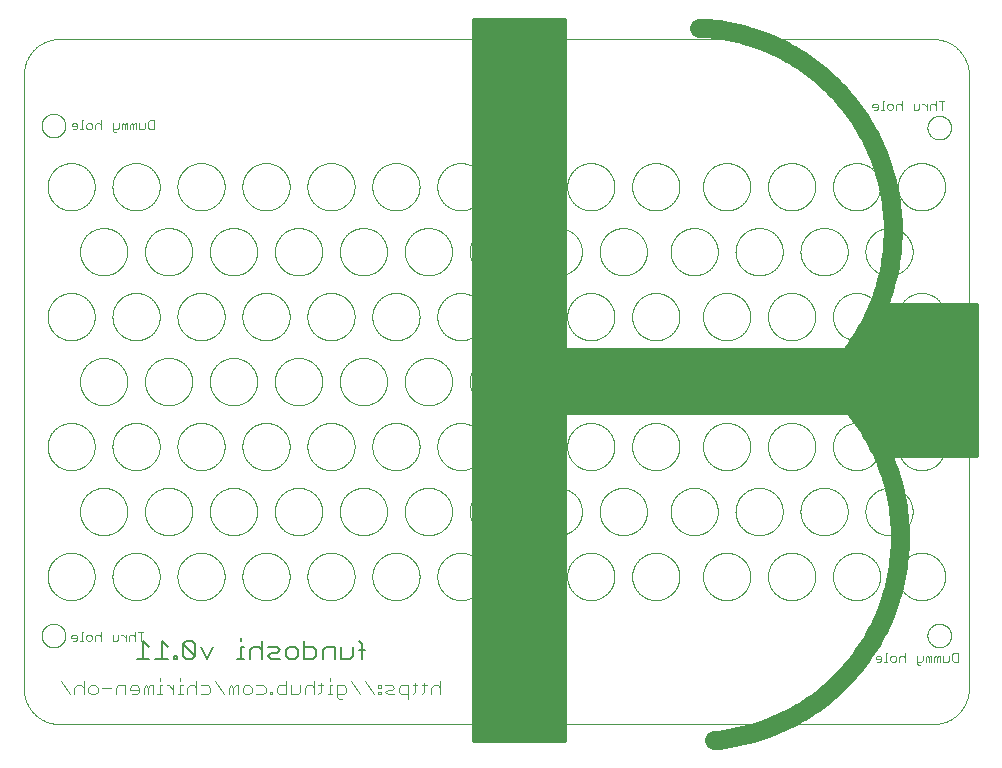
<source format=gbo>
G75*
%MOIN*%
%OFA0B0*%
%FSLAX25Y25*%
%IPPOS*%
%LPD*%
%AMOC8*
5,1,8,0,0,1.08239X$1,22.5*
%
%ADD10C,0.00000*%
%ADD11C,0.00500*%
%ADD12C,0.00400*%
%ADD13C,0.00300*%
%ADD14C,0.06400*%
%ADD15C,0.01600*%
D10*
X0012811Y0009515D02*
X0304150Y0009515D01*
X0304435Y0009518D01*
X0304721Y0009529D01*
X0305006Y0009546D01*
X0305290Y0009570D01*
X0305574Y0009601D01*
X0305857Y0009639D01*
X0306138Y0009684D01*
X0306419Y0009735D01*
X0306699Y0009793D01*
X0306977Y0009858D01*
X0307253Y0009930D01*
X0307527Y0010008D01*
X0307800Y0010093D01*
X0308070Y0010185D01*
X0308338Y0010283D01*
X0308604Y0010387D01*
X0308867Y0010498D01*
X0309127Y0010615D01*
X0309385Y0010738D01*
X0309639Y0010868D01*
X0309890Y0011004D01*
X0310138Y0011145D01*
X0310382Y0011293D01*
X0310623Y0011446D01*
X0310859Y0011606D01*
X0311092Y0011771D01*
X0311321Y0011941D01*
X0311546Y0012117D01*
X0311766Y0012299D01*
X0311982Y0012485D01*
X0312193Y0012677D01*
X0312400Y0012874D01*
X0312602Y0013076D01*
X0312799Y0013283D01*
X0312991Y0013494D01*
X0313177Y0013710D01*
X0313359Y0013930D01*
X0313535Y0014155D01*
X0313705Y0014384D01*
X0313870Y0014617D01*
X0314030Y0014853D01*
X0314183Y0015094D01*
X0314331Y0015338D01*
X0314472Y0015586D01*
X0314608Y0015837D01*
X0314738Y0016091D01*
X0314861Y0016349D01*
X0314978Y0016609D01*
X0315089Y0016872D01*
X0315193Y0017138D01*
X0315291Y0017406D01*
X0315383Y0017676D01*
X0315468Y0017949D01*
X0315546Y0018223D01*
X0315618Y0018499D01*
X0315683Y0018777D01*
X0315741Y0019057D01*
X0315792Y0019338D01*
X0315837Y0019619D01*
X0315875Y0019902D01*
X0315906Y0020186D01*
X0315930Y0020470D01*
X0315947Y0020755D01*
X0315958Y0021041D01*
X0315961Y0021326D01*
X0315961Y0226050D01*
X0315958Y0226335D01*
X0315947Y0226621D01*
X0315930Y0226906D01*
X0315906Y0227190D01*
X0315875Y0227474D01*
X0315837Y0227757D01*
X0315792Y0228038D01*
X0315741Y0228319D01*
X0315683Y0228599D01*
X0315618Y0228877D01*
X0315546Y0229153D01*
X0315468Y0229427D01*
X0315383Y0229700D01*
X0315291Y0229970D01*
X0315193Y0230238D01*
X0315089Y0230504D01*
X0314978Y0230767D01*
X0314861Y0231027D01*
X0314738Y0231285D01*
X0314608Y0231539D01*
X0314472Y0231790D01*
X0314331Y0232038D01*
X0314183Y0232282D01*
X0314030Y0232523D01*
X0313870Y0232759D01*
X0313705Y0232992D01*
X0313535Y0233221D01*
X0313359Y0233446D01*
X0313177Y0233666D01*
X0312991Y0233882D01*
X0312799Y0234093D01*
X0312602Y0234300D01*
X0312400Y0234502D01*
X0312193Y0234699D01*
X0311982Y0234891D01*
X0311766Y0235077D01*
X0311546Y0235259D01*
X0311321Y0235435D01*
X0311092Y0235605D01*
X0310859Y0235770D01*
X0310623Y0235930D01*
X0310382Y0236083D01*
X0310138Y0236231D01*
X0309890Y0236372D01*
X0309639Y0236508D01*
X0309385Y0236638D01*
X0309127Y0236761D01*
X0308867Y0236878D01*
X0308604Y0236989D01*
X0308338Y0237093D01*
X0308070Y0237191D01*
X0307800Y0237283D01*
X0307527Y0237368D01*
X0307253Y0237446D01*
X0306977Y0237518D01*
X0306699Y0237583D01*
X0306419Y0237641D01*
X0306138Y0237692D01*
X0305857Y0237737D01*
X0305574Y0237775D01*
X0305290Y0237806D01*
X0305006Y0237830D01*
X0304721Y0237847D01*
X0304435Y0237858D01*
X0304150Y0237861D01*
X0012811Y0237861D01*
X0012526Y0237858D01*
X0012240Y0237847D01*
X0011955Y0237830D01*
X0011671Y0237806D01*
X0011387Y0237775D01*
X0011104Y0237737D01*
X0010823Y0237692D01*
X0010542Y0237641D01*
X0010262Y0237583D01*
X0009984Y0237518D01*
X0009708Y0237446D01*
X0009434Y0237368D01*
X0009161Y0237283D01*
X0008891Y0237191D01*
X0008623Y0237093D01*
X0008357Y0236989D01*
X0008094Y0236878D01*
X0007834Y0236761D01*
X0007576Y0236638D01*
X0007322Y0236508D01*
X0007071Y0236372D01*
X0006823Y0236231D01*
X0006579Y0236083D01*
X0006338Y0235930D01*
X0006102Y0235770D01*
X0005869Y0235605D01*
X0005640Y0235435D01*
X0005415Y0235259D01*
X0005195Y0235077D01*
X0004979Y0234891D01*
X0004768Y0234699D01*
X0004561Y0234502D01*
X0004359Y0234300D01*
X0004162Y0234093D01*
X0003970Y0233882D01*
X0003784Y0233666D01*
X0003602Y0233446D01*
X0003426Y0233221D01*
X0003256Y0232992D01*
X0003091Y0232759D01*
X0002931Y0232523D01*
X0002778Y0232282D01*
X0002630Y0232038D01*
X0002489Y0231790D01*
X0002353Y0231539D01*
X0002223Y0231285D01*
X0002100Y0231027D01*
X0001983Y0230767D01*
X0001872Y0230504D01*
X0001768Y0230238D01*
X0001670Y0229970D01*
X0001578Y0229700D01*
X0001493Y0229427D01*
X0001415Y0229153D01*
X0001343Y0228877D01*
X0001278Y0228599D01*
X0001220Y0228319D01*
X0001169Y0228038D01*
X0001124Y0227757D01*
X0001086Y0227474D01*
X0001055Y0227190D01*
X0001031Y0226906D01*
X0001014Y0226621D01*
X0001003Y0226335D01*
X0001000Y0226050D01*
X0001000Y0021326D01*
X0001003Y0021041D01*
X0001014Y0020755D01*
X0001031Y0020470D01*
X0001055Y0020186D01*
X0001086Y0019902D01*
X0001124Y0019619D01*
X0001169Y0019338D01*
X0001220Y0019057D01*
X0001278Y0018777D01*
X0001343Y0018499D01*
X0001415Y0018223D01*
X0001493Y0017949D01*
X0001578Y0017676D01*
X0001670Y0017406D01*
X0001768Y0017138D01*
X0001872Y0016872D01*
X0001983Y0016609D01*
X0002100Y0016349D01*
X0002223Y0016091D01*
X0002353Y0015837D01*
X0002489Y0015586D01*
X0002630Y0015338D01*
X0002778Y0015094D01*
X0002931Y0014853D01*
X0003091Y0014617D01*
X0003256Y0014384D01*
X0003426Y0014155D01*
X0003602Y0013930D01*
X0003784Y0013710D01*
X0003970Y0013494D01*
X0004162Y0013283D01*
X0004359Y0013076D01*
X0004561Y0012874D01*
X0004768Y0012677D01*
X0004979Y0012485D01*
X0005195Y0012299D01*
X0005415Y0012117D01*
X0005640Y0011941D01*
X0005869Y0011771D01*
X0006102Y0011606D01*
X0006338Y0011446D01*
X0006579Y0011293D01*
X0006823Y0011145D01*
X0007071Y0011004D01*
X0007322Y0010868D01*
X0007576Y0010738D01*
X0007834Y0010615D01*
X0008094Y0010498D01*
X0008357Y0010387D01*
X0008623Y0010283D01*
X0008891Y0010185D01*
X0009161Y0010093D01*
X0009434Y0010008D01*
X0009708Y0009930D01*
X0009984Y0009858D01*
X0010262Y0009793D01*
X0010542Y0009735D01*
X0010823Y0009684D01*
X0011104Y0009639D01*
X0011387Y0009601D01*
X0011671Y0009570D01*
X0011955Y0009546D01*
X0012240Y0009529D01*
X0012526Y0009518D01*
X0012811Y0009515D01*
X0006906Y0039043D02*
X0006908Y0039168D01*
X0006914Y0039293D01*
X0006924Y0039417D01*
X0006938Y0039541D01*
X0006955Y0039665D01*
X0006977Y0039788D01*
X0007003Y0039910D01*
X0007032Y0040032D01*
X0007065Y0040152D01*
X0007103Y0040271D01*
X0007143Y0040390D01*
X0007188Y0040506D01*
X0007236Y0040621D01*
X0007288Y0040735D01*
X0007344Y0040847D01*
X0007403Y0040957D01*
X0007465Y0041065D01*
X0007531Y0041172D01*
X0007600Y0041276D01*
X0007673Y0041377D01*
X0007748Y0041477D01*
X0007827Y0041574D01*
X0007909Y0041668D01*
X0007994Y0041760D01*
X0008081Y0041849D01*
X0008172Y0041935D01*
X0008265Y0042018D01*
X0008361Y0042099D01*
X0008459Y0042176D01*
X0008559Y0042250D01*
X0008662Y0042321D01*
X0008767Y0042388D01*
X0008875Y0042453D01*
X0008984Y0042513D01*
X0009095Y0042571D01*
X0009208Y0042624D01*
X0009322Y0042674D01*
X0009438Y0042721D01*
X0009555Y0042763D01*
X0009674Y0042802D01*
X0009794Y0042838D01*
X0009915Y0042869D01*
X0010037Y0042897D01*
X0010159Y0042920D01*
X0010283Y0042940D01*
X0010407Y0042956D01*
X0010531Y0042968D01*
X0010656Y0042976D01*
X0010781Y0042980D01*
X0010905Y0042980D01*
X0011030Y0042976D01*
X0011155Y0042968D01*
X0011279Y0042956D01*
X0011403Y0042940D01*
X0011527Y0042920D01*
X0011649Y0042897D01*
X0011771Y0042869D01*
X0011892Y0042838D01*
X0012012Y0042802D01*
X0012131Y0042763D01*
X0012248Y0042721D01*
X0012364Y0042674D01*
X0012478Y0042624D01*
X0012591Y0042571D01*
X0012702Y0042513D01*
X0012812Y0042453D01*
X0012919Y0042388D01*
X0013024Y0042321D01*
X0013127Y0042250D01*
X0013227Y0042176D01*
X0013325Y0042099D01*
X0013421Y0042018D01*
X0013514Y0041935D01*
X0013605Y0041849D01*
X0013692Y0041760D01*
X0013777Y0041668D01*
X0013859Y0041574D01*
X0013938Y0041477D01*
X0014013Y0041377D01*
X0014086Y0041276D01*
X0014155Y0041172D01*
X0014221Y0041065D01*
X0014283Y0040957D01*
X0014342Y0040847D01*
X0014398Y0040735D01*
X0014450Y0040621D01*
X0014498Y0040506D01*
X0014543Y0040390D01*
X0014583Y0040271D01*
X0014621Y0040152D01*
X0014654Y0040032D01*
X0014683Y0039910D01*
X0014709Y0039788D01*
X0014731Y0039665D01*
X0014748Y0039541D01*
X0014762Y0039417D01*
X0014772Y0039293D01*
X0014778Y0039168D01*
X0014780Y0039043D01*
X0014778Y0038918D01*
X0014772Y0038793D01*
X0014762Y0038669D01*
X0014748Y0038545D01*
X0014731Y0038421D01*
X0014709Y0038298D01*
X0014683Y0038176D01*
X0014654Y0038054D01*
X0014621Y0037934D01*
X0014583Y0037815D01*
X0014543Y0037696D01*
X0014498Y0037580D01*
X0014450Y0037465D01*
X0014398Y0037351D01*
X0014342Y0037239D01*
X0014283Y0037129D01*
X0014221Y0037021D01*
X0014155Y0036914D01*
X0014086Y0036810D01*
X0014013Y0036709D01*
X0013938Y0036609D01*
X0013859Y0036512D01*
X0013777Y0036418D01*
X0013692Y0036326D01*
X0013605Y0036237D01*
X0013514Y0036151D01*
X0013421Y0036068D01*
X0013325Y0035987D01*
X0013227Y0035910D01*
X0013127Y0035836D01*
X0013024Y0035765D01*
X0012919Y0035698D01*
X0012811Y0035633D01*
X0012702Y0035573D01*
X0012591Y0035515D01*
X0012478Y0035462D01*
X0012364Y0035412D01*
X0012248Y0035365D01*
X0012131Y0035323D01*
X0012012Y0035284D01*
X0011892Y0035248D01*
X0011771Y0035217D01*
X0011649Y0035189D01*
X0011527Y0035166D01*
X0011403Y0035146D01*
X0011279Y0035130D01*
X0011155Y0035118D01*
X0011030Y0035110D01*
X0010905Y0035106D01*
X0010781Y0035106D01*
X0010656Y0035110D01*
X0010531Y0035118D01*
X0010407Y0035130D01*
X0010283Y0035146D01*
X0010159Y0035166D01*
X0010037Y0035189D01*
X0009915Y0035217D01*
X0009794Y0035248D01*
X0009674Y0035284D01*
X0009555Y0035323D01*
X0009438Y0035365D01*
X0009322Y0035412D01*
X0009208Y0035462D01*
X0009095Y0035515D01*
X0008984Y0035573D01*
X0008874Y0035633D01*
X0008767Y0035698D01*
X0008662Y0035765D01*
X0008559Y0035836D01*
X0008459Y0035910D01*
X0008361Y0035987D01*
X0008265Y0036068D01*
X0008172Y0036151D01*
X0008081Y0036237D01*
X0007994Y0036326D01*
X0007909Y0036418D01*
X0007827Y0036512D01*
X0007748Y0036609D01*
X0007673Y0036709D01*
X0007600Y0036810D01*
X0007531Y0036914D01*
X0007465Y0037021D01*
X0007403Y0037129D01*
X0007344Y0037239D01*
X0007288Y0037351D01*
X0007236Y0037465D01*
X0007188Y0037580D01*
X0007143Y0037696D01*
X0007103Y0037815D01*
X0007065Y0037934D01*
X0007032Y0038054D01*
X0007003Y0038176D01*
X0006977Y0038298D01*
X0006955Y0038421D01*
X0006938Y0038545D01*
X0006924Y0038669D01*
X0006914Y0038793D01*
X0006908Y0038918D01*
X0006906Y0039043D01*
X0008874Y0058728D02*
X0008876Y0058921D01*
X0008883Y0059114D01*
X0008895Y0059307D01*
X0008912Y0059500D01*
X0008933Y0059692D01*
X0008959Y0059883D01*
X0008990Y0060074D01*
X0009025Y0060264D01*
X0009065Y0060453D01*
X0009110Y0060641D01*
X0009159Y0060828D01*
X0009213Y0061014D01*
X0009271Y0061198D01*
X0009334Y0061381D01*
X0009402Y0061562D01*
X0009473Y0061741D01*
X0009550Y0061919D01*
X0009630Y0062095D01*
X0009715Y0062268D01*
X0009804Y0062440D01*
X0009897Y0062609D01*
X0009994Y0062776D01*
X0010096Y0062941D01*
X0010201Y0063103D01*
X0010310Y0063262D01*
X0010424Y0063419D01*
X0010541Y0063572D01*
X0010661Y0063723D01*
X0010786Y0063871D01*
X0010914Y0064016D01*
X0011045Y0064157D01*
X0011180Y0064296D01*
X0011319Y0064431D01*
X0011460Y0064562D01*
X0011605Y0064690D01*
X0011753Y0064815D01*
X0011904Y0064935D01*
X0012057Y0065052D01*
X0012214Y0065166D01*
X0012373Y0065275D01*
X0012535Y0065380D01*
X0012700Y0065482D01*
X0012867Y0065579D01*
X0013036Y0065672D01*
X0013208Y0065761D01*
X0013381Y0065846D01*
X0013557Y0065926D01*
X0013735Y0066003D01*
X0013914Y0066074D01*
X0014095Y0066142D01*
X0014278Y0066205D01*
X0014462Y0066263D01*
X0014648Y0066317D01*
X0014835Y0066366D01*
X0015023Y0066411D01*
X0015212Y0066451D01*
X0015402Y0066486D01*
X0015593Y0066517D01*
X0015784Y0066543D01*
X0015976Y0066564D01*
X0016169Y0066581D01*
X0016362Y0066593D01*
X0016555Y0066600D01*
X0016748Y0066602D01*
X0016941Y0066600D01*
X0017134Y0066593D01*
X0017327Y0066581D01*
X0017520Y0066564D01*
X0017712Y0066543D01*
X0017903Y0066517D01*
X0018094Y0066486D01*
X0018284Y0066451D01*
X0018473Y0066411D01*
X0018661Y0066366D01*
X0018848Y0066317D01*
X0019034Y0066263D01*
X0019218Y0066205D01*
X0019401Y0066142D01*
X0019582Y0066074D01*
X0019761Y0066003D01*
X0019939Y0065926D01*
X0020115Y0065846D01*
X0020288Y0065761D01*
X0020460Y0065672D01*
X0020629Y0065579D01*
X0020796Y0065482D01*
X0020961Y0065380D01*
X0021123Y0065275D01*
X0021282Y0065166D01*
X0021439Y0065052D01*
X0021592Y0064935D01*
X0021743Y0064815D01*
X0021891Y0064690D01*
X0022036Y0064562D01*
X0022177Y0064431D01*
X0022316Y0064296D01*
X0022451Y0064157D01*
X0022582Y0064016D01*
X0022710Y0063871D01*
X0022835Y0063723D01*
X0022955Y0063572D01*
X0023072Y0063419D01*
X0023186Y0063262D01*
X0023295Y0063103D01*
X0023400Y0062941D01*
X0023502Y0062776D01*
X0023599Y0062609D01*
X0023692Y0062440D01*
X0023781Y0062268D01*
X0023866Y0062095D01*
X0023946Y0061919D01*
X0024023Y0061741D01*
X0024094Y0061562D01*
X0024162Y0061381D01*
X0024225Y0061198D01*
X0024283Y0061014D01*
X0024337Y0060828D01*
X0024386Y0060641D01*
X0024431Y0060453D01*
X0024471Y0060264D01*
X0024506Y0060074D01*
X0024537Y0059883D01*
X0024563Y0059692D01*
X0024584Y0059500D01*
X0024601Y0059307D01*
X0024613Y0059114D01*
X0024620Y0058921D01*
X0024622Y0058728D01*
X0024620Y0058535D01*
X0024613Y0058342D01*
X0024601Y0058149D01*
X0024584Y0057956D01*
X0024563Y0057764D01*
X0024537Y0057573D01*
X0024506Y0057382D01*
X0024471Y0057192D01*
X0024431Y0057003D01*
X0024386Y0056815D01*
X0024337Y0056628D01*
X0024283Y0056442D01*
X0024225Y0056258D01*
X0024162Y0056075D01*
X0024094Y0055894D01*
X0024023Y0055715D01*
X0023946Y0055537D01*
X0023866Y0055361D01*
X0023781Y0055188D01*
X0023692Y0055016D01*
X0023599Y0054847D01*
X0023502Y0054680D01*
X0023400Y0054515D01*
X0023295Y0054353D01*
X0023186Y0054194D01*
X0023072Y0054037D01*
X0022955Y0053884D01*
X0022835Y0053733D01*
X0022710Y0053585D01*
X0022582Y0053440D01*
X0022451Y0053299D01*
X0022316Y0053160D01*
X0022177Y0053025D01*
X0022036Y0052894D01*
X0021891Y0052766D01*
X0021743Y0052641D01*
X0021592Y0052521D01*
X0021439Y0052404D01*
X0021282Y0052290D01*
X0021123Y0052181D01*
X0020961Y0052076D01*
X0020796Y0051974D01*
X0020629Y0051877D01*
X0020460Y0051784D01*
X0020288Y0051695D01*
X0020115Y0051610D01*
X0019939Y0051530D01*
X0019761Y0051453D01*
X0019582Y0051382D01*
X0019401Y0051314D01*
X0019218Y0051251D01*
X0019034Y0051193D01*
X0018848Y0051139D01*
X0018661Y0051090D01*
X0018473Y0051045D01*
X0018284Y0051005D01*
X0018094Y0050970D01*
X0017903Y0050939D01*
X0017712Y0050913D01*
X0017520Y0050892D01*
X0017327Y0050875D01*
X0017134Y0050863D01*
X0016941Y0050856D01*
X0016748Y0050854D01*
X0016555Y0050856D01*
X0016362Y0050863D01*
X0016169Y0050875D01*
X0015976Y0050892D01*
X0015784Y0050913D01*
X0015593Y0050939D01*
X0015402Y0050970D01*
X0015212Y0051005D01*
X0015023Y0051045D01*
X0014835Y0051090D01*
X0014648Y0051139D01*
X0014462Y0051193D01*
X0014278Y0051251D01*
X0014095Y0051314D01*
X0013914Y0051382D01*
X0013735Y0051453D01*
X0013557Y0051530D01*
X0013381Y0051610D01*
X0013208Y0051695D01*
X0013036Y0051784D01*
X0012867Y0051877D01*
X0012700Y0051974D01*
X0012535Y0052076D01*
X0012373Y0052181D01*
X0012214Y0052290D01*
X0012057Y0052404D01*
X0011904Y0052521D01*
X0011753Y0052641D01*
X0011605Y0052766D01*
X0011460Y0052894D01*
X0011319Y0053025D01*
X0011180Y0053160D01*
X0011045Y0053299D01*
X0010914Y0053440D01*
X0010786Y0053585D01*
X0010661Y0053733D01*
X0010541Y0053884D01*
X0010424Y0054037D01*
X0010310Y0054194D01*
X0010201Y0054353D01*
X0010096Y0054515D01*
X0009994Y0054680D01*
X0009897Y0054847D01*
X0009804Y0055016D01*
X0009715Y0055188D01*
X0009630Y0055361D01*
X0009550Y0055537D01*
X0009473Y0055715D01*
X0009402Y0055894D01*
X0009334Y0056075D01*
X0009271Y0056258D01*
X0009213Y0056442D01*
X0009159Y0056628D01*
X0009110Y0056815D01*
X0009065Y0057003D01*
X0009025Y0057192D01*
X0008990Y0057382D01*
X0008959Y0057573D01*
X0008933Y0057764D01*
X0008912Y0057956D01*
X0008895Y0058149D01*
X0008883Y0058342D01*
X0008876Y0058535D01*
X0008874Y0058728D01*
X0019701Y0080381D02*
X0019703Y0080574D01*
X0019710Y0080767D01*
X0019722Y0080960D01*
X0019739Y0081153D01*
X0019760Y0081345D01*
X0019786Y0081536D01*
X0019817Y0081727D01*
X0019852Y0081917D01*
X0019892Y0082106D01*
X0019937Y0082294D01*
X0019986Y0082481D01*
X0020040Y0082667D01*
X0020098Y0082851D01*
X0020161Y0083034D01*
X0020229Y0083215D01*
X0020300Y0083394D01*
X0020377Y0083572D01*
X0020457Y0083748D01*
X0020542Y0083921D01*
X0020631Y0084093D01*
X0020724Y0084262D01*
X0020821Y0084429D01*
X0020923Y0084594D01*
X0021028Y0084756D01*
X0021137Y0084915D01*
X0021251Y0085072D01*
X0021368Y0085225D01*
X0021488Y0085376D01*
X0021613Y0085524D01*
X0021741Y0085669D01*
X0021872Y0085810D01*
X0022007Y0085949D01*
X0022146Y0086084D01*
X0022287Y0086215D01*
X0022432Y0086343D01*
X0022580Y0086468D01*
X0022731Y0086588D01*
X0022884Y0086705D01*
X0023041Y0086819D01*
X0023200Y0086928D01*
X0023362Y0087033D01*
X0023527Y0087135D01*
X0023694Y0087232D01*
X0023863Y0087325D01*
X0024035Y0087414D01*
X0024208Y0087499D01*
X0024384Y0087579D01*
X0024562Y0087656D01*
X0024741Y0087727D01*
X0024922Y0087795D01*
X0025105Y0087858D01*
X0025289Y0087916D01*
X0025475Y0087970D01*
X0025662Y0088019D01*
X0025850Y0088064D01*
X0026039Y0088104D01*
X0026229Y0088139D01*
X0026420Y0088170D01*
X0026611Y0088196D01*
X0026803Y0088217D01*
X0026996Y0088234D01*
X0027189Y0088246D01*
X0027382Y0088253D01*
X0027575Y0088255D01*
X0027768Y0088253D01*
X0027961Y0088246D01*
X0028154Y0088234D01*
X0028347Y0088217D01*
X0028539Y0088196D01*
X0028730Y0088170D01*
X0028921Y0088139D01*
X0029111Y0088104D01*
X0029300Y0088064D01*
X0029488Y0088019D01*
X0029675Y0087970D01*
X0029861Y0087916D01*
X0030045Y0087858D01*
X0030228Y0087795D01*
X0030409Y0087727D01*
X0030588Y0087656D01*
X0030766Y0087579D01*
X0030942Y0087499D01*
X0031115Y0087414D01*
X0031287Y0087325D01*
X0031456Y0087232D01*
X0031623Y0087135D01*
X0031788Y0087033D01*
X0031950Y0086928D01*
X0032109Y0086819D01*
X0032266Y0086705D01*
X0032419Y0086588D01*
X0032570Y0086468D01*
X0032718Y0086343D01*
X0032863Y0086215D01*
X0033004Y0086084D01*
X0033143Y0085949D01*
X0033278Y0085810D01*
X0033409Y0085669D01*
X0033537Y0085524D01*
X0033662Y0085376D01*
X0033782Y0085225D01*
X0033899Y0085072D01*
X0034013Y0084915D01*
X0034122Y0084756D01*
X0034227Y0084594D01*
X0034329Y0084429D01*
X0034426Y0084262D01*
X0034519Y0084093D01*
X0034608Y0083921D01*
X0034693Y0083748D01*
X0034773Y0083572D01*
X0034850Y0083394D01*
X0034921Y0083215D01*
X0034989Y0083034D01*
X0035052Y0082851D01*
X0035110Y0082667D01*
X0035164Y0082481D01*
X0035213Y0082294D01*
X0035258Y0082106D01*
X0035298Y0081917D01*
X0035333Y0081727D01*
X0035364Y0081536D01*
X0035390Y0081345D01*
X0035411Y0081153D01*
X0035428Y0080960D01*
X0035440Y0080767D01*
X0035447Y0080574D01*
X0035449Y0080381D01*
X0035447Y0080188D01*
X0035440Y0079995D01*
X0035428Y0079802D01*
X0035411Y0079609D01*
X0035390Y0079417D01*
X0035364Y0079226D01*
X0035333Y0079035D01*
X0035298Y0078845D01*
X0035258Y0078656D01*
X0035213Y0078468D01*
X0035164Y0078281D01*
X0035110Y0078095D01*
X0035052Y0077911D01*
X0034989Y0077728D01*
X0034921Y0077547D01*
X0034850Y0077368D01*
X0034773Y0077190D01*
X0034693Y0077014D01*
X0034608Y0076841D01*
X0034519Y0076669D01*
X0034426Y0076500D01*
X0034329Y0076333D01*
X0034227Y0076168D01*
X0034122Y0076006D01*
X0034013Y0075847D01*
X0033899Y0075690D01*
X0033782Y0075537D01*
X0033662Y0075386D01*
X0033537Y0075238D01*
X0033409Y0075093D01*
X0033278Y0074952D01*
X0033143Y0074813D01*
X0033004Y0074678D01*
X0032863Y0074547D01*
X0032718Y0074419D01*
X0032570Y0074294D01*
X0032419Y0074174D01*
X0032266Y0074057D01*
X0032109Y0073943D01*
X0031950Y0073834D01*
X0031788Y0073729D01*
X0031623Y0073627D01*
X0031456Y0073530D01*
X0031287Y0073437D01*
X0031115Y0073348D01*
X0030942Y0073263D01*
X0030766Y0073183D01*
X0030588Y0073106D01*
X0030409Y0073035D01*
X0030228Y0072967D01*
X0030045Y0072904D01*
X0029861Y0072846D01*
X0029675Y0072792D01*
X0029488Y0072743D01*
X0029300Y0072698D01*
X0029111Y0072658D01*
X0028921Y0072623D01*
X0028730Y0072592D01*
X0028539Y0072566D01*
X0028347Y0072545D01*
X0028154Y0072528D01*
X0027961Y0072516D01*
X0027768Y0072509D01*
X0027575Y0072507D01*
X0027382Y0072509D01*
X0027189Y0072516D01*
X0026996Y0072528D01*
X0026803Y0072545D01*
X0026611Y0072566D01*
X0026420Y0072592D01*
X0026229Y0072623D01*
X0026039Y0072658D01*
X0025850Y0072698D01*
X0025662Y0072743D01*
X0025475Y0072792D01*
X0025289Y0072846D01*
X0025105Y0072904D01*
X0024922Y0072967D01*
X0024741Y0073035D01*
X0024562Y0073106D01*
X0024384Y0073183D01*
X0024208Y0073263D01*
X0024035Y0073348D01*
X0023863Y0073437D01*
X0023694Y0073530D01*
X0023527Y0073627D01*
X0023362Y0073729D01*
X0023200Y0073834D01*
X0023041Y0073943D01*
X0022884Y0074057D01*
X0022731Y0074174D01*
X0022580Y0074294D01*
X0022432Y0074419D01*
X0022287Y0074547D01*
X0022146Y0074678D01*
X0022007Y0074813D01*
X0021872Y0074952D01*
X0021741Y0075093D01*
X0021613Y0075238D01*
X0021488Y0075386D01*
X0021368Y0075537D01*
X0021251Y0075690D01*
X0021137Y0075847D01*
X0021028Y0076006D01*
X0020923Y0076168D01*
X0020821Y0076333D01*
X0020724Y0076500D01*
X0020631Y0076669D01*
X0020542Y0076841D01*
X0020457Y0077014D01*
X0020377Y0077190D01*
X0020300Y0077368D01*
X0020229Y0077547D01*
X0020161Y0077728D01*
X0020098Y0077911D01*
X0020040Y0078095D01*
X0019986Y0078281D01*
X0019937Y0078468D01*
X0019892Y0078656D01*
X0019852Y0078845D01*
X0019817Y0079035D01*
X0019786Y0079226D01*
X0019760Y0079417D01*
X0019739Y0079609D01*
X0019722Y0079802D01*
X0019710Y0079995D01*
X0019703Y0080188D01*
X0019701Y0080381D01*
X0008874Y0102035D02*
X0008876Y0102228D01*
X0008883Y0102421D01*
X0008895Y0102614D01*
X0008912Y0102807D01*
X0008933Y0102999D01*
X0008959Y0103190D01*
X0008990Y0103381D01*
X0009025Y0103571D01*
X0009065Y0103760D01*
X0009110Y0103948D01*
X0009159Y0104135D01*
X0009213Y0104321D01*
X0009271Y0104505D01*
X0009334Y0104688D01*
X0009402Y0104869D01*
X0009473Y0105048D01*
X0009550Y0105226D01*
X0009630Y0105402D01*
X0009715Y0105575D01*
X0009804Y0105747D01*
X0009897Y0105916D01*
X0009994Y0106083D01*
X0010096Y0106248D01*
X0010201Y0106410D01*
X0010310Y0106569D01*
X0010424Y0106726D01*
X0010541Y0106879D01*
X0010661Y0107030D01*
X0010786Y0107178D01*
X0010914Y0107323D01*
X0011045Y0107464D01*
X0011180Y0107603D01*
X0011319Y0107738D01*
X0011460Y0107869D01*
X0011605Y0107997D01*
X0011753Y0108122D01*
X0011904Y0108242D01*
X0012057Y0108359D01*
X0012214Y0108473D01*
X0012373Y0108582D01*
X0012535Y0108687D01*
X0012700Y0108789D01*
X0012867Y0108886D01*
X0013036Y0108979D01*
X0013208Y0109068D01*
X0013381Y0109153D01*
X0013557Y0109233D01*
X0013735Y0109310D01*
X0013914Y0109381D01*
X0014095Y0109449D01*
X0014278Y0109512D01*
X0014462Y0109570D01*
X0014648Y0109624D01*
X0014835Y0109673D01*
X0015023Y0109718D01*
X0015212Y0109758D01*
X0015402Y0109793D01*
X0015593Y0109824D01*
X0015784Y0109850D01*
X0015976Y0109871D01*
X0016169Y0109888D01*
X0016362Y0109900D01*
X0016555Y0109907D01*
X0016748Y0109909D01*
X0016941Y0109907D01*
X0017134Y0109900D01*
X0017327Y0109888D01*
X0017520Y0109871D01*
X0017712Y0109850D01*
X0017903Y0109824D01*
X0018094Y0109793D01*
X0018284Y0109758D01*
X0018473Y0109718D01*
X0018661Y0109673D01*
X0018848Y0109624D01*
X0019034Y0109570D01*
X0019218Y0109512D01*
X0019401Y0109449D01*
X0019582Y0109381D01*
X0019761Y0109310D01*
X0019939Y0109233D01*
X0020115Y0109153D01*
X0020288Y0109068D01*
X0020460Y0108979D01*
X0020629Y0108886D01*
X0020796Y0108789D01*
X0020961Y0108687D01*
X0021123Y0108582D01*
X0021282Y0108473D01*
X0021439Y0108359D01*
X0021592Y0108242D01*
X0021743Y0108122D01*
X0021891Y0107997D01*
X0022036Y0107869D01*
X0022177Y0107738D01*
X0022316Y0107603D01*
X0022451Y0107464D01*
X0022582Y0107323D01*
X0022710Y0107178D01*
X0022835Y0107030D01*
X0022955Y0106879D01*
X0023072Y0106726D01*
X0023186Y0106569D01*
X0023295Y0106410D01*
X0023400Y0106248D01*
X0023502Y0106083D01*
X0023599Y0105916D01*
X0023692Y0105747D01*
X0023781Y0105575D01*
X0023866Y0105402D01*
X0023946Y0105226D01*
X0024023Y0105048D01*
X0024094Y0104869D01*
X0024162Y0104688D01*
X0024225Y0104505D01*
X0024283Y0104321D01*
X0024337Y0104135D01*
X0024386Y0103948D01*
X0024431Y0103760D01*
X0024471Y0103571D01*
X0024506Y0103381D01*
X0024537Y0103190D01*
X0024563Y0102999D01*
X0024584Y0102807D01*
X0024601Y0102614D01*
X0024613Y0102421D01*
X0024620Y0102228D01*
X0024622Y0102035D01*
X0024620Y0101842D01*
X0024613Y0101649D01*
X0024601Y0101456D01*
X0024584Y0101263D01*
X0024563Y0101071D01*
X0024537Y0100880D01*
X0024506Y0100689D01*
X0024471Y0100499D01*
X0024431Y0100310D01*
X0024386Y0100122D01*
X0024337Y0099935D01*
X0024283Y0099749D01*
X0024225Y0099565D01*
X0024162Y0099382D01*
X0024094Y0099201D01*
X0024023Y0099022D01*
X0023946Y0098844D01*
X0023866Y0098668D01*
X0023781Y0098495D01*
X0023692Y0098323D01*
X0023599Y0098154D01*
X0023502Y0097987D01*
X0023400Y0097822D01*
X0023295Y0097660D01*
X0023186Y0097501D01*
X0023072Y0097344D01*
X0022955Y0097191D01*
X0022835Y0097040D01*
X0022710Y0096892D01*
X0022582Y0096747D01*
X0022451Y0096606D01*
X0022316Y0096467D01*
X0022177Y0096332D01*
X0022036Y0096201D01*
X0021891Y0096073D01*
X0021743Y0095948D01*
X0021592Y0095828D01*
X0021439Y0095711D01*
X0021282Y0095597D01*
X0021123Y0095488D01*
X0020961Y0095383D01*
X0020796Y0095281D01*
X0020629Y0095184D01*
X0020460Y0095091D01*
X0020288Y0095002D01*
X0020115Y0094917D01*
X0019939Y0094837D01*
X0019761Y0094760D01*
X0019582Y0094689D01*
X0019401Y0094621D01*
X0019218Y0094558D01*
X0019034Y0094500D01*
X0018848Y0094446D01*
X0018661Y0094397D01*
X0018473Y0094352D01*
X0018284Y0094312D01*
X0018094Y0094277D01*
X0017903Y0094246D01*
X0017712Y0094220D01*
X0017520Y0094199D01*
X0017327Y0094182D01*
X0017134Y0094170D01*
X0016941Y0094163D01*
X0016748Y0094161D01*
X0016555Y0094163D01*
X0016362Y0094170D01*
X0016169Y0094182D01*
X0015976Y0094199D01*
X0015784Y0094220D01*
X0015593Y0094246D01*
X0015402Y0094277D01*
X0015212Y0094312D01*
X0015023Y0094352D01*
X0014835Y0094397D01*
X0014648Y0094446D01*
X0014462Y0094500D01*
X0014278Y0094558D01*
X0014095Y0094621D01*
X0013914Y0094689D01*
X0013735Y0094760D01*
X0013557Y0094837D01*
X0013381Y0094917D01*
X0013208Y0095002D01*
X0013036Y0095091D01*
X0012867Y0095184D01*
X0012700Y0095281D01*
X0012535Y0095383D01*
X0012373Y0095488D01*
X0012214Y0095597D01*
X0012057Y0095711D01*
X0011904Y0095828D01*
X0011753Y0095948D01*
X0011605Y0096073D01*
X0011460Y0096201D01*
X0011319Y0096332D01*
X0011180Y0096467D01*
X0011045Y0096606D01*
X0010914Y0096747D01*
X0010786Y0096892D01*
X0010661Y0097040D01*
X0010541Y0097191D01*
X0010424Y0097344D01*
X0010310Y0097501D01*
X0010201Y0097660D01*
X0010096Y0097822D01*
X0009994Y0097987D01*
X0009897Y0098154D01*
X0009804Y0098323D01*
X0009715Y0098495D01*
X0009630Y0098668D01*
X0009550Y0098844D01*
X0009473Y0099022D01*
X0009402Y0099201D01*
X0009334Y0099382D01*
X0009271Y0099565D01*
X0009213Y0099749D01*
X0009159Y0099935D01*
X0009110Y0100122D01*
X0009065Y0100310D01*
X0009025Y0100499D01*
X0008990Y0100689D01*
X0008959Y0100880D01*
X0008933Y0101071D01*
X0008912Y0101263D01*
X0008895Y0101456D01*
X0008883Y0101649D01*
X0008876Y0101842D01*
X0008874Y0102035D01*
X0019701Y0123688D02*
X0019703Y0123881D01*
X0019710Y0124074D01*
X0019722Y0124267D01*
X0019739Y0124460D01*
X0019760Y0124652D01*
X0019786Y0124843D01*
X0019817Y0125034D01*
X0019852Y0125224D01*
X0019892Y0125413D01*
X0019937Y0125601D01*
X0019986Y0125788D01*
X0020040Y0125974D01*
X0020098Y0126158D01*
X0020161Y0126341D01*
X0020229Y0126522D01*
X0020300Y0126701D01*
X0020377Y0126879D01*
X0020457Y0127055D01*
X0020542Y0127228D01*
X0020631Y0127400D01*
X0020724Y0127569D01*
X0020821Y0127736D01*
X0020923Y0127901D01*
X0021028Y0128063D01*
X0021137Y0128222D01*
X0021251Y0128379D01*
X0021368Y0128532D01*
X0021488Y0128683D01*
X0021613Y0128831D01*
X0021741Y0128976D01*
X0021872Y0129117D01*
X0022007Y0129256D01*
X0022146Y0129391D01*
X0022287Y0129522D01*
X0022432Y0129650D01*
X0022580Y0129775D01*
X0022731Y0129895D01*
X0022884Y0130012D01*
X0023041Y0130126D01*
X0023200Y0130235D01*
X0023362Y0130340D01*
X0023527Y0130442D01*
X0023694Y0130539D01*
X0023863Y0130632D01*
X0024035Y0130721D01*
X0024208Y0130806D01*
X0024384Y0130886D01*
X0024562Y0130963D01*
X0024741Y0131034D01*
X0024922Y0131102D01*
X0025105Y0131165D01*
X0025289Y0131223D01*
X0025475Y0131277D01*
X0025662Y0131326D01*
X0025850Y0131371D01*
X0026039Y0131411D01*
X0026229Y0131446D01*
X0026420Y0131477D01*
X0026611Y0131503D01*
X0026803Y0131524D01*
X0026996Y0131541D01*
X0027189Y0131553D01*
X0027382Y0131560D01*
X0027575Y0131562D01*
X0027768Y0131560D01*
X0027961Y0131553D01*
X0028154Y0131541D01*
X0028347Y0131524D01*
X0028539Y0131503D01*
X0028730Y0131477D01*
X0028921Y0131446D01*
X0029111Y0131411D01*
X0029300Y0131371D01*
X0029488Y0131326D01*
X0029675Y0131277D01*
X0029861Y0131223D01*
X0030045Y0131165D01*
X0030228Y0131102D01*
X0030409Y0131034D01*
X0030588Y0130963D01*
X0030766Y0130886D01*
X0030942Y0130806D01*
X0031115Y0130721D01*
X0031287Y0130632D01*
X0031456Y0130539D01*
X0031623Y0130442D01*
X0031788Y0130340D01*
X0031950Y0130235D01*
X0032109Y0130126D01*
X0032266Y0130012D01*
X0032419Y0129895D01*
X0032570Y0129775D01*
X0032718Y0129650D01*
X0032863Y0129522D01*
X0033004Y0129391D01*
X0033143Y0129256D01*
X0033278Y0129117D01*
X0033409Y0128976D01*
X0033537Y0128831D01*
X0033662Y0128683D01*
X0033782Y0128532D01*
X0033899Y0128379D01*
X0034013Y0128222D01*
X0034122Y0128063D01*
X0034227Y0127901D01*
X0034329Y0127736D01*
X0034426Y0127569D01*
X0034519Y0127400D01*
X0034608Y0127228D01*
X0034693Y0127055D01*
X0034773Y0126879D01*
X0034850Y0126701D01*
X0034921Y0126522D01*
X0034989Y0126341D01*
X0035052Y0126158D01*
X0035110Y0125974D01*
X0035164Y0125788D01*
X0035213Y0125601D01*
X0035258Y0125413D01*
X0035298Y0125224D01*
X0035333Y0125034D01*
X0035364Y0124843D01*
X0035390Y0124652D01*
X0035411Y0124460D01*
X0035428Y0124267D01*
X0035440Y0124074D01*
X0035447Y0123881D01*
X0035449Y0123688D01*
X0035447Y0123495D01*
X0035440Y0123302D01*
X0035428Y0123109D01*
X0035411Y0122916D01*
X0035390Y0122724D01*
X0035364Y0122533D01*
X0035333Y0122342D01*
X0035298Y0122152D01*
X0035258Y0121963D01*
X0035213Y0121775D01*
X0035164Y0121588D01*
X0035110Y0121402D01*
X0035052Y0121218D01*
X0034989Y0121035D01*
X0034921Y0120854D01*
X0034850Y0120675D01*
X0034773Y0120497D01*
X0034693Y0120321D01*
X0034608Y0120148D01*
X0034519Y0119976D01*
X0034426Y0119807D01*
X0034329Y0119640D01*
X0034227Y0119475D01*
X0034122Y0119313D01*
X0034013Y0119154D01*
X0033899Y0118997D01*
X0033782Y0118844D01*
X0033662Y0118693D01*
X0033537Y0118545D01*
X0033409Y0118400D01*
X0033278Y0118259D01*
X0033143Y0118120D01*
X0033004Y0117985D01*
X0032863Y0117854D01*
X0032718Y0117726D01*
X0032570Y0117601D01*
X0032419Y0117481D01*
X0032266Y0117364D01*
X0032109Y0117250D01*
X0031950Y0117141D01*
X0031788Y0117036D01*
X0031623Y0116934D01*
X0031456Y0116837D01*
X0031287Y0116744D01*
X0031115Y0116655D01*
X0030942Y0116570D01*
X0030766Y0116490D01*
X0030588Y0116413D01*
X0030409Y0116342D01*
X0030228Y0116274D01*
X0030045Y0116211D01*
X0029861Y0116153D01*
X0029675Y0116099D01*
X0029488Y0116050D01*
X0029300Y0116005D01*
X0029111Y0115965D01*
X0028921Y0115930D01*
X0028730Y0115899D01*
X0028539Y0115873D01*
X0028347Y0115852D01*
X0028154Y0115835D01*
X0027961Y0115823D01*
X0027768Y0115816D01*
X0027575Y0115814D01*
X0027382Y0115816D01*
X0027189Y0115823D01*
X0026996Y0115835D01*
X0026803Y0115852D01*
X0026611Y0115873D01*
X0026420Y0115899D01*
X0026229Y0115930D01*
X0026039Y0115965D01*
X0025850Y0116005D01*
X0025662Y0116050D01*
X0025475Y0116099D01*
X0025289Y0116153D01*
X0025105Y0116211D01*
X0024922Y0116274D01*
X0024741Y0116342D01*
X0024562Y0116413D01*
X0024384Y0116490D01*
X0024208Y0116570D01*
X0024035Y0116655D01*
X0023863Y0116744D01*
X0023694Y0116837D01*
X0023527Y0116934D01*
X0023362Y0117036D01*
X0023200Y0117141D01*
X0023041Y0117250D01*
X0022884Y0117364D01*
X0022731Y0117481D01*
X0022580Y0117601D01*
X0022432Y0117726D01*
X0022287Y0117854D01*
X0022146Y0117985D01*
X0022007Y0118120D01*
X0021872Y0118259D01*
X0021741Y0118400D01*
X0021613Y0118545D01*
X0021488Y0118693D01*
X0021368Y0118844D01*
X0021251Y0118997D01*
X0021137Y0119154D01*
X0021028Y0119313D01*
X0020923Y0119475D01*
X0020821Y0119640D01*
X0020724Y0119807D01*
X0020631Y0119976D01*
X0020542Y0120148D01*
X0020457Y0120321D01*
X0020377Y0120497D01*
X0020300Y0120675D01*
X0020229Y0120854D01*
X0020161Y0121035D01*
X0020098Y0121218D01*
X0020040Y0121402D01*
X0019986Y0121588D01*
X0019937Y0121775D01*
X0019892Y0121963D01*
X0019852Y0122152D01*
X0019817Y0122342D01*
X0019786Y0122533D01*
X0019760Y0122724D01*
X0019739Y0122916D01*
X0019722Y0123109D01*
X0019710Y0123302D01*
X0019703Y0123495D01*
X0019701Y0123688D01*
X0008874Y0145342D02*
X0008876Y0145535D01*
X0008883Y0145728D01*
X0008895Y0145921D01*
X0008912Y0146114D01*
X0008933Y0146306D01*
X0008959Y0146497D01*
X0008990Y0146688D01*
X0009025Y0146878D01*
X0009065Y0147067D01*
X0009110Y0147255D01*
X0009159Y0147442D01*
X0009213Y0147628D01*
X0009271Y0147812D01*
X0009334Y0147995D01*
X0009402Y0148176D01*
X0009473Y0148355D01*
X0009550Y0148533D01*
X0009630Y0148709D01*
X0009715Y0148882D01*
X0009804Y0149054D01*
X0009897Y0149223D01*
X0009994Y0149390D01*
X0010096Y0149555D01*
X0010201Y0149717D01*
X0010310Y0149876D01*
X0010424Y0150033D01*
X0010541Y0150186D01*
X0010661Y0150337D01*
X0010786Y0150485D01*
X0010914Y0150630D01*
X0011045Y0150771D01*
X0011180Y0150910D01*
X0011319Y0151045D01*
X0011460Y0151176D01*
X0011605Y0151304D01*
X0011753Y0151429D01*
X0011904Y0151549D01*
X0012057Y0151666D01*
X0012214Y0151780D01*
X0012373Y0151889D01*
X0012535Y0151994D01*
X0012700Y0152096D01*
X0012867Y0152193D01*
X0013036Y0152286D01*
X0013208Y0152375D01*
X0013381Y0152460D01*
X0013557Y0152540D01*
X0013735Y0152617D01*
X0013914Y0152688D01*
X0014095Y0152756D01*
X0014278Y0152819D01*
X0014462Y0152877D01*
X0014648Y0152931D01*
X0014835Y0152980D01*
X0015023Y0153025D01*
X0015212Y0153065D01*
X0015402Y0153100D01*
X0015593Y0153131D01*
X0015784Y0153157D01*
X0015976Y0153178D01*
X0016169Y0153195D01*
X0016362Y0153207D01*
X0016555Y0153214D01*
X0016748Y0153216D01*
X0016941Y0153214D01*
X0017134Y0153207D01*
X0017327Y0153195D01*
X0017520Y0153178D01*
X0017712Y0153157D01*
X0017903Y0153131D01*
X0018094Y0153100D01*
X0018284Y0153065D01*
X0018473Y0153025D01*
X0018661Y0152980D01*
X0018848Y0152931D01*
X0019034Y0152877D01*
X0019218Y0152819D01*
X0019401Y0152756D01*
X0019582Y0152688D01*
X0019761Y0152617D01*
X0019939Y0152540D01*
X0020115Y0152460D01*
X0020288Y0152375D01*
X0020460Y0152286D01*
X0020629Y0152193D01*
X0020796Y0152096D01*
X0020961Y0151994D01*
X0021123Y0151889D01*
X0021282Y0151780D01*
X0021439Y0151666D01*
X0021592Y0151549D01*
X0021743Y0151429D01*
X0021891Y0151304D01*
X0022036Y0151176D01*
X0022177Y0151045D01*
X0022316Y0150910D01*
X0022451Y0150771D01*
X0022582Y0150630D01*
X0022710Y0150485D01*
X0022835Y0150337D01*
X0022955Y0150186D01*
X0023072Y0150033D01*
X0023186Y0149876D01*
X0023295Y0149717D01*
X0023400Y0149555D01*
X0023502Y0149390D01*
X0023599Y0149223D01*
X0023692Y0149054D01*
X0023781Y0148882D01*
X0023866Y0148709D01*
X0023946Y0148533D01*
X0024023Y0148355D01*
X0024094Y0148176D01*
X0024162Y0147995D01*
X0024225Y0147812D01*
X0024283Y0147628D01*
X0024337Y0147442D01*
X0024386Y0147255D01*
X0024431Y0147067D01*
X0024471Y0146878D01*
X0024506Y0146688D01*
X0024537Y0146497D01*
X0024563Y0146306D01*
X0024584Y0146114D01*
X0024601Y0145921D01*
X0024613Y0145728D01*
X0024620Y0145535D01*
X0024622Y0145342D01*
X0024620Y0145149D01*
X0024613Y0144956D01*
X0024601Y0144763D01*
X0024584Y0144570D01*
X0024563Y0144378D01*
X0024537Y0144187D01*
X0024506Y0143996D01*
X0024471Y0143806D01*
X0024431Y0143617D01*
X0024386Y0143429D01*
X0024337Y0143242D01*
X0024283Y0143056D01*
X0024225Y0142872D01*
X0024162Y0142689D01*
X0024094Y0142508D01*
X0024023Y0142329D01*
X0023946Y0142151D01*
X0023866Y0141975D01*
X0023781Y0141802D01*
X0023692Y0141630D01*
X0023599Y0141461D01*
X0023502Y0141294D01*
X0023400Y0141129D01*
X0023295Y0140967D01*
X0023186Y0140808D01*
X0023072Y0140651D01*
X0022955Y0140498D01*
X0022835Y0140347D01*
X0022710Y0140199D01*
X0022582Y0140054D01*
X0022451Y0139913D01*
X0022316Y0139774D01*
X0022177Y0139639D01*
X0022036Y0139508D01*
X0021891Y0139380D01*
X0021743Y0139255D01*
X0021592Y0139135D01*
X0021439Y0139018D01*
X0021282Y0138904D01*
X0021123Y0138795D01*
X0020961Y0138690D01*
X0020796Y0138588D01*
X0020629Y0138491D01*
X0020460Y0138398D01*
X0020288Y0138309D01*
X0020115Y0138224D01*
X0019939Y0138144D01*
X0019761Y0138067D01*
X0019582Y0137996D01*
X0019401Y0137928D01*
X0019218Y0137865D01*
X0019034Y0137807D01*
X0018848Y0137753D01*
X0018661Y0137704D01*
X0018473Y0137659D01*
X0018284Y0137619D01*
X0018094Y0137584D01*
X0017903Y0137553D01*
X0017712Y0137527D01*
X0017520Y0137506D01*
X0017327Y0137489D01*
X0017134Y0137477D01*
X0016941Y0137470D01*
X0016748Y0137468D01*
X0016555Y0137470D01*
X0016362Y0137477D01*
X0016169Y0137489D01*
X0015976Y0137506D01*
X0015784Y0137527D01*
X0015593Y0137553D01*
X0015402Y0137584D01*
X0015212Y0137619D01*
X0015023Y0137659D01*
X0014835Y0137704D01*
X0014648Y0137753D01*
X0014462Y0137807D01*
X0014278Y0137865D01*
X0014095Y0137928D01*
X0013914Y0137996D01*
X0013735Y0138067D01*
X0013557Y0138144D01*
X0013381Y0138224D01*
X0013208Y0138309D01*
X0013036Y0138398D01*
X0012867Y0138491D01*
X0012700Y0138588D01*
X0012535Y0138690D01*
X0012373Y0138795D01*
X0012214Y0138904D01*
X0012057Y0139018D01*
X0011904Y0139135D01*
X0011753Y0139255D01*
X0011605Y0139380D01*
X0011460Y0139508D01*
X0011319Y0139639D01*
X0011180Y0139774D01*
X0011045Y0139913D01*
X0010914Y0140054D01*
X0010786Y0140199D01*
X0010661Y0140347D01*
X0010541Y0140498D01*
X0010424Y0140651D01*
X0010310Y0140808D01*
X0010201Y0140967D01*
X0010096Y0141129D01*
X0009994Y0141294D01*
X0009897Y0141461D01*
X0009804Y0141630D01*
X0009715Y0141802D01*
X0009630Y0141975D01*
X0009550Y0142151D01*
X0009473Y0142329D01*
X0009402Y0142508D01*
X0009334Y0142689D01*
X0009271Y0142872D01*
X0009213Y0143056D01*
X0009159Y0143242D01*
X0009110Y0143429D01*
X0009065Y0143617D01*
X0009025Y0143806D01*
X0008990Y0143996D01*
X0008959Y0144187D01*
X0008933Y0144378D01*
X0008912Y0144570D01*
X0008895Y0144763D01*
X0008883Y0144956D01*
X0008876Y0145149D01*
X0008874Y0145342D01*
X0019701Y0166995D02*
X0019703Y0167188D01*
X0019710Y0167381D01*
X0019722Y0167574D01*
X0019739Y0167767D01*
X0019760Y0167959D01*
X0019786Y0168150D01*
X0019817Y0168341D01*
X0019852Y0168531D01*
X0019892Y0168720D01*
X0019937Y0168908D01*
X0019986Y0169095D01*
X0020040Y0169281D01*
X0020098Y0169465D01*
X0020161Y0169648D01*
X0020229Y0169829D01*
X0020300Y0170008D01*
X0020377Y0170186D01*
X0020457Y0170362D01*
X0020542Y0170535D01*
X0020631Y0170707D01*
X0020724Y0170876D01*
X0020821Y0171043D01*
X0020923Y0171208D01*
X0021028Y0171370D01*
X0021137Y0171529D01*
X0021251Y0171686D01*
X0021368Y0171839D01*
X0021488Y0171990D01*
X0021613Y0172138D01*
X0021741Y0172283D01*
X0021872Y0172424D01*
X0022007Y0172563D01*
X0022146Y0172698D01*
X0022287Y0172829D01*
X0022432Y0172957D01*
X0022580Y0173082D01*
X0022731Y0173202D01*
X0022884Y0173319D01*
X0023041Y0173433D01*
X0023200Y0173542D01*
X0023362Y0173647D01*
X0023527Y0173749D01*
X0023694Y0173846D01*
X0023863Y0173939D01*
X0024035Y0174028D01*
X0024208Y0174113D01*
X0024384Y0174193D01*
X0024562Y0174270D01*
X0024741Y0174341D01*
X0024922Y0174409D01*
X0025105Y0174472D01*
X0025289Y0174530D01*
X0025475Y0174584D01*
X0025662Y0174633D01*
X0025850Y0174678D01*
X0026039Y0174718D01*
X0026229Y0174753D01*
X0026420Y0174784D01*
X0026611Y0174810D01*
X0026803Y0174831D01*
X0026996Y0174848D01*
X0027189Y0174860D01*
X0027382Y0174867D01*
X0027575Y0174869D01*
X0027768Y0174867D01*
X0027961Y0174860D01*
X0028154Y0174848D01*
X0028347Y0174831D01*
X0028539Y0174810D01*
X0028730Y0174784D01*
X0028921Y0174753D01*
X0029111Y0174718D01*
X0029300Y0174678D01*
X0029488Y0174633D01*
X0029675Y0174584D01*
X0029861Y0174530D01*
X0030045Y0174472D01*
X0030228Y0174409D01*
X0030409Y0174341D01*
X0030588Y0174270D01*
X0030766Y0174193D01*
X0030942Y0174113D01*
X0031115Y0174028D01*
X0031287Y0173939D01*
X0031456Y0173846D01*
X0031623Y0173749D01*
X0031788Y0173647D01*
X0031950Y0173542D01*
X0032109Y0173433D01*
X0032266Y0173319D01*
X0032419Y0173202D01*
X0032570Y0173082D01*
X0032718Y0172957D01*
X0032863Y0172829D01*
X0033004Y0172698D01*
X0033143Y0172563D01*
X0033278Y0172424D01*
X0033409Y0172283D01*
X0033537Y0172138D01*
X0033662Y0171990D01*
X0033782Y0171839D01*
X0033899Y0171686D01*
X0034013Y0171529D01*
X0034122Y0171370D01*
X0034227Y0171208D01*
X0034329Y0171043D01*
X0034426Y0170876D01*
X0034519Y0170707D01*
X0034608Y0170535D01*
X0034693Y0170362D01*
X0034773Y0170186D01*
X0034850Y0170008D01*
X0034921Y0169829D01*
X0034989Y0169648D01*
X0035052Y0169465D01*
X0035110Y0169281D01*
X0035164Y0169095D01*
X0035213Y0168908D01*
X0035258Y0168720D01*
X0035298Y0168531D01*
X0035333Y0168341D01*
X0035364Y0168150D01*
X0035390Y0167959D01*
X0035411Y0167767D01*
X0035428Y0167574D01*
X0035440Y0167381D01*
X0035447Y0167188D01*
X0035449Y0166995D01*
X0035447Y0166802D01*
X0035440Y0166609D01*
X0035428Y0166416D01*
X0035411Y0166223D01*
X0035390Y0166031D01*
X0035364Y0165840D01*
X0035333Y0165649D01*
X0035298Y0165459D01*
X0035258Y0165270D01*
X0035213Y0165082D01*
X0035164Y0164895D01*
X0035110Y0164709D01*
X0035052Y0164525D01*
X0034989Y0164342D01*
X0034921Y0164161D01*
X0034850Y0163982D01*
X0034773Y0163804D01*
X0034693Y0163628D01*
X0034608Y0163455D01*
X0034519Y0163283D01*
X0034426Y0163114D01*
X0034329Y0162947D01*
X0034227Y0162782D01*
X0034122Y0162620D01*
X0034013Y0162461D01*
X0033899Y0162304D01*
X0033782Y0162151D01*
X0033662Y0162000D01*
X0033537Y0161852D01*
X0033409Y0161707D01*
X0033278Y0161566D01*
X0033143Y0161427D01*
X0033004Y0161292D01*
X0032863Y0161161D01*
X0032718Y0161033D01*
X0032570Y0160908D01*
X0032419Y0160788D01*
X0032266Y0160671D01*
X0032109Y0160557D01*
X0031950Y0160448D01*
X0031788Y0160343D01*
X0031623Y0160241D01*
X0031456Y0160144D01*
X0031287Y0160051D01*
X0031115Y0159962D01*
X0030942Y0159877D01*
X0030766Y0159797D01*
X0030588Y0159720D01*
X0030409Y0159649D01*
X0030228Y0159581D01*
X0030045Y0159518D01*
X0029861Y0159460D01*
X0029675Y0159406D01*
X0029488Y0159357D01*
X0029300Y0159312D01*
X0029111Y0159272D01*
X0028921Y0159237D01*
X0028730Y0159206D01*
X0028539Y0159180D01*
X0028347Y0159159D01*
X0028154Y0159142D01*
X0027961Y0159130D01*
X0027768Y0159123D01*
X0027575Y0159121D01*
X0027382Y0159123D01*
X0027189Y0159130D01*
X0026996Y0159142D01*
X0026803Y0159159D01*
X0026611Y0159180D01*
X0026420Y0159206D01*
X0026229Y0159237D01*
X0026039Y0159272D01*
X0025850Y0159312D01*
X0025662Y0159357D01*
X0025475Y0159406D01*
X0025289Y0159460D01*
X0025105Y0159518D01*
X0024922Y0159581D01*
X0024741Y0159649D01*
X0024562Y0159720D01*
X0024384Y0159797D01*
X0024208Y0159877D01*
X0024035Y0159962D01*
X0023863Y0160051D01*
X0023694Y0160144D01*
X0023527Y0160241D01*
X0023362Y0160343D01*
X0023200Y0160448D01*
X0023041Y0160557D01*
X0022884Y0160671D01*
X0022731Y0160788D01*
X0022580Y0160908D01*
X0022432Y0161033D01*
X0022287Y0161161D01*
X0022146Y0161292D01*
X0022007Y0161427D01*
X0021872Y0161566D01*
X0021741Y0161707D01*
X0021613Y0161852D01*
X0021488Y0162000D01*
X0021368Y0162151D01*
X0021251Y0162304D01*
X0021137Y0162461D01*
X0021028Y0162620D01*
X0020923Y0162782D01*
X0020821Y0162947D01*
X0020724Y0163114D01*
X0020631Y0163283D01*
X0020542Y0163455D01*
X0020457Y0163628D01*
X0020377Y0163804D01*
X0020300Y0163982D01*
X0020229Y0164161D01*
X0020161Y0164342D01*
X0020098Y0164525D01*
X0020040Y0164709D01*
X0019986Y0164895D01*
X0019937Y0165082D01*
X0019892Y0165270D01*
X0019852Y0165459D01*
X0019817Y0165649D01*
X0019786Y0165840D01*
X0019760Y0166031D01*
X0019739Y0166223D01*
X0019722Y0166416D01*
X0019710Y0166609D01*
X0019703Y0166802D01*
X0019701Y0166995D01*
X0030528Y0145342D02*
X0030530Y0145535D01*
X0030537Y0145728D01*
X0030549Y0145921D01*
X0030566Y0146114D01*
X0030587Y0146306D01*
X0030613Y0146497D01*
X0030644Y0146688D01*
X0030679Y0146878D01*
X0030719Y0147067D01*
X0030764Y0147255D01*
X0030813Y0147442D01*
X0030867Y0147628D01*
X0030925Y0147812D01*
X0030988Y0147995D01*
X0031056Y0148176D01*
X0031127Y0148355D01*
X0031204Y0148533D01*
X0031284Y0148709D01*
X0031369Y0148882D01*
X0031458Y0149054D01*
X0031551Y0149223D01*
X0031648Y0149390D01*
X0031750Y0149555D01*
X0031855Y0149717D01*
X0031964Y0149876D01*
X0032078Y0150033D01*
X0032195Y0150186D01*
X0032315Y0150337D01*
X0032440Y0150485D01*
X0032568Y0150630D01*
X0032699Y0150771D01*
X0032834Y0150910D01*
X0032973Y0151045D01*
X0033114Y0151176D01*
X0033259Y0151304D01*
X0033407Y0151429D01*
X0033558Y0151549D01*
X0033711Y0151666D01*
X0033868Y0151780D01*
X0034027Y0151889D01*
X0034189Y0151994D01*
X0034354Y0152096D01*
X0034521Y0152193D01*
X0034690Y0152286D01*
X0034862Y0152375D01*
X0035035Y0152460D01*
X0035211Y0152540D01*
X0035389Y0152617D01*
X0035568Y0152688D01*
X0035749Y0152756D01*
X0035932Y0152819D01*
X0036116Y0152877D01*
X0036302Y0152931D01*
X0036489Y0152980D01*
X0036677Y0153025D01*
X0036866Y0153065D01*
X0037056Y0153100D01*
X0037247Y0153131D01*
X0037438Y0153157D01*
X0037630Y0153178D01*
X0037823Y0153195D01*
X0038016Y0153207D01*
X0038209Y0153214D01*
X0038402Y0153216D01*
X0038595Y0153214D01*
X0038788Y0153207D01*
X0038981Y0153195D01*
X0039174Y0153178D01*
X0039366Y0153157D01*
X0039557Y0153131D01*
X0039748Y0153100D01*
X0039938Y0153065D01*
X0040127Y0153025D01*
X0040315Y0152980D01*
X0040502Y0152931D01*
X0040688Y0152877D01*
X0040872Y0152819D01*
X0041055Y0152756D01*
X0041236Y0152688D01*
X0041415Y0152617D01*
X0041593Y0152540D01*
X0041769Y0152460D01*
X0041942Y0152375D01*
X0042114Y0152286D01*
X0042283Y0152193D01*
X0042450Y0152096D01*
X0042615Y0151994D01*
X0042777Y0151889D01*
X0042936Y0151780D01*
X0043093Y0151666D01*
X0043246Y0151549D01*
X0043397Y0151429D01*
X0043545Y0151304D01*
X0043690Y0151176D01*
X0043831Y0151045D01*
X0043970Y0150910D01*
X0044105Y0150771D01*
X0044236Y0150630D01*
X0044364Y0150485D01*
X0044489Y0150337D01*
X0044609Y0150186D01*
X0044726Y0150033D01*
X0044840Y0149876D01*
X0044949Y0149717D01*
X0045054Y0149555D01*
X0045156Y0149390D01*
X0045253Y0149223D01*
X0045346Y0149054D01*
X0045435Y0148882D01*
X0045520Y0148709D01*
X0045600Y0148533D01*
X0045677Y0148355D01*
X0045748Y0148176D01*
X0045816Y0147995D01*
X0045879Y0147812D01*
X0045937Y0147628D01*
X0045991Y0147442D01*
X0046040Y0147255D01*
X0046085Y0147067D01*
X0046125Y0146878D01*
X0046160Y0146688D01*
X0046191Y0146497D01*
X0046217Y0146306D01*
X0046238Y0146114D01*
X0046255Y0145921D01*
X0046267Y0145728D01*
X0046274Y0145535D01*
X0046276Y0145342D01*
X0046274Y0145149D01*
X0046267Y0144956D01*
X0046255Y0144763D01*
X0046238Y0144570D01*
X0046217Y0144378D01*
X0046191Y0144187D01*
X0046160Y0143996D01*
X0046125Y0143806D01*
X0046085Y0143617D01*
X0046040Y0143429D01*
X0045991Y0143242D01*
X0045937Y0143056D01*
X0045879Y0142872D01*
X0045816Y0142689D01*
X0045748Y0142508D01*
X0045677Y0142329D01*
X0045600Y0142151D01*
X0045520Y0141975D01*
X0045435Y0141802D01*
X0045346Y0141630D01*
X0045253Y0141461D01*
X0045156Y0141294D01*
X0045054Y0141129D01*
X0044949Y0140967D01*
X0044840Y0140808D01*
X0044726Y0140651D01*
X0044609Y0140498D01*
X0044489Y0140347D01*
X0044364Y0140199D01*
X0044236Y0140054D01*
X0044105Y0139913D01*
X0043970Y0139774D01*
X0043831Y0139639D01*
X0043690Y0139508D01*
X0043545Y0139380D01*
X0043397Y0139255D01*
X0043246Y0139135D01*
X0043093Y0139018D01*
X0042936Y0138904D01*
X0042777Y0138795D01*
X0042615Y0138690D01*
X0042450Y0138588D01*
X0042283Y0138491D01*
X0042114Y0138398D01*
X0041942Y0138309D01*
X0041769Y0138224D01*
X0041593Y0138144D01*
X0041415Y0138067D01*
X0041236Y0137996D01*
X0041055Y0137928D01*
X0040872Y0137865D01*
X0040688Y0137807D01*
X0040502Y0137753D01*
X0040315Y0137704D01*
X0040127Y0137659D01*
X0039938Y0137619D01*
X0039748Y0137584D01*
X0039557Y0137553D01*
X0039366Y0137527D01*
X0039174Y0137506D01*
X0038981Y0137489D01*
X0038788Y0137477D01*
X0038595Y0137470D01*
X0038402Y0137468D01*
X0038209Y0137470D01*
X0038016Y0137477D01*
X0037823Y0137489D01*
X0037630Y0137506D01*
X0037438Y0137527D01*
X0037247Y0137553D01*
X0037056Y0137584D01*
X0036866Y0137619D01*
X0036677Y0137659D01*
X0036489Y0137704D01*
X0036302Y0137753D01*
X0036116Y0137807D01*
X0035932Y0137865D01*
X0035749Y0137928D01*
X0035568Y0137996D01*
X0035389Y0138067D01*
X0035211Y0138144D01*
X0035035Y0138224D01*
X0034862Y0138309D01*
X0034690Y0138398D01*
X0034521Y0138491D01*
X0034354Y0138588D01*
X0034189Y0138690D01*
X0034027Y0138795D01*
X0033868Y0138904D01*
X0033711Y0139018D01*
X0033558Y0139135D01*
X0033407Y0139255D01*
X0033259Y0139380D01*
X0033114Y0139508D01*
X0032973Y0139639D01*
X0032834Y0139774D01*
X0032699Y0139913D01*
X0032568Y0140054D01*
X0032440Y0140199D01*
X0032315Y0140347D01*
X0032195Y0140498D01*
X0032078Y0140651D01*
X0031964Y0140808D01*
X0031855Y0140967D01*
X0031750Y0141129D01*
X0031648Y0141294D01*
X0031551Y0141461D01*
X0031458Y0141630D01*
X0031369Y0141802D01*
X0031284Y0141975D01*
X0031204Y0142151D01*
X0031127Y0142329D01*
X0031056Y0142508D01*
X0030988Y0142689D01*
X0030925Y0142872D01*
X0030867Y0143056D01*
X0030813Y0143242D01*
X0030764Y0143429D01*
X0030719Y0143617D01*
X0030679Y0143806D01*
X0030644Y0143996D01*
X0030613Y0144187D01*
X0030587Y0144378D01*
X0030566Y0144570D01*
X0030549Y0144763D01*
X0030537Y0144956D01*
X0030530Y0145149D01*
X0030528Y0145342D01*
X0041354Y0166995D02*
X0041356Y0167188D01*
X0041363Y0167381D01*
X0041375Y0167574D01*
X0041392Y0167767D01*
X0041413Y0167959D01*
X0041439Y0168150D01*
X0041470Y0168341D01*
X0041505Y0168531D01*
X0041545Y0168720D01*
X0041590Y0168908D01*
X0041639Y0169095D01*
X0041693Y0169281D01*
X0041751Y0169465D01*
X0041814Y0169648D01*
X0041882Y0169829D01*
X0041953Y0170008D01*
X0042030Y0170186D01*
X0042110Y0170362D01*
X0042195Y0170535D01*
X0042284Y0170707D01*
X0042377Y0170876D01*
X0042474Y0171043D01*
X0042576Y0171208D01*
X0042681Y0171370D01*
X0042790Y0171529D01*
X0042904Y0171686D01*
X0043021Y0171839D01*
X0043141Y0171990D01*
X0043266Y0172138D01*
X0043394Y0172283D01*
X0043525Y0172424D01*
X0043660Y0172563D01*
X0043799Y0172698D01*
X0043940Y0172829D01*
X0044085Y0172957D01*
X0044233Y0173082D01*
X0044384Y0173202D01*
X0044537Y0173319D01*
X0044694Y0173433D01*
X0044853Y0173542D01*
X0045015Y0173647D01*
X0045180Y0173749D01*
X0045347Y0173846D01*
X0045516Y0173939D01*
X0045688Y0174028D01*
X0045861Y0174113D01*
X0046037Y0174193D01*
X0046215Y0174270D01*
X0046394Y0174341D01*
X0046575Y0174409D01*
X0046758Y0174472D01*
X0046942Y0174530D01*
X0047128Y0174584D01*
X0047315Y0174633D01*
X0047503Y0174678D01*
X0047692Y0174718D01*
X0047882Y0174753D01*
X0048073Y0174784D01*
X0048264Y0174810D01*
X0048456Y0174831D01*
X0048649Y0174848D01*
X0048842Y0174860D01*
X0049035Y0174867D01*
X0049228Y0174869D01*
X0049421Y0174867D01*
X0049614Y0174860D01*
X0049807Y0174848D01*
X0050000Y0174831D01*
X0050192Y0174810D01*
X0050383Y0174784D01*
X0050574Y0174753D01*
X0050764Y0174718D01*
X0050953Y0174678D01*
X0051141Y0174633D01*
X0051328Y0174584D01*
X0051514Y0174530D01*
X0051698Y0174472D01*
X0051881Y0174409D01*
X0052062Y0174341D01*
X0052241Y0174270D01*
X0052419Y0174193D01*
X0052595Y0174113D01*
X0052768Y0174028D01*
X0052940Y0173939D01*
X0053109Y0173846D01*
X0053276Y0173749D01*
X0053441Y0173647D01*
X0053603Y0173542D01*
X0053762Y0173433D01*
X0053919Y0173319D01*
X0054072Y0173202D01*
X0054223Y0173082D01*
X0054371Y0172957D01*
X0054516Y0172829D01*
X0054657Y0172698D01*
X0054796Y0172563D01*
X0054931Y0172424D01*
X0055062Y0172283D01*
X0055190Y0172138D01*
X0055315Y0171990D01*
X0055435Y0171839D01*
X0055552Y0171686D01*
X0055666Y0171529D01*
X0055775Y0171370D01*
X0055880Y0171208D01*
X0055982Y0171043D01*
X0056079Y0170876D01*
X0056172Y0170707D01*
X0056261Y0170535D01*
X0056346Y0170362D01*
X0056426Y0170186D01*
X0056503Y0170008D01*
X0056574Y0169829D01*
X0056642Y0169648D01*
X0056705Y0169465D01*
X0056763Y0169281D01*
X0056817Y0169095D01*
X0056866Y0168908D01*
X0056911Y0168720D01*
X0056951Y0168531D01*
X0056986Y0168341D01*
X0057017Y0168150D01*
X0057043Y0167959D01*
X0057064Y0167767D01*
X0057081Y0167574D01*
X0057093Y0167381D01*
X0057100Y0167188D01*
X0057102Y0166995D01*
X0057100Y0166802D01*
X0057093Y0166609D01*
X0057081Y0166416D01*
X0057064Y0166223D01*
X0057043Y0166031D01*
X0057017Y0165840D01*
X0056986Y0165649D01*
X0056951Y0165459D01*
X0056911Y0165270D01*
X0056866Y0165082D01*
X0056817Y0164895D01*
X0056763Y0164709D01*
X0056705Y0164525D01*
X0056642Y0164342D01*
X0056574Y0164161D01*
X0056503Y0163982D01*
X0056426Y0163804D01*
X0056346Y0163628D01*
X0056261Y0163455D01*
X0056172Y0163283D01*
X0056079Y0163114D01*
X0055982Y0162947D01*
X0055880Y0162782D01*
X0055775Y0162620D01*
X0055666Y0162461D01*
X0055552Y0162304D01*
X0055435Y0162151D01*
X0055315Y0162000D01*
X0055190Y0161852D01*
X0055062Y0161707D01*
X0054931Y0161566D01*
X0054796Y0161427D01*
X0054657Y0161292D01*
X0054516Y0161161D01*
X0054371Y0161033D01*
X0054223Y0160908D01*
X0054072Y0160788D01*
X0053919Y0160671D01*
X0053762Y0160557D01*
X0053603Y0160448D01*
X0053441Y0160343D01*
X0053276Y0160241D01*
X0053109Y0160144D01*
X0052940Y0160051D01*
X0052768Y0159962D01*
X0052595Y0159877D01*
X0052419Y0159797D01*
X0052241Y0159720D01*
X0052062Y0159649D01*
X0051881Y0159581D01*
X0051698Y0159518D01*
X0051514Y0159460D01*
X0051328Y0159406D01*
X0051141Y0159357D01*
X0050953Y0159312D01*
X0050764Y0159272D01*
X0050574Y0159237D01*
X0050383Y0159206D01*
X0050192Y0159180D01*
X0050000Y0159159D01*
X0049807Y0159142D01*
X0049614Y0159130D01*
X0049421Y0159123D01*
X0049228Y0159121D01*
X0049035Y0159123D01*
X0048842Y0159130D01*
X0048649Y0159142D01*
X0048456Y0159159D01*
X0048264Y0159180D01*
X0048073Y0159206D01*
X0047882Y0159237D01*
X0047692Y0159272D01*
X0047503Y0159312D01*
X0047315Y0159357D01*
X0047128Y0159406D01*
X0046942Y0159460D01*
X0046758Y0159518D01*
X0046575Y0159581D01*
X0046394Y0159649D01*
X0046215Y0159720D01*
X0046037Y0159797D01*
X0045861Y0159877D01*
X0045688Y0159962D01*
X0045516Y0160051D01*
X0045347Y0160144D01*
X0045180Y0160241D01*
X0045015Y0160343D01*
X0044853Y0160448D01*
X0044694Y0160557D01*
X0044537Y0160671D01*
X0044384Y0160788D01*
X0044233Y0160908D01*
X0044085Y0161033D01*
X0043940Y0161161D01*
X0043799Y0161292D01*
X0043660Y0161427D01*
X0043525Y0161566D01*
X0043394Y0161707D01*
X0043266Y0161852D01*
X0043141Y0162000D01*
X0043021Y0162151D01*
X0042904Y0162304D01*
X0042790Y0162461D01*
X0042681Y0162620D01*
X0042576Y0162782D01*
X0042474Y0162947D01*
X0042377Y0163114D01*
X0042284Y0163283D01*
X0042195Y0163455D01*
X0042110Y0163628D01*
X0042030Y0163804D01*
X0041953Y0163982D01*
X0041882Y0164161D01*
X0041814Y0164342D01*
X0041751Y0164525D01*
X0041693Y0164709D01*
X0041639Y0164895D01*
X0041590Y0165082D01*
X0041545Y0165270D01*
X0041505Y0165459D01*
X0041470Y0165649D01*
X0041439Y0165840D01*
X0041413Y0166031D01*
X0041392Y0166223D01*
X0041375Y0166416D01*
X0041363Y0166609D01*
X0041356Y0166802D01*
X0041354Y0166995D01*
X0052181Y0145342D02*
X0052183Y0145535D01*
X0052190Y0145728D01*
X0052202Y0145921D01*
X0052219Y0146114D01*
X0052240Y0146306D01*
X0052266Y0146497D01*
X0052297Y0146688D01*
X0052332Y0146878D01*
X0052372Y0147067D01*
X0052417Y0147255D01*
X0052466Y0147442D01*
X0052520Y0147628D01*
X0052578Y0147812D01*
X0052641Y0147995D01*
X0052709Y0148176D01*
X0052780Y0148355D01*
X0052857Y0148533D01*
X0052937Y0148709D01*
X0053022Y0148882D01*
X0053111Y0149054D01*
X0053204Y0149223D01*
X0053301Y0149390D01*
X0053403Y0149555D01*
X0053508Y0149717D01*
X0053617Y0149876D01*
X0053731Y0150033D01*
X0053848Y0150186D01*
X0053968Y0150337D01*
X0054093Y0150485D01*
X0054221Y0150630D01*
X0054352Y0150771D01*
X0054487Y0150910D01*
X0054626Y0151045D01*
X0054767Y0151176D01*
X0054912Y0151304D01*
X0055060Y0151429D01*
X0055211Y0151549D01*
X0055364Y0151666D01*
X0055521Y0151780D01*
X0055680Y0151889D01*
X0055842Y0151994D01*
X0056007Y0152096D01*
X0056174Y0152193D01*
X0056343Y0152286D01*
X0056515Y0152375D01*
X0056688Y0152460D01*
X0056864Y0152540D01*
X0057042Y0152617D01*
X0057221Y0152688D01*
X0057402Y0152756D01*
X0057585Y0152819D01*
X0057769Y0152877D01*
X0057955Y0152931D01*
X0058142Y0152980D01*
X0058330Y0153025D01*
X0058519Y0153065D01*
X0058709Y0153100D01*
X0058900Y0153131D01*
X0059091Y0153157D01*
X0059283Y0153178D01*
X0059476Y0153195D01*
X0059669Y0153207D01*
X0059862Y0153214D01*
X0060055Y0153216D01*
X0060248Y0153214D01*
X0060441Y0153207D01*
X0060634Y0153195D01*
X0060827Y0153178D01*
X0061019Y0153157D01*
X0061210Y0153131D01*
X0061401Y0153100D01*
X0061591Y0153065D01*
X0061780Y0153025D01*
X0061968Y0152980D01*
X0062155Y0152931D01*
X0062341Y0152877D01*
X0062525Y0152819D01*
X0062708Y0152756D01*
X0062889Y0152688D01*
X0063068Y0152617D01*
X0063246Y0152540D01*
X0063422Y0152460D01*
X0063595Y0152375D01*
X0063767Y0152286D01*
X0063936Y0152193D01*
X0064103Y0152096D01*
X0064268Y0151994D01*
X0064430Y0151889D01*
X0064589Y0151780D01*
X0064746Y0151666D01*
X0064899Y0151549D01*
X0065050Y0151429D01*
X0065198Y0151304D01*
X0065343Y0151176D01*
X0065484Y0151045D01*
X0065623Y0150910D01*
X0065758Y0150771D01*
X0065889Y0150630D01*
X0066017Y0150485D01*
X0066142Y0150337D01*
X0066262Y0150186D01*
X0066379Y0150033D01*
X0066493Y0149876D01*
X0066602Y0149717D01*
X0066707Y0149555D01*
X0066809Y0149390D01*
X0066906Y0149223D01*
X0066999Y0149054D01*
X0067088Y0148882D01*
X0067173Y0148709D01*
X0067253Y0148533D01*
X0067330Y0148355D01*
X0067401Y0148176D01*
X0067469Y0147995D01*
X0067532Y0147812D01*
X0067590Y0147628D01*
X0067644Y0147442D01*
X0067693Y0147255D01*
X0067738Y0147067D01*
X0067778Y0146878D01*
X0067813Y0146688D01*
X0067844Y0146497D01*
X0067870Y0146306D01*
X0067891Y0146114D01*
X0067908Y0145921D01*
X0067920Y0145728D01*
X0067927Y0145535D01*
X0067929Y0145342D01*
X0067927Y0145149D01*
X0067920Y0144956D01*
X0067908Y0144763D01*
X0067891Y0144570D01*
X0067870Y0144378D01*
X0067844Y0144187D01*
X0067813Y0143996D01*
X0067778Y0143806D01*
X0067738Y0143617D01*
X0067693Y0143429D01*
X0067644Y0143242D01*
X0067590Y0143056D01*
X0067532Y0142872D01*
X0067469Y0142689D01*
X0067401Y0142508D01*
X0067330Y0142329D01*
X0067253Y0142151D01*
X0067173Y0141975D01*
X0067088Y0141802D01*
X0066999Y0141630D01*
X0066906Y0141461D01*
X0066809Y0141294D01*
X0066707Y0141129D01*
X0066602Y0140967D01*
X0066493Y0140808D01*
X0066379Y0140651D01*
X0066262Y0140498D01*
X0066142Y0140347D01*
X0066017Y0140199D01*
X0065889Y0140054D01*
X0065758Y0139913D01*
X0065623Y0139774D01*
X0065484Y0139639D01*
X0065343Y0139508D01*
X0065198Y0139380D01*
X0065050Y0139255D01*
X0064899Y0139135D01*
X0064746Y0139018D01*
X0064589Y0138904D01*
X0064430Y0138795D01*
X0064268Y0138690D01*
X0064103Y0138588D01*
X0063936Y0138491D01*
X0063767Y0138398D01*
X0063595Y0138309D01*
X0063422Y0138224D01*
X0063246Y0138144D01*
X0063068Y0138067D01*
X0062889Y0137996D01*
X0062708Y0137928D01*
X0062525Y0137865D01*
X0062341Y0137807D01*
X0062155Y0137753D01*
X0061968Y0137704D01*
X0061780Y0137659D01*
X0061591Y0137619D01*
X0061401Y0137584D01*
X0061210Y0137553D01*
X0061019Y0137527D01*
X0060827Y0137506D01*
X0060634Y0137489D01*
X0060441Y0137477D01*
X0060248Y0137470D01*
X0060055Y0137468D01*
X0059862Y0137470D01*
X0059669Y0137477D01*
X0059476Y0137489D01*
X0059283Y0137506D01*
X0059091Y0137527D01*
X0058900Y0137553D01*
X0058709Y0137584D01*
X0058519Y0137619D01*
X0058330Y0137659D01*
X0058142Y0137704D01*
X0057955Y0137753D01*
X0057769Y0137807D01*
X0057585Y0137865D01*
X0057402Y0137928D01*
X0057221Y0137996D01*
X0057042Y0138067D01*
X0056864Y0138144D01*
X0056688Y0138224D01*
X0056515Y0138309D01*
X0056343Y0138398D01*
X0056174Y0138491D01*
X0056007Y0138588D01*
X0055842Y0138690D01*
X0055680Y0138795D01*
X0055521Y0138904D01*
X0055364Y0139018D01*
X0055211Y0139135D01*
X0055060Y0139255D01*
X0054912Y0139380D01*
X0054767Y0139508D01*
X0054626Y0139639D01*
X0054487Y0139774D01*
X0054352Y0139913D01*
X0054221Y0140054D01*
X0054093Y0140199D01*
X0053968Y0140347D01*
X0053848Y0140498D01*
X0053731Y0140651D01*
X0053617Y0140808D01*
X0053508Y0140967D01*
X0053403Y0141129D01*
X0053301Y0141294D01*
X0053204Y0141461D01*
X0053111Y0141630D01*
X0053022Y0141802D01*
X0052937Y0141975D01*
X0052857Y0142151D01*
X0052780Y0142329D01*
X0052709Y0142508D01*
X0052641Y0142689D01*
X0052578Y0142872D01*
X0052520Y0143056D01*
X0052466Y0143242D01*
X0052417Y0143429D01*
X0052372Y0143617D01*
X0052332Y0143806D01*
X0052297Y0143996D01*
X0052266Y0144187D01*
X0052240Y0144378D01*
X0052219Y0144570D01*
X0052202Y0144763D01*
X0052190Y0144956D01*
X0052183Y0145149D01*
X0052181Y0145342D01*
X0063008Y0166995D02*
X0063010Y0167188D01*
X0063017Y0167381D01*
X0063029Y0167574D01*
X0063046Y0167767D01*
X0063067Y0167959D01*
X0063093Y0168150D01*
X0063124Y0168341D01*
X0063159Y0168531D01*
X0063199Y0168720D01*
X0063244Y0168908D01*
X0063293Y0169095D01*
X0063347Y0169281D01*
X0063405Y0169465D01*
X0063468Y0169648D01*
X0063536Y0169829D01*
X0063607Y0170008D01*
X0063684Y0170186D01*
X0063764Y0170362D01*
X0063849Y0170535D01*
X0063938Y0170707D01*
X0064031Y0170876D01*
X0064128Y0171043D01*
X0064230Y0171208D01*
X0064335Y0171370D01*
X0064444Y0171529D01*
X0064558Y0171686D01*
X0064675Y0171839D01*
X0064795Y0171990D01*
X0064920Y0172138D01*
X0065048Y0172283D01*
X0065179Y0172424D01*
X0065314Y0172563D01*
X0065453Y0172698D01*
X0065594Y0172829D01*
X0065739Y0172957D01*
X0065887Y0173082D01*
X0066038Y0173202D01*
X0066191Y0173319D01*
X0066348Y0173433D01*
X0066507Y0173542D01*
X0066669Y0173647D01*
X0066834Y0173749D01*
X0067001Y0173846D01*
X0067170Y0173939D01*
X0067342Y0174028D01*
X0067515Y0174113D01*
X0067691Y0174193D01*
X0067869Y0174270D01*
X0068048Y0174341D01*
X0068229Y0174409D01*
X0068412Y0174472D01*
X0068596Y0174530D01*
X0068782Y0174584D01*
X0068969Y0174633D01*
X0069157Y0174678D01*
X0069346Y0174718D01*
X0069536Y0174753D01*
X0069727Y0174784D01*
X0069918Y0174810D01*
X0070110Y0174831D01*
X0070303Y0174848D01*
X0070496Y0174860D01*
X0070689Y0174867D01*
X0070882Y0174869D01*
X0071075Y0174867D01*
X0071268Y0174860D01*
X0071461Y0174848D01*
X0071654Y0174831D01*
X0071846Y0174810D01*
X0072037Y0174784D01*
X0072228Y0174753D01*
X0072418Y0174718D01*
X0072607Y0174678D01*
X0072795Y0174633D01*
X0072982Y0174584D01*
X0073168Y0174530D01*
X0073352Y0174472D01*
X0073535Y0174409D01*
X0073716Y0174341D01*
X0073895Y0174270D01*
X0074073Y0174193D01*
X0074249Y0174113D01*
X0074422Y0174028D01*
X0074594Y0173939D01*
X0074763Y0173846D01*
X0074930Y0173749D01*
X0075095Y0173647D01*
X0075257Y0173542D01*
X0075416Y0173433D01*
X0075573Y0173319D01*
X0075726Y0173202D01*
X0075877Y0173082D01*
X0076025Y0172957D01*
X0076170Y0172829D01*
X0076311Y0172698D01*
X0076450Y0172563D01*
X0076585Y0172424D01*
X0076716Y0172283D01*
X0076844Y0172138D01*
X0076969Y0171990D01*
X0077089Y0171839D01*
X0077206Y0171686D01*
X0077320Y0171529D01*
X0077429Y0171370D01*
X0077534Y0171208D01*
X0077636Y0171043D01*
X0077733Y0170876D01*
X0077826Y0170707D01*
X0077915Y0170535D01*
X0078000Y0170362D01*
X0078080Y0170186D01*
X0078157Y0170008D01*
X0078228Y0169829D01*
X0078296Y0169648D01*
X0078359Y0169465D01*
X0078417Y0169281D01*
X0078471Y0169095D01*
X0078520Y0168908D01*
X0078565Y0168720D01*
X0078605Y0168531D01*
X0078640Y0168341D01*
X0078671Y0168150D01*
X0078697Y0167959D01*
X0078718Y0167767D01*
X0078735Y0167574D01*
X0078747Y0167381D01*
X0078754Y0167188D01*
X0078756Y0166995D01*
X0078754Y0166802D01*
X0078747Y0166609D01*
X0078735Y0166416D01*
X0078718Y0166223D01*
X0078697Y0166031D01*
X0078671Y0165840D01*
X0078640Y0165649D01*
X0078605Y0165459D01*
X0078565Y0165270D01*
X0078520Y0165082D01*
X0078471Y0164895D01*
X0078417Y0164709D01*
X0078359Y0164525D01*
X0078296Y0164342D01*
X0078228Y0164161D01*
X0078157Y0163982D01*
X0078080Y0163804D01*
X0078000Y0163628D01*
X0077915Y0163455D01*
X0077826Y0163283D01*
X0077733Y0163114D01*
X0077636Y0162947D01*
X0077534Y0162782D01*
X0077429Y0162620D01*
X0077320Y0162461D01*
X0077206Y0162304D01*
X0077089Y0162151D01*
X0076969Y0162000D01*
X0076844Y0161852D01*
X0076716Y0161707D01*
X0076585Y0161566D01*
X0076450Y0161427D01*
X0076311Y0161292D01*
X0076170Y0161161D01*
X0076025Y0161033D01*
X0075877Y0160908D01*
X0075726Y0160788D01*
X0075573Y0160671D01*
X0075416Y0160557D01*
X0075257Y0160448D01*
X0075095Y0160343D01*
X0074930Y0160241D01*
X0074763Y0160144D01*
X0074594Y0160051D01*
X0074422Y0159962D01*
X0074249Y0159877D01*
X0074073Y0159797D01*
X0073895Y0159720D01*
X0073716Y0159649D01*
X0073535Y0159581D01*
X0073352Y0159518D01*
X0073168Y0159460D01*
X0072982Y0159406D01*
X0072795Y0159357D01*
X0072607Y0159312D01*
X0072418Y0159272D01*
X0072228Y0159237D01*
X0072037Y0159206D01*
X0071846Y0159180D01*
X0071654Y0159159D01*
X0071461Y0159142D01*
X0071268Y0159130D01*
X0071075Y0159123D01*
X0070882Y0159121D01*
X0070689Y0159123D01*
X0070496Y0159130D01*
X0070303Y0159142D01*
X0070110Y0159159D01*
X0069918Y0159180D01*
X0069727Y0159206D01*
X0069536Y0159237D01*
X0069346Y0159272D01*
X0069157Y0159312D01*
X0068969Y0159357D01*
X0068782Y0159406D01*
X0068596Y0159460D01*
X0068412Y0159518D01*
X0068229Y0159581D01*
X0068048Y0159649D01*
X0067869Y0159720D01*
X0067691Y0159797D01*
X0067515Y0159877D01*
X0067342Y0159962D01*
X0067170Y0160051D01*
X0067001Y0160144D01*
X0066834Y0160241D01*
X0066669Y0160343D01*
X0066507Y0160448D01*
X0066348Y0160557D01*
X0066191Y0160671D01*
X0066038Y0160788D01*
X0065887Y0160908D01*
X0065739Y0161033D01*
X0065594Y0161161D01*
X0065453Y0161292D01*
X0065314Y0161427D01*
X0065179Y0161566D01*
X0065048Y0161707D01*
X0064920Y0161852D01*
X0064795Y0162000D01*
X0064675Y0162151D01*
X0064558Y0162304D01*
X0064444Y0162461D01*
X0064335Y0162620D01*
X0064230Y0162782D01*
X0064128Y0162947D01*
X0064031Y0163114D01*
X0063938Y0163283D01*
X0063849Y0163455D01*
X0063764Y0163628D01*
X0063684Y0163804D01*
X0063607Y0163982D01*
X0063536Y0164161D01*
X0063468Y0164342D01*
X0063405Y0164525D01*
X0063347Y0164709D01*
X0063293Y0164895D01*
X0063244Y0165082D01*
X0063199Y0165270D01*
X0063159Y0165459D01*
X0063124Y0165649D01*
X0063093Y0165840D01*
X0063067Y0166031D01*
X0063046Y0166223D01*
X0063029Y0166416D01*
X0063017Y0166609D01*
X0063010Y0166802D01*
X0063008Y0166995D01*
X0073835Y0145342D02*
X0073837Y0145535D01*
X0073844Y0145728D01*
X0073856Y0145921D01*
X0073873Y0146114D01*
X0073894Y0146306D01*
X0073920Y0146497D01*
X0073951Y0146688D01*
X0073986Y0146878D01*
X0074026Y0147067D01*
X0074071Y0147255D01*
X0074120Y0147442D01*
X0074174Y0147628D01*
X0074232Y0147812D01*
X0074295Y0147995D01*
X0074363Y0148176D01*
X0074434Y0148355D01*
X0074511Y0148533D01*
X0074591Y0148709D01*
X0074676Y0148882D01*
X0074765Y0149054D01*
X0074858Y0149223D01*
X0074955Y0149390D01*
X0075057Y0149555D01*
X0075162Y0149717D01*
X0075271Y0149876D01*
X0075385Y0150033D01*
X0075502Y0150186D01*
X0075622Y0150337D01*
X0075747Y0150485D01*
X0075875Y0150630D01*
X0076006Y0150771D01*
X0076141Y0150910D01*
X0076280Y0151045D01*
X0076421Y0151176D01*
X0076566Y0151304D01*
X0076714Y0151429D01*
X0076865Y0151549D01*
X0077018Y0151666D01*
X0077175Y0151780D01*
X0077334Y0151889D01*
X0077496Y0151994D01*
X0077661Y0152096D01*
X0077828Y0152193D01*
X0077997Y0152286D01*
X0078169Y0152375D01*
X0078342Y0152460D01*
X0078518Y0152540D01*
X0078696Y0152617D01*
X0078875Y0152688D01*
X0079056Y0152756D01*
X0079239Y0152819D01*
X0079423Y0152877D01*
X0079609Y0152931D01*
X0079796Y0152980D01*
X0079984Y0153025D01*
X0080173Y0153065D01*
X0080363Y0153100D01*
X0080554Y0153131D01*
X0080745Y0153157D01*
X0080937Y0153178D01*
X0081130Y0153195D01*
X0081323Y0153207D01*
X0081516Y0153214D01*
X0081709Y0153216D01*
X0081902Y0153214D01*
X0082095Y0153207D01*
X0082288Y0153195D01*
X0082481Y0153178D01*
X0082673Y0153157D01*
X0082864Y0153131D01*
X0083055Y0153100D01*
X0083245Y0153065D01*
X0083434Y0153025D01*
X0083622Y0152980D01*
X0083809Y0152931D01*
X0083995Y0152877D01*
X0084179Y0152819D01*
X0084362Y0152756D01*
X0084543Y0152688D01*
X0084722Y0152617D01*
X0084900Y0152540D01*
X0085076Y0152460D01*
X0085249Y0152375D01*
X0085421Y0152286D01*
X0085590Y0152193D01*
X0085757Y0152096D01*
X0085922Y0151994D01*
X0086084Y0151889D01*
X0086243Y0151780D01*
X0086400Y0151666D01*
X0086553Y0151549D01*
X0086704Y0151429D01*
X0086852Y0151304D01*
X0086997Y0151176D01*
X0087138Y0151045D01*
X0087277Y0150910D01*
X0087412Y0150771D01*
X0087543Y0150630D01*
X0087671Y0150485D01*
X0087796Y0150337D01*
X0087916Y0150186D01*
X0088033Y0150033D01*
X0088147Y0149876D01*
X0088256Y0149717D01*
X0088361Y0149555D01*
X0088463Y0149390D01*
X0088560Y0149223D01*
X0088653Y0149054D01*
X0088742Y0148882D01*
X0088827Y0148709D01*
X0088907Y0148533D01*
X0088984Y0148355D01*
X0089055Y0148176D01*
X0089123Y0147995D01*
X0089186Y0147812D01*
X0089244Y0147628D01*
X0089298Y0147442D01*
X0089347Y0147255D01*
X0089392Y0147067D01*
X0089432Y0146878D01*
X0089467Y0146688D01*
X0089498Y0146497D01*
X0089524Y0146306D01*
X0089545Y0146114D01*
X0089562Y0145921D01*
X0089574Y0145728D01*
X0089581Y0145535D01*
X0089583Y0145342D01*
X0089581Y0145149D01*
X0089574Y0144956D01*
X0089562Y0144763D01*
X0089545Y0144570D01*
X0089524Y0144378D01*
X0089498Y0144187D01*
X0089467Y0143996D01*
X0089432Y0143806D01*
X0089392Y0143617D01*
X0089347Y0143429D01*
X0089298Y0143242D01*
X0089244Y0143056D01*
X0089186Y0142872D01*
X0089123Y0142689D01*
X0089055Y0142508D01*
X0088984Y0142329D01*
X0088907Y0142151D01*
X0088827Y0141975D01*
X0088742Y0141802D01*
X0088653Y0141630D01*
X0088560Y0141461D01*
X0088463Y0141294D01*
X0088361Y0141129D01*
X0088256Y0140967D01*
X0088147Y0140808D01*
X0088033Y0140651D01*
X0087916Y0140498D01*
X0087796Y0140347D01*
X0087671Y0140199D01*
X0087543Y0140054D01*
X0087412Y0139913D01*
X0087277Y0139774D01*
X0087138Y0139639D01*
X0086997Y0139508D01*
X0086852Y0139380D01*
X0086704Y0139255D01*
X0086553Y0139135D01*
X0086400Y0139018D01*
X0086243Y0138904D01*
X0086084Y0138795D01*
X0085922Y0138690D01*
X0085757Y0138588D01*
X0085590Y0138491D01*
X0085421Y0138398D01*
X0085249Y0138309D01*
X0085076Y0138224D01*
X0084900Y0138144D01*
X0084722Y0138067D01*
X0084543Y0137996D01*
X0084362Y0137928D01*
X0084179Y0137865D01*
X0083995Y0137807D01*
X0083809Y0137753D01*
X0083622Y0137704D01*
X0083434Y0137659D01*
X0083245Y0137619D01*
X0083055Y0137584D01*
X0082864Y0137553D01*
X0082673Y0137527D01*
X0082481Y0137506D01*
X0082288Y0137489D01*
X0082095Y0137477D01*
X0081902Y0137470D01*
X0081709Y0137468D01*
X0081516Y0137470D01*
X0081323Y0137477D01*
X0081130Y0137489D01*
X0080937Y0137506D01*
X0080745Y0137527D01*
X0080554Y0137553D01*
X0080363Y0137584D01*
X0080173Y0137619D01*
X0079984Y0137659D01*
X0079796Y0137704D01*
X0079609Y0137753D01*
X0079423Y0137807D01*
X0079239Y0137865D01*
X0079056Y0137928D01*
X0078875Y0137996D01*
X0078696Y0138067D01*
X0078518Y0138144D01*
X0078342Y0138224D01*
X0078169Y0138309D01*
X0077997Y0138398D01*
X0077828Y0138491D01*
X0077661Y0138588D01*
X0077496Y0138690D01*
X0077334Y0138795D01*
X0077175Y0138904D01*
X0077018Y0139018D01*
X0076865Y0139135D01*
X0076714Y0139255D01*
X0076566Y0139380D01*
X0076421Y0139508D01*
X0076280Y0139639D01*
X0076141Y0139774D01*
X0076006Y0139913D01*
X0075875Y0140054D01*
X0075747Y0140199D01*
X0075622Y0140347D01*
X0075502Y0140498D01*
X0075385Y0140651D01*
X0075271Y0140808D01*
X0075162Y0140967D01*
X0075057Y0141129D01*
X0074955Y0141294D01*
X0074858Y0141461D01*
X0074765Y0141630D01*
X0074676Y0141802D01*
X0074591Y0141975D01*
X0074511Y0142151D01*
X0074434Y0142329D01*
X0074363Y0142508D01*
X0074295Y0142689D01*
X0074232Y0142872D01*
X0074174Y0143056D01*
X0074120Y0143242D01*
X0074071Y0143429D01*
X0074026Y0143617D01*
X0073986Y0143806D01*
X0073951Y0143996D01*
X0073920Y0144187D01*
X0073894Y0144378D01*
X0073873Y0144570D01*
X0073856Y0144763D01*
X0073844Y0144956D01*
X0073837Y0145149D01*
X0073835Y0145342D01*
X0084661Y0166995D02*
X0084663Y0167188D01*
X0084670Y0167381D01*
X0084682Y0167574D01*
X0084699Y0167767D01*
X0084720Y0167959D01*
X0084746Y0168150D01*
X0084777Y0168341D01*
X0084812Y0168531D01*
X0084852Y0168720D01*
X0084897Y0168908D01*
X0084946Y0169095D01*
X0085000Y0169281D01*
X0085058Y0169465D01*
X0085121Y0169648D01*
X0085189Y0169829D01*
X0085260Y0170008D01*
X0085337Y0170186D01*
X0085417Y0170362D01*
X0085502Y0170535D01*
X0085591Y0170707D01*
X0085684Y0170876D01*
X0085781Y0171043D01*
X0085883Y0171208D01*
X0085988Y0171370D01*
X0086097Y0171529D01*
X0086211Y0171686D01*
X0086328Y0171839D01*
X0086448Y0171990D01*
X0086573Y0172138D01*
X0086701Y0172283D01*
X0086832Y0172424D01*
X0086967Y0172563D01*
X0087106Y0172698D01*
X0087247Y0172829D01*
X0087392Y0172957D01*
X0087540Y0173082D01*
X0087691Y0173202D01*
X0087844Y0173319D01*
X0088001Y0173433D01*
X0088160Y0173542D01*
X0088322Y0173647D01*
X0088487Y0173749D01*
X0088654Y0173846D01*
X0088823Y0173939D01*
X0088995Y0174028D01*
X0089168Y0174113D01*
X0089344Y0174193D01*
X0089522Y0174270D01*
X0089701Y0174341D01*
X0089882Y0174409D01*
X0090065Y0174472D01*
X0090249Y0174530D01*
X0090435Y0174584D01*
X0090622Y0174633D01*
X0090810Y0174678D01*
X0090999Y0174718D01*
X0091189Y0174753D01*
X0091380Y0174784D01*
X0091571Y0174810D01*
X0091763Y0174831D01*
X0091956Y0174848D01*
X0092149Y0174860D01*
X0092342Y0174867D01*
X0092535Y0174869D01*
X0092728Y0174867D01*
X0092921Y0174860D01*
X0093114Y0174848D01*
X0093307Y0174831D01*
X0093499Y0174810D01*
X0093690Y0174784D01*
X0093881Y0174753D01*
X0094071Y0174718D01*
X0094260Y0174678D01*
X0094448Y0174633D01*
X0094635Y0174584D01*
X0094821Y0174530D01*
X0095005Y0174472D01*
X0095188Y0174409D01*
X0095369Y0174341D01*
X0095548Y0174270D01*
X0095726Y0174193D01*
X0095902Y0174113D01*
X0096075Y0174028D01*
X0096247Y0173939D01*
X0096416Y0173846D01*
X0096583Y0173749D01*
X0096748Y0173647D01*
X0096910Y0173542D01*
X0097069Y0173433D01*
X0097226Y0173319D01*
X0097379Y0173202D01*
X0097530Y0173082D01*
X0097678Y0172957D01*
X0097823Y0172829D01*
X0097964Y0172698D01*
X0098103Y0172563D01*
X0098238Y0172424D01*
X0098369Y0172283D01*
X0098497Y0172138D01*
X0098622Y0171990D01*
X0098742Y0171839D01*
X0098859Y0171686D01*
X0098973Y0171529D01*
X0099082Y0171370D01*
X0099187Y0171208D01*
X0099289Y0171043D01*
X0099386Y0170876D01*
X0099479Y0170707D01*
X0099568Y0170535D01*
X0099653Y0170362D01*
X0099733Y0170186D01*
X0099810Y0170008D01*
X0099881Y0169829D01*
X0099949Y0169648D01*
X0100012Y0169465D01*
X0100070Y0169281D01*
X0100124Y0169095D01*
X0100173Y0168908D01*
X0100218Y0168720D01*
X0100258Y0168531D01*
X0100293Y0168341D01*
X0100324Y0168150D01*
X0100350Y0167959D01*
X0100371Y0167767D01*
X0100388Y0167574D01*
X0100400Y0167381D01*
X0100407Y0167188D01*
X0100409Y0166995D01*
X0100407Y0166802D01*
X0100400Y0166609D01*
X0100388Y0166416D01*
X0100371Y0166223D01*
X0100350Y0166031D01*
X0100324Y0165840D01*
X0100293Y0165649D01*
X0100258Y0165459D01*
X0100218Y0165270D01*
X0100173Y0165082D01*
X0100124Y0164895D01*
X0100070Y0164709D01*
X0100012Y0164525D01*
X0099949Y0164342D01*
X0099881Y0164161D01*
X0099810Y0163982D01*
X0099733Y0163804D01*
X0099653Y0163628D01*
X0099568Y0163455D01*
X0099479Y0163283D01*
X0099386Y0163114D01*
X0099289Y0162947D01*
X0099187Y0162782D01*
X0099082Y0162620D01*
X0098973Y0162461D01*
X0098859Y0162304D01*
X0098742Y0162151D01*
X0098622Y0162000D01*
X0098497Y0161852D01*
X0098369Y0161707D01*
X0098238Y0161566D01*
X0098103Y0161427D01*
X0097964Y0161292D01*
X0097823Y0161161D01*
X0097678Y0161033D01*
X0097530Y0160908D01*
X0097379Y0160788D01*
X0097226Y0160671D01*
X0097069Y0160557D01*
X0096910Y0160448D01*
X0096748Y0160343D01*
X0096583Y0160241D01*
X0096416Y0160144D01*
X0096247Y0160051D01*
X0096075Y0159962D01*
X0095902Y0159877D01*
X0095726Y0159797D01*
X0095548Y0159720D01*
X0095369Y0159649D01*
X0095188Y0159581D01*
X0095005Y0159518D01*
X0094821Y0159460D01*
X0094635Y0159406D01*
X0094448Y0159357D01*
X0094260Y0159312D01*
X0094071Y0159272D01*
X0093881Y0159237D01*
X0093690Y0159206D01*
X0093499Y0159180D01*
X0093307Y0159159D01*
X0093114Y0159142D01*
X0092921Y0159130D01*
X0092728Y0159123D01*
X0092535Y0159121D01*
X0092342Y0159123D01*
X0092149Y0159130D01*
X0091956Y0159142D01*
X0091763Y0159159D01*
X0091571Y0159180D01*
X0091380Y0159206D01*
X0091189Y0159237D01*
X0090999Y0159272D01*
X0090810Y0159312D01*
X0090622Y0159357D01*
X0090435Y0159406D01*
X0090249Y0159460D01*
X0090065Y0159518D01*
X0089882Y0159581D01*
X0089701Y0159649D01*
X0089522Y0159720D01*
X0089344Y0159797D01*
X0089168Y0159877D01*
X0088995Y0159962D01*
X0088823Y0160051D01*
X0088654Y0160144D01*
X0088487Y0160241D01*
X0088322Y0160343D01*
X0088160Y0160448D01*
X0088001Y0160557D01*
X0087844Y0160671D01*
X0087691Y0160788D01*
X0087540Y0160908D01*
X0087392Y0161033D01*
X0087247Y0161161D01*
X0087106Y0161292D01*
X0086967Y0161427D01*
X0086832Y0161566D01*
X0086701Y0161707D01*
X0086573Y0161852D01*
X0086448Y0162000D01*
X0086328Y0162151D01*
X0086211Y0162304D01*
X0086097Y0162461D01*
X0085988Y0162620D01*
X0085883Y0162782D01*
X0085781Y0162947D01*
X0085684Y0163114D01*
X0085591Y0163283D01*
X0085502Y0163455D01*
X0085417Y0163628D01*
X0085337Y0163804D01*
X0085260Y0163982D01*
X0085189Y0164161D01*
X0085121Y0164342D01*
X0085058Y0164525D01*
X0085000Y0164709D01*
X0084946Y0164895D01*
X0084897Y0165082D01*
X0084852Y0165270D01*
X0084812Y0165459D01*
X0084777Y0165649D01*
X0084746Y0165840D01*
X0084720Y0166031D01*
X0084699Y0166223D01*
X0084682Y0166416D01*
X0084670Y0166609D01*
X0084663Y0166802D01*
X0084661Y0166995D01*
X0095488Y0145342D02*
X0095490Y0145535D01*
X0095497Y0145728D01*
X0095509Y0145921D01*
X0095526Y0146114D01*
X0095547Y0146306D01*
X0095573Y0146497D01*
X0095604Y0146688D01*
X0095639Y0146878D01*
X0095679Y0147067D01*
X0095724Y0147255D01*
X0095773Y0147442D01*
X0095827Y0147628D01*
X0095885Y0147812D01*
X0095948Y0147995D01*
X0096016Y0148176D01*
X0096087Y0148355D01*
X0096164Y0148533D01*
X0096244Y0148709D01*
X0096329Y0148882D01*
X0096418Y0149054D01*
X0096511Y0149223D01*
X0096608Y0149390D01*
X0096710Y0149555D01*
X0096815Y0149717D01*
X0096924Y0149876D01*
X0097038Y0150033D01*
X0097155Y0150186D01*
X0097275Y0150337D01*
X0097400Y0150485D01*
X0097528Y0150630D01*
X0097659Y0150771D01*
X0097794Y0150910D01*
X0097933Y0151045D01*
X0098074Y0151176D01*
X0098219Y0151304D01*
X0098367Y0151429D01*
X0098518Y0151549D01*
X0098671Y0151666D01*
X0098828Y0151780D01*
X0098987Y0151889D01*
X0099149Y0151994D01*
X0099314Y0152096D01*
X0099481Y0152193D01*
X0099650Y0152286D01*
X0099822Y0152375D01*
X0099995Y0152460D01*
X0100171Y0152540D01*
X0100349Y0152617D01*
X0100528Y0152688D01*
X0100709Y0152756D01*
X0100892Y0152819D01*
X0101076Y0152877D01*
X0101262Y0152931D01*
X0101449Y0152980D01*
X0101637Y0153025D01*
X0101826Y0153065D01*
X0102016Y0153100D01*
X0102207Y0153131D01*
X0102398Y0153157D01*
X0102590Y0153178D01*
X0102783Y0153195D01*
X0102976Y0153207D01*
X0103169Y0153214D01*
X0103362Y0153216D01*
X0103555Y0153214D01*
X0103748Y0153207D01*
X0103941Y0153195D01*
X0104134Y0153178D01*
X0104326Y0153157D01*
X0104517Y0153131D01*
X0104708Y0153100D01*
X0104898Y0153065D01*
X0105087Y0153025D01*
X0105275Y0152980D01*
X0105462Y0152931D01*
X0105648Y0152877D01*
X0105832Y0152819D01*
X0106015Y0152756D01*
X0106196Y0152688D01*
X0106375Y0152617D01*
X0106553Y0152540D01*
X0106729Y0152460D01*
X0106902Y0152375D01*
X0107074Y0152286D01*
X0107243Y0152193D01*
X0107410Y0152096D01*
X0107575Y0151994D01*
X0107737Y0151889D01*
X0107896Y0151780D01*
X0108053Y0151666D01*
X0108206Y0151549D01*
X0108357Y0151429D01*
X0108505Y0151304D01*
X0108650Y0151176D01*
X0108791Y0151045D01*
X0108930Y0150910D01*
X0109065Y0150771D01*
X0109196Y0150630D01*
X0109324Y0150485D01*
X0109449Y0150337D01*
X0109569Y0150186D01*
X0109686Y0150033D01*
X0109800Y0149876D01*
X0109909Y0149717D01*
X0110014Y0149555D01*
X0110116Y0149390D01*
X0110213Y0149223D01*
X0110306Y0149054D01*
X0110395Y0148882D01*
X0110480Y0148709D01*
X0110560Y0148533D01*
X0110637Y0148355D01*
X0110708Y0148176D01*
X0110776Y0147995D01*
X0110839Y0147812D01*
X0110897Y0147628D01*
X0110951Y0147442D01*
X0111000Y0147255D01*
X0111045Y0147067D01*
X0111085Y0146878D01*
X0111120Y0146688D01*
X0111151Y0146497D01*
X0111177Y0146306D01*
X0111198Y0146114D01*
X0111215Y0145921D01*
X0111227Y0145728D01*
X0111234Y0145535D01*
X0111236Y0145342D01*
X0111234Y0145149D01*
X0111227Y0144956D01*
X0111215Y0144763D01*
X0111198Y0144570D01*
X0111177Y0144378D01*
X0111151Y0144187D01*
X0111120Y0143996D01*
X0111085Y0143806D01*
X0111045Y0143617D01*
X0111000Y0143429D01*
X0110951Y0143242D01*
X0110897Y0143056D01*
X0110839Y0142872D01*
X0110776Y0142689D01*
X0110708Y0142508D01*
X0110637Y0142329D01*
X0110560Y0142151D01*
X0110480Y0141975D01*
X0110395Y0141802D01*
X0110306Y0141630D01*
X0110213Y0141461D01*
X0110116Y0141294D01*
X0110014Y0141129D01*
X0109909Y0140967D01*
X0109800Y0140808D01*
X0109686Y0140651D01*
X0109569Y0140498D01*
X0109449Y0140347D01*
X0109324Y0140199D01*
X0109196Y0140054D01*
X0109065Y0139913D01*
X0108930Y0139774D01*
X0108791Y0139639D01*
X0108650Y0139508D01*
X0108505Y0139380D01*
X0108357Y0139255D01*
X0108206Y0139135D01*
X0108053Y0139018D01*
X0107896Y0138904D01*
X0107737Y0138795D01*
X0107575Y0138690D01*
X0107410Y0138588D01*
X0107243Y0138491D01*
X0107074Y0138398D01*
X0106902Y0138309D01*
X0106729Y0138224D01*
X0106553Y0138144D01*
X0106375Y0138067D01*
X0106196Y0137996D01*
X0106015Y0137928D01*
X0105832Y0137865D01*
X0105648Y0137807D01*
X0105462Y0137753D01*
X0105275Y0137704D01*
X0105087Y0137659D01*
X0104898Y0137619D01*
X0104708Y0137584D01*
X0104517Y0137553D01*
X0104326Y0137527D01*
X0104134Y0137506D01*
X0103941Y0137489D01*
X0103748Y0137477D01*
X0103555Y0137470D01*
X0103362Y0137468D01*
X0103169Y0137470D01*
X0102976Y0137477D01*
X0102783Y0137489D01*
X0102590Y0137506D01*
X0102398Y0137527D01*
X0102207Y0137553D01*
X0102016Y0137584D01*
X0101826Y0137619D01*
X0101637Y0137659D01*
X0101449Y0137704D01*
X0101262Y0137753D01*
X0101076Y0137807D01*
X0100892Y0137865D01*
X0100709Y0137928D01*
X0100528Y0137996D01*
X0100349Y0138067D01*
X0100171Y0138144D01*
X0099995Y0138224D01*
X0099822Y0138309D01*
X0099650Y0138398D01*
X0099481Y0138491D01*
X0099314Y0138588D01*
X0099149Y0138690D01*
X0098987Y0138795D01*
X0098828Y0138904D01*
X0098671Y0139018D01*
X0098518Y0139135D01*
X0098367Y0139255D01*
X0098219Y0139380D01*
X0098074Y0139508D01*
X0097933Y0139639D01*
X0097794Y0139774D01*
X0097659Y0139913D01*
X0097528Y0140054D01*
X0097400Y0140199D01*
X0097275Y0140347D01*
X0097155Y0140498D01*
X0097038Y0140651D01*
X0096924Y0140808D01*
X0096815Y0140967D01*
X0096710Y0141129D01*
X0096608Y0141294D01*
X0096511Y0141461D01*
X0096418Y0141630D01*
X0096329Y0141802D01*
X0096244Y0141975D01*
X0096164Y0142151D01*
X0096087Y0142329D01*
X0096016Y0142508D01*
X0095948Y0142689D01*
X0095885Y0142872D01*
X0095827Y0143056D01*
X0095773Y0143242D01*
X0095724Y0143429D01*
X0095679Y0143617D01*
X0095639Y0143806D01*
X0095604Y0143996D01*
X0095573Y0144187D01*
X0095547Y0144378D01*
X0095526Y0144570D01*
X0095509Y0144763D01*
X0095497Y0144956D01*
X0095490Y0145149D01*
X0095488Y0145342D01*
X0106315Y0166995D02*
X0106317Y0167188D01*
X0106324Y0167381D01*
X0106336Y0167574D01*
X0106353Y0167767D01*
X0106374Y0167959D01*
X0106400Y0168150D01*
X0106431Y0168341D01*
X0106466Y0168531D01*
X0106506Y0168720D01*
X0106551Y0168908D01*
X0106600Y0169095D01*
X0106654Y0169281D01*
X0106712Y0169465D01*
X0106775Y0169648D01*
X0106843Y0169829D01*
X0106914Y0170008D01*
X0106991Y0170186D01*
X0107071Y0170362D01*
X0107156Y0170535D01*
X0107245Y0170707D01*
X0107338Y0170876D01*
X0107435Y0171043D01*
X0107537Y0171208D01*
X0107642Y0171370D01*
X0107751Y0171529D01*
X0107865Y0171686D01*
X0107982Y0171839D01*
X0108102Y0171990D01*
X0108227Y0172138D01*
X0108355Y0172283D01*
X0108486Y0172424D01*
X0108621Y0172563D01*
X0108760Y0172698D01*
X0108901Y0172829D01*
X0109046Y0172957D01*
X0109194Y0173082D01*
X0109345Y0173202D01*
X0109498Y0173319D01*
X0109655Y0173433D01*
X0109814Y0173542D01*
X0109976Y0173647D01*
X0110141Y0173749D01*
X0110308Y0173846D01*
X0110477Y0173939D01*
X0110649Y0174028D01*
X0110822Y0174113D01*
X0110998Y0174193D01*
X0111176Y0174270D01*
X0111355Y0174341D01*
X0111536Y0174409D01*
X0111719Y0174472D01*
X0111903Y0174530D01*
X0112089Y0174584D01*
X0112276Y0174633D01*
X0112464Y0174678D01*
X0112653Y0174718D01*
X0112843Y0174753D01*
X0113034Y0174784D01*
X0113225Y0174810D01*
X0113417Y0174831D01*
X0113610Y0174848D01*
X0113803Y0174860D01*
X0113996Y0174867D01*
X0114189Y0174869D01*
X0114382Y0174867D01*
X0114575Y0174860D01*
X0114768Y0174848D01*
X0114961Y0174831D01*
X0115153Y0174810D01*
X0115344Y0174784D01*
X0115535Y0174753D01*
X0115725Y0174718D01*
X0115914Y0174678D01*
X0116102Y0174633D01*
X0116289Y0174584D01*
X0116475Y0174530D01*
X0116659Y0174472D01*
X0116842Y0174409D01*
X0117023Y0174341D01*
X0117202Y0174270D01*
X0117380Y0174193D01*
X0117556Y0174113D01*
X0117729Y0174028D01*
X0117901Y0173939D01*
X0118070Y0173846D01*
X0118237Y0173749D01*
X0118402Y0173647D01*
X0118564Y0173542D01*
X0118723Y0173433D01*
X0118880Y0173319D01*
X0119033Y0173202D01*
X0119184Y0173082D01*
X0119332Y0172957D01*
X0119477Y0172829D01*
X0119618Y0172698D01*
X0119757Y0172563D01*
X0119892Y0172424D01*
X0120023Y0172283D01*
X0120151Y0172138D01*
X0120276Y0171990D01*
X0120396Y0171839D01*
X0120513Y0171686D01*
X0120627Y0171529D01*
X0120736Y0171370D01*
X0120841Y0171208D01*
X0120943Y0171043D01*
X0121040Y0170876D01*
X0121133Y0170707D01*
X0121222Y0170535D01*
X0121307Y0170362D01*
X0121387Y0170186D01*
X0121464Y0170008D01*
X0121535Y0169829D01*
X0121603Y0169648D01*
X0121666Y0169465D01*
X0121724Y0169281D01*
X0121778Y0169095D01*
X0121827Y0168908D01*
X0121872Y0168720D01*
X0121912Y0168531D01*
X0121947Y0168341D01*
X0121978Y0168150D01*
X0122004Y0167959D01*
X0122025Y0167767D01*
X0122042Y0167574D01*
X0122054Y0167381D01*
X0122061Y0167188D01*
X0122063Y0166995D01*
X0122061Y0166802D01*
X0122054Y0166609D01*
X0122042Y0166416D01*
X0122025Y0166223D01*
X0122004Y0166031D01*
X0121978Y0165840D01*
X0121947Y0165649D01*
X0121912Y0165459D01*
X0121872Y0165270D01*
X0121827Y0165082D01*
X0121778Y0164895D01*
X0121724Y0164709D01*
X0121666Y0164525D01*
X0121603Y0164342D01*
X0121535Y0164161D01*
X0121464Y0163982D01*
X0121387Y0163804D01*
X0121307Y0163628D01*
X0121222Y0163455D01*
X0121133Y0163283D01*
X0121040Y0163114D01*
X0120943Y0162947D01*
X0120841Y0162782D01*
X0120736Y0162620D01*
X0120627Y0162461D01*
X0120513Y0162304D01*
X0120396Y0162151D01*
X0120276Y0162000D01*
X0120151Y0161852D01*
X0120023Y0161707D01*
X0119892Y0161566D01*
X0119757Y0161427D01*
X0119618Y0161292D01*
X0119477Y0161161D01*
X0119332Y0161033D01*
X0119184Y0160908D01*
X0119033Y0160788D01*
X0118880Y0160671D01*
X0118723Y0160557D01*
X0118564Y0160448D01*
X0118402Y0160343D01*
X0118237Y0160241D01*
X0118070Y0160144D01*
X0117901Y0160051D01*
X0117729Y0159962D01*
X0117556Y0159877D01*
X0117380Y0159797D01*
X0117202Y0159720D01*
X0117023Y0159649D01*
X0116842Y0159581D01*
X0116659Y0159518D01*
X0116475Y0159460D01*
X0116289Y0159406D01*
X0116102Y0159357D01*
X0115914Y0159312D01*
X0115725Y0159272D01*
X0115535Y0159237D01*
X0115344Y0159206D01*
X0115153Y0159180D01*
X0114961Y0159159D01*
X0114768Y0159142D01*
X0114575Y0159130D01*
X0114382Y0159123D01*
X0114189Y0159121D01*
X0113996Y0159123D01*
X0113803Y0159130D01*
X0113610Y0159142D01*
X0113417Y0159159D01*
X0113225Y0159180D01*
X0113034Y0159206D01*
X0112843Y0159237D01*
X0112653Y0159272D01*
X0112464Y0159312D01*
X0112276Y0159357D01*
X0112089Y0159406D01*
X0111903Y0159460D01*
X0111719Y0159518D01*
X0111536Y0159581D01*
X0111355Y0159649D01*
X0111176Y0159720D01*
X0110998Y0159797D01*
X0110822Y0159877D01*
X0110649Y0159962D01*
X0110477Y0160051D01*
X0110308Y0160144D01*
X0110141Y0160241D01*
X0109976Y0160343D01*
X0109814Y0160448D01*
X0109655Y0160557D01*
X0109498Y0160671D01*
X0109345Y0160788D01*
X0109194Y0160908D01*
X0109046Y0161033D01*
X0108901Y0161161D01*
X0108760Y0161292D01*
X0108621Y0161427D01*
X0108486Y0161566D01*
X0108355Y0161707D01*
X0108227Y0161852D01*
X0108102Y0162000D01*
X0107982Y0162151D01*
X0107865Y0162304D01*
X0107751Y0162461D01*
X0107642Y0162620D01*
X0107537Y0162782D01*
X0107435Y0162947D01*
X0107338Y0163114D01*
X0107245Y0163283D01*
X0107156Y0163455D01*
X0107071Y0163628D01*
X0106991Y0163804D01*
X0106914Y0163982D01*
X0106843Y0164161D01*
X0106775Y0164342D01*
X0106712Y0164525D01*
X0106654Y0164709D01*
X0106600Y0164895D01*
X0106551Y0165082D01*
X0106506Y0165270D01*
X0106466Y0165459D01*
X0106431Y0165649D01*
X0106400Y0165840D01*
X0106374Y0166031D01*
X0106353Y0166223D01*
X0106336Y0166416D01*
X0106324Y0166609D01*
X0106317Y0166802D01*
X0106315Y0166995D01*
X0117142Y0145342D02*
X0117144Y0145535D01*
X0117151Y0145728D01*
X0117163Y0145921D01*
X0117180Y0146114D01*
X0117201Y0146306D01*
X0117227Y0146497D01*
X0117258Y0146688D01*
X0117293Y0146878D01*
X0117333Y0147067D01*
X0117378Y0147255D01*
X0117427Y0147442D01*
X0117481Y0147628D01*
X0117539Y0147812D01*
X0117602Y0147995D01*
X0117670Y0148176D01*
X0117741Y0148355D01*
X0117818Y0148533D01*
X0117898Y0148709D01*
X0117983Y0148882D01*
X0118072Y0149054D01*
X0118165Y0149223D01*
X0118262Y0149390D01*
X0118364Y0149555D01*
X0118469Y0149717D01*
X0118578Y0149876D01*
X0118692Y0150033D01*
X0118809Y0150186D01*
X0118929Y0150337D01*
X0119054Y0150485D01*
X0119182Y0150630D01*
X0119313Y0150771D01*
X0119448Y0150910D01*
X0119587Y0151045D01*
X0119728Y0151176D01*
X0119873Y0151304D01*
X0120021Y0151429D01*
X0120172Y0151549D01*
X0120325Y0151666D01*
X0120482Y0151780D01*
X0120641Y0151889D01*
X0120803Y0151994D01*
X0120968Y0152096D01*
X0121135Y0152193D01*
X0121304Y0152286D01*
X0121476Y0152375D01*
X0121649Y0152460D01*
X0121825Y0152540D01*
X0122003Y0152617D01*
X0122182Y0152688D01*
X0122363Y0152756D01*
X0122546Y0152819D01*
X0122730Y0152877D01*
X0122916Y0152931D01*
X0123103Y0152980D01*
X0123291Y0153025D01*
X0123480Y0153065D01*
X0123670Y0153100D01*
X0123861Y0153131D01*
X0124052Y0153157D01*
X0124244Y0153178D01*
X0124437Y0153195D01*
X0124630Y0153207D01*
X0124823Y0153214D01*
X0125016Y0153216D01*
X0125209Y0153214D01*
X0125402Y0153207D01*
X0125595Y0153195D01*
X0125788Y0153178D01*
X0125980Y0153157D01*
X0126171Y0153131D01*
X0126362Y0153100D01*
X0126552Y0153065D01*
X0126741Y0153025D01*
X0126929Y0152980D01*
X0127116Y0152931D01*
X0127302Y0152877D01*
X0127486Y0152819D01*
X0127669Y0152756D01*
X0127850Y0152688D01*
X0128029Y0152617D01*
X0128207Y0152540D01*
X0128383Y0152460D01*
X0128556Y0152375D01*
X0128728Y0152286D01*
X0128897Y0152193D01*
X0129064Y0152096D01*
X0129229Y0151994D01*
X0129391Y0151889D01*
X0129550Y0151780D01*
X0129707Y0151666D01*
X0129860Y0151549D01*
X0130011Y0151429D01*
X0130159Y0151304D01*
X0130304Y0151176D01*
X0130445Y0151045D01*
X0130584Y0150910D01*
X0130719Y0150771D01*
X0130850Y0150630D01*
X0130978Y0150485D01*
X0131103Y0150337D01*
X0131223Y0150186D01*
X0131340Y0150033D01*
X0131454Y0149876D01*
X0131563Y0149717D01*
X0131668Y0149555D01*
X0131770Y0149390D01*
X0131867Y0149223D01*
X0131960Y0149054D01*
X0132049Y0148882D01*
X0132134Y0148709D01*
X0132214Y0148533D01*
X0132291Y0148355D01*
X0132362Y0148176D01*
X0132430Y0147995D01*
X0132493Y0147812D01*
X0132551Y0147628D01*
X0132605Y0147442D01*
X0132654Y0147255D01*
X0132699Y0147067D01*
X0132739Y0146878D01*
X0132774Y0146688D01*
X0132805Y0146497D01*
X0132831Y0146306D01*
X0132852Y0146114D01*
X0132869Y0145921D01*
X0132881Y0145728D01*
X0132888Y0145535D01*
X0132890Y0145342D01*
X0132888Y0145149D01*
X0132881Y0144956D01*
X0132869Y0144763D01*
X0132852Y0144570D01*
X0132831Y0144378D01*
X0132805Y0144187D01*
X0132774Y0143996D01*
X0132739Y0143806D01*
X0132699Y0143617D01*
X0132654Y0143429D01*
X0132605Y0143242D01*
X0132551Y0143056D01*
X0132493Y0142872D01*
X0132430Y0142689D01*
X0132362Y0142508D01*
X0132291Y0142329D01*
X0132214Y0142151D01*
X0132134Y0141975D01*
X0132049Y0141802D01*
X0131960Y0141630D01*
X0131867Y0141461D01*
X0131770Y0141294D01*
X0131668Y0141129D01*
X0131563Y0140967D01*
X0131454Y0140808D01*
X0131340Y0140651D01*
X0131223Y0140498D01*
X0131103Y0140347D01*
X0130978Y0140199D01*
X0130850Y0140054D01*
X0130719Y0139913D01*
X0130584Y0139774D01*
X0130445Y0139639D01*
X0130304Y0139508D01*
X0130159Y0139380D01*
X0130011Y0139255D01*
X0129860Y0139135D01*
X0129707Y0139018D01*
X0129550Y0138904D01*
X0129391Y0138795D01*
X0129229Y0138690D01*
X0129064Y0138588D01*
X0128897Y0138491D01*
X0128728Y0138398D01*
X0128556Y0138309D01*
X0128383Y0138224D01*
X0128207Y0138144D01*
X0128029Y0138067D01*
X0127850Y0137996D01*
X0127669Y0137928D01*
X0127486Y0137865D01*
X0127302Y0137807D01*
X0127116Y0137753D01*
X0126929Y0137704D01*
X0126741Y0137659D01*
X0126552Y0137619D01*
X0126362Y0137584D01*
X0126171Y0137553D01*
X0125980Y0137527D01*
X0125788Y0137506D01*
X0125595Y0137489D01*
X0125402Y0137477D01*
X0125209Y0137470D01*
X0125016Y0137468D01*
X0124823Y0137470D01*
X0124630Y0137477D01*
X0124437Y0137489D01*
X0124244Y0137506D01*
X0124052Y0137527D01*
X0123861Y0137553D01*
X0123670Y0137584D01*
X0123480Y0137619D01*
X0123291Y0137659D01*
X0123103Y0137704D01*
X0122916Y0137753D01*
X0122730Y0137807D01*
X0122546Y0137865D01*
X0122363Y0137928D01*
X0122182Y0137996D01*
X0122003Y0138067D01*
X0121825Y0138144D01*
X0121649Y0138224D01*
X0121476Y0138309D01*
X0121304Y0138398D01*
X0121135Y0138491D01*
X0120968Y0138588D01*
X0120803Y0138690D01*
X0120641Y0138795D01*
X0120482Y0138904D01*
X0120325Y0139018D01*
X0120172Y0139135D01*
X0120021Y0139255D01*
X0119873Y0139380D01*
X0119728Y0139508D01*
X0119587Y0139639D01*
X0119448Y0139774D01*
X0119313Y0139913D01*
X0119182Y0140054D01*
X0119054Y0140199D01*
X0118929Y0140347D01*
X0118809Y0140498D01*
X0118692Y0140651D01*
X0118578Y0140808D01*
X0118469Y0140967D01*
X0118364Y0141129D01*
X0118262Y0141294D01*
X0118165Y0141461D01*
X0118072Y0141630D01*
X0117983Y0141802D01*
X0117898Y0141975D01*
X0117818Y0142151D01*
X0117741Y0142329D01*
X0117670Y0142508D01*
X0117602Y0142689D01*
X0117539Y0142872D01*
X0117481Y0143056D01*
X0117427Y0143242D01*
X0117378Y0143429D01*
X0117333Y0143617D01*
X0117293Y0143806D01*
X0117258Y0143996D01*
X0117227Y0144187D01*
X0117201Y0144378D01*
X0117180Y0144570D01*
X0117163Y0144763D01*
X0117151Y0144956D01*
X0117144Y0145149D01*
X0117142Y0145342D01*
X0127969Y0166995D02*
X0127971Y0167188D01*
X0127978Y0167381D01*
X0127990Y0167574D01*
X0128007Y0167767D01*
X0128028Y0167959D01*
X0128054Y0168150D01*
X0128085Y0168341D01*
X0128120Y0168531D01*
X0128160Y0168720D01*
X0128205Y0168908D01*
X0128254Y0169095D01*
X0128308Y0169281D01*
X0128366Y0169465D01*
X0128429Y0169648D01*
X0128497Y0169829D01*
X0128568Y0170008D01*
X0128645Y0170186D01*
X0128725Y0170362D01*
X0128810Y0170535D01*
X0128899Y0170707D01*
X0128992Y0170876D01*
X0129089Y0171043D01*
X0129191Y0171208D01*
X0129296Y0171370D01*
X0129405Y0171529D01*
X0129519Y0171686D01*
X0129636Y0171839D01*
X0129756Y0171990D01*
X0129881Y0172138D01*
X0130009Y0172283D01*
X0130140Y0172424D01*
X0130275Y0172563D01*
X0130414Y0172698D01*
X0130555Y0172829D01*
X0130700Y0172957D01*
X0130848Y0173082D01*
X0130999Y0173202D01*
X0131152Y0173319D01*
X0131309Y0173433D01*
X0131468Y0173542D01*
X0131630Y0173647D01*
X0131795Y0173749D01*
X0131962Y0173846D01*
X0132131Y0173939D01*
X0132303Y0174028D01*
X0132476Y0174113D01*
X0132652Y0174193D01*
X0132830Y0174270D01*
X0133009Y0174341D01*
X0133190Y0174409D01*
X0133373Y0174472D01*
X0133557Y0174530D01*
X0133743Y0174584D01*
X0133930Y0174633D01*
X0134118Y0174678D01*
X0134307Y0174718D01*
X0134497Y0174753D01*
X0134688Y0174784D01*
X0134879Y0174810D01*
X0135071Y0174831D01*
X0135264Y0174848D01*
X0135457Y0174860D01*
X0135650Y0174867D01*
X0135843Y0174869D01*
X0136036Y0174867D01*
X0136229Y0174860D01*
X0136422Y0174848D01*
X0136615Y0174831D01*
X0136807Y0174810D01*
X0136998Y0174784D01*
X0137189Y0174753D01*
X0137379Y0174718D01*
X0137568Y0174678D01*
X0137756Y0174633D01*
X0137943Y0174584D01*
X0138129Y0174530D01*
X0138313Y0174472D01*
X0138496Y0174409D01*
X0138677Y0174341D01*
X0138856Y0174270D01*
X0139034Y0174193D01*
X0139210Y0174113D01*
X0139383Y0174028D01*
X0139555Y0173939D01*
X0139724Y0173846D01*
X0139891Y0173749D01*
X0140056Y0173647D01*
X0140218Y0173542D01*
X0140377Y0173433D01*
X0140534Y0173319D01*
X0140687Y0173202D01*
X0140838Y0173082D01*
X0140986Y0172957D01*
X0141131Y0172829D01*
X0141272Y0172698D01*
X0141411Y0172563D01*
X0141546Y0172424D01*
X0141677Y0172283D01*
X0141805Y0172138D01*
X0141930Y0171990D01*
X0142050Y0171839D01*
X0142167Y0171686D01*
X0142281Y0171529D01*
X0142390Y0171370D01*
X0142495Y0171208D01*
X0142597Y0171043D01*
X0142694Y0170876D01*
X0142787Y0170707D01*
X0142876Y0170535D01*
X0142961Y0170362D01*
X0143041Y0170186D01*
X0143118Y0170008D01*
X0143189Y0169829D01*
X0143257Y0169648D01*
X0143320Y0169465D01*
X0143378Y0169281D01*
X0143432Y0169095D01*
X0143481Y0168908D01*
X0143526Y0168720D01*
X0143566Y0168531D01*
X0143601Y0168341D01*
X0143632Y0168150D01*
X0143658Y0167959D01*
X0143679Y0167767D01*
X0143696Y0167574D01*
X0143708Y0167381D01*
X0143715Y0167188D01*
X0143717Y0166995D01*
X0143715Y0166802D01*
X0143708Y0166609D01*
X0143696Y0166416D01*
X0143679Y0166223D01*
X0143658Y0166031D01*
X0143632Y0165840D01*
X0143601Y0165649D01*
X0143566Y0165459D01*
X0143526Y0165270D01*
X0143481Y0165082D01*
X0143432Y0164895D01*
X0143378Y0164709D01*
X0143320Y0164525D01*
X0143257Y0164342D01*
X0143189Y0164161D01*
X0143118Y0163982D01*
X0143041Y0163804D01*
X0142961Y0163628D01*
X0142876Y0163455D01*
X0142787Y0163283D01*
X0142694Y0163114D01*
X0142597Y0162947D01*
X0142495Y0162782D01*
X0142390Y0162620D01*
X0142281Y0162461D01*
X0142167Y0162304D01*
X0142050Y0162151D01*
X0141930Y0162000D01*
X0141805Y0161852D01*
X0141677Y0161707D01*
X0141546Y0161566D01*
X0141411Y0161427D01*
X0141272Y0161292D01*
X0141131Y0161161D01*
X0140986Y0161033D01*
X0140838Y0160908D01*
X0140687Y0160788D01*
X0140534Y0160671D01*
X0140377Y0160557D01*
X0140218Y0160448D01*
X0140056Y0160343D01*
X0139891Y0160241D01*
X0139724Y0160144D01*
X0139555Y0160051D01*
X0139383Y0159962D01*
X0139210Y0159877D01*
X0139034Y0159797D01*
X0138856Y0159720D01*
X0138677Y0159649D01*
X0138496Y0159581D01*
X0138313Y0159518D01*
X0138129Y0159460D01*
X0137943Y0159406D01*
X0137756Y0159357D01*
X0137568Y0159312D01*
X0137379Y0159272D01*
X0137189Y0159237D01*
X0136998Y0159206D01*
X0136807Y0159180D01*
X0136615Y0159159D01*
X0136422Y0159142D01*
X0136229Y0159130D01*
X0136036Y0159123D01*
X0135843Y0159121D01*
X0135650Y0159123D01*
X0135457Y0159130D01*
X0135264Y0159142D01*
X0135071Y0159159D01*
X0134879Y0159180D01*
X0134688Y0159206D01*
X0134497Y0159237D01*
X0134307Y0159272D01*
X0134118Y0159312D01*
X0133930Y0159357D01*
X0133743Y0159406D01*
X0133557Y0159460D01*
X0133373Y0159518D01*
X0133190Y0159581D01*
X0133009Y0159649D01*
X0132830Y0159720D01*
X0132652Y0159797D01*
X0132476Y0159877D01*
X0132303Y0159962D01*
X0132131Y0160051D01*
X0131962Y0160144D01*
X0131795Y0160241D01*
X0131630Y0160343D01*
X0131468Y0160448D01*
X0131309Y0160557D01*
X0131152Y0160671D01*
X0130999Y0160788D01*
X0130848Y0160908D01*
X0130700Y0161033D01*
X0130555Y0161161D01*
X0130414Y0161292D01*
X0130275Y0161427D01*
X0130140Y0161566D01*
X0130009Y0161707D01*
X0129881Y0161852D01*
X0129756Y0162000D01*
X0129636Y0162151D01*
X0129519Y0162304D01*
X0129405Y0162461D01*
X0129296Y0162620D01*
X0129191Y0162782D01*
X0129089Y0162947D01*
X0128992Y0163114D01*
X0128899Y0163283D01*
X0128810Y0163455D01*
X0128725Y0163628D01*
X0128645Y0163804D01*
X0128568Y0163982D01*
X0128497Y0164161D01*
X0128429Y0164342D01*
X0128366Y0164525D01*
X0128308Y0164709D01*
X0128254Y0164895D01*
X0128205Y0165082D01*
X0128160Y0165270D01*
X0128120Y0165459D01*
X0128085Y0165649D01*
X0128054Y0165840D01*
X0128028Y0166031D01*
X0128007Y0166223D01*
X0127990Y0166416D01*
X0127978Y0166609D01*
X0127971Y0166802D01*
X0127969Y0166995D01*
X0138795Y0145342D02*
X0138797Y0145535D01*
X0138804Y0145728D01*
X0138816Y0145921D01*
X0138833Y0146114D01*
X0138854Y0146306D01*
X0138880Y0146497D01*
X0138911Y0146688D01*
X0138946Y0146878D01*
X0138986Y0147067D01*
X0139031Y0147255D01*
X0139080Y0147442D01*
X0139134Y0147628D01*
X0139192Y0147812D01*
X0139255Y0147995D01*
X0139323Y0148176D01*
X0139394Y0148355D01*
X0139471Y0148533D01*
X0139551Y0148709D01*
X0139636Y0148882D01*
X0139725Y0149054D01*
X0139818Y0149223D01*
X0139915Y0149390D01*
X0140017Y0149555D01*
X0140122Y0149717D01*
X0140231Y0149876D01*
X0140345Y0150033D01*
X0140462Y0150186D01*
X0140582Y0150337D01*
X0140707Y0150485D01*
X0140835Y0150630D01*
X0140966Y0150771D01*
X0141101Y0150910D01*
X0141240Y0151045D01*
X0141381Y0151176D01*
X0141526Y0151304D01*
X0141674Y0151429D01*
X0141825Y0151549D01*
X0141978Y0151666D01*
X0142135Y0151780D01*
X0142294Y0151889D01*
X0142456Y0151994D01*
X0142621Y0152096D01*
X0142788Y0152193D01*
X0142957Y0152286D01*
X0143129Y0152375D01*
X0143302Y0152460D01*
X0143478Y0152540D01*
X0143656Y0152617D01*
X0143835Y0152688D01*
X0144016Y0152756D01*
X0144199Y0152819D01*
X0144383Y0152877D01*
X0144569Y0152931D01*
X0144756Y0152980D01*
X0144944Y0153025D01*
X0145133Y0153065D01*
X0145323Y0153100D01*
X0145514Y0153131D01*
X0145705Y0153157D01*
X0145897Y0153178D01*
X0146090Y0153195D01*
X0146283Y0153207D01*
X0146476Y0153214D01*
X0146669Y0153216D01*
X0146862Y0153214D01*
X0147055Y0153207D01*
X0147248Y0153195D01*
X0147441Y0153178D01*
X0147633Y0153157D01*
X0147824Y0153131D01*
X0148015Y0153100D01*
X0148205Y0153065D01*
X0148394Y0153025D01*
X0148582Y0152980D01*
X0148769Y0152931D01*
X0148955Y0152877D01*
X0149139Y0152819D01*
X0149322Y0152756D01*
X0149503Y0152688D01*
X0149682Y0152617D01*
X0149860Y0152540D01*
X0150036Y0152460D01*
X0150209Y0152375D01*
X0150381Y0152286D01*
X0150550Y0152193D01*
X0150717Y0152096D01*
X0150882Y0151994D01*
X0151044Y0151889D01*
X0151203Y0151780D01*
X0151360Y0151666D01*
X0151513Y0151549D01*
X0151664Y0151429D01*
X0151812Y0151304D01*
X0151957Y0151176D01*
X0152098Y0151045D01*
X0152237Y0150910D01*
X0152372Y0150771D01*
X0152503Y0150630D01*
X0152631Y0150485D01*
X0152756Y0150337D01*
X0152876Y0150186D01*
X0152993Y0150033D01*
X0153107Y0149876D01*
X0153216Y0149717D01*
X0153321Y0149555D01*
X0153423Y0149390D01*
X0153520Y0149223D01*
X0153613Y0149054D01*
X0153702Y0148882D01*
X0153787Y0148709D01*
X0153867Y0148533D01*
X0153944Y0148355D01*
X0154015Y0148176D01*
X0154083Y0147995D01*
X0154146Y0147812D01*
X0154204Y0147628D01*
X0154258Y0147442D01*
X0154307Y0147255D01*
X0154352Y0147067D01*
X0154392Y0146878D01*
X0154427Y0146688D01*
X0154458Y0146497D01*
X0154484Y0146306D01*
X0154505Y0146114D01*
X0154522Y0145921D01*
X0154534Y0145728D01*
X0154541Y0145535D01*
X0154543Y0145342D01*
X0154541Y0145149D01*
X0154534Y0144956D01*
X0154522Y0144763D01*
X0154505Y0144570D01*
X0154484Y0144378D01*
X0154458Y0144187D01*
X0154427Y0143996D01*
X0154392Y0143806D01*
X0154352Y0143617D01*
X0154307Y0143429D01*
X0154258Y0143242D01*
X0154204Y0143056D01*
X0154146Y0142872D01*
X0154083Y0142689D01*
X0154015Y0142508D01*
X0153944Y0142329D01*
X0153867Y0142151D01*
X0153787Y0141975D01*
X0153702Y0141802D01*
X0153613Y0141630D01*
X0153520Y0141461D01*
X0153423Y0141294D01*
X0153321Y0141129D01*
X0153216Y0140967D01*
X0153107Y0140808D01*
X0152993Y0140651D01*
X0152876Y0140498D01*
X0152756Y0140347D01*
X0152631Y0140199D01*
X0152503Y0140054D01*
X0152372Y0139913D01*
X0152237Y0139774D01*
X0152098Y0139639D01*
X0151957Y0139508D01*
X0151812Y0139380D01*
X0151664Y0139255D01*
X0151513Y0139135D01*
X0151360Y0139018D01*
X0151203Y0138904D01*
X0151044Y0138795D01*
X0150882Y0138690D01*
X0150717Y0138588D01*
X0150550Y0138491D01*
X0150381Y0138398D01*
X0150209Y0138309D01*
X0150036Y0138224D01*
X0149860Y0138144D01*
X0149682Y0138067D01*
X0149503Y0137996D01*
X0149322Y0137928D01*
X0149139Y0137865D01*
X0148955Y0137807D01*
X0148769Y0137753D01*
X0148582Y0137704D01*
X0148394Y0137659D01*
X0148205Y0137619D01*
X0148015Y0137584D01*
X0147824Y0137553D01*
X0147633Y0137527D01*
X0147441Y0137506D01*
X0147248Y0137489D01*
X0147055Y0137477D01*
X0146862Y0137470D01*
X0146669Y0137468D01*
X0146476Y0137470D01*
X0146283Y0137477D01*
X0146090Y0137489D01*
X0145897Y0137506D01*
X0145705Y0137527D01*
X0145514Y0137553D01*
X0145323Y0137584D01*
X0145133Y0137619D01*
X0144944Y0137659D01*
X0144756Y0137704D01*
X0144569Y0137753D01*
X0144383Y0137807D01*
X0144199Y0137865D01*
X0144016Y0137928D01*
X0143835Y0137996D01*
X0143656Y0138067D01*
X0143478Y0138144D01*
X0143302Y0138224D01*
X0143129Y0138309D01*
X0142957Y0138398D01*
X0142788Y0138491D01*
X0142621Y0138588D01*
X0142456Y0138690D01*
X0142294Y0138795D01*
X0142135Y0138904D01*
X0141978Y0139018D01*
X0141825Y0139135D01*
X0141674Y0139255D01*
X0141526Y0139380D01*
X0141381Y0139508D01*
X0141240Y0139639D01*
X0141101Y0139774D01*
X0140966Y0139913D01*
X0140835Y0140054D01*
X0140707Y0140199D01*
X0140582Y0140347D01*
X0140462Y0140498D01*
X0140345Y0140651D01*
X0140231Y0140808D01*
X0140122Y0140967D01*
X0140017Y0141129D01*
X0139915Y0141294D01*
X0139818Y0141461D01*
X0139725Y0141630D01*
X0139636Y0141802D01*
X0139551Y0141975D01*
X0139471Y0142151D01*
X0139394Y0142329D01*
X0139323Y0142508D01*
X0139255Y0142689D01*
X0139192Y0142872D01*
X0139134Y0143056D01*
X0139080Y0143242D01*
X0139031Y0143429D01*
X0138986Y0143617D01*
X0138946Y0143806D01*
X0138911Y0143996D01*
X0138880Y0144187D01*
X0138854Y0144378D01*
X0138833Y0144570D01*
X0138816Y0144763D01*
X0138804Y0144956D01*
X0138797Y0145149D01*
X0138795Y0145342D01*
X0149622Y0166995D02*
X0149624Y0167188D01*
X0149631Y0167381D01*
X0149643Y0167574D01*
X0149660Y0167767D01*
X0149681Y0167959D01*
X0149707Y0168150D01*
X0149738Y0168341D01*
X0149773Y0168531D01*
X0149813Y0168720D01*
X0149858Y0168908D01*
X0149907Y0169095D01*
X0149961Y0169281D01*
X0150019Y0169465D01*
X0150082Y0169648D01*
X0150150Y0169829D01*
X0150221Y0170008D01*
X0150298Y0170186D01*
X0150378Y0170362D01*
X0150463Y0170535D01*
X0150552Y0170707D01*
X0150645Y0170876D01*
X0150742Y0171043D01*
X0150844Y0171208D01*
X0150949Y0171370D01*
X0151058Y0171529D01*
X0151172Y0171686D01*
X0151289Y0171839D01*
X0151409Y0171990D01*
X0151534Y0172138D01*
X0151662Y0172283D01*
X0151793Y0172424D01*
X0151928Y0172563D01*
X0152067Y0172698D01*
X0152208Y0172829D01*
X0152353Y0172957D01*
X0152501Y0173082D01*
X0152652Y0173202D01*
X0152805Y0173319D01*
X0152962Y0173433D01*
X0153121Y0173542D01*
X0153283Y0173647D01*
X0153448Y0173749D01*
X0153615Y0173846D01*
X0153784Y0173939D01*
X0153956Y0174028D01*
X0154129Y0174113D01*
X0154305Y0174193D01*
X0154483Y0174270D01*
X0154662Y0174341D01*
X0154843Y0174409D01*
X0155026Y0174472D01*
X0155210Y0174530D01*
X0155396Y0174584D01*
X0155583Y0174633D01*
X0155771Y0174678D01*
X0155960Y0174718D01*
X0156150Y0174753D01*
X0156341Y0174784D01*
X0156532Y0174810D01*
X0156724Y0174831D01*
X0156917Y0174848D01*
X0157110Y0174860D01*
X0157303Y0174867D01*
X0157496Y0174869D01*
X0157689Y0174867D01*
X0157882Y0174860D01*
X0158075Y0174848D01*
X0158268Y0174831D01*
X0158460Y0174810D01*
X0158651Y0174784D01*
X0158842Y0174753D01*
X0159032Y0174718D01*
X0159221Y0174678D01*
X0159409Y0174633D01*
X0159596Y0174584D01*
X0159782Y0174530D01*
X0159966Y0174472D01*
X0160149Y0174409D01*
X0160330Y0174341D01*
X0160509Y0174270D01*
X0160687Y0174193D01*
X0160863Y0174113D01*
X0161036Y0174028D01*
X0161208Y0173939D01*
X0161377Y0173846D01*
X0161544Y0173749D01*
X0161709Y0173647D01*
X0161871Y0173542D01*
X0162030Y0173433D01*
X0162187Y0173319D01*
X0162340Y0173202D01*
X0162491Y0173082D01*
X0162639Y0172957D01*
X0162784Y0172829D01*
X0162925Y0172698D01*
X0163064Y0172563D01*
X0163199Y0172424D01*
X0163330Y0172283D01*
X0163458Y0172138D01*
X0163583Y0171990D01*
X0163703Y0171839D01*
X0163820Y0171686D01*
X0163934Y0171529D01*
X0164043Y0171370D01*
X0164148Y0171208D01*
X0164250Y0171043D01*
X0164347Y0170876D01*
X0164440Y0170707D01*
X0164529Y0170535D01*
X0164614Y0170362D01*
X0164694Y0170186D01*
X0164771Y0170008D01*
X0164842Y0169829D01*
X0164910Y0169648D01*
X0164973Y0169465D01*
X0165031Y0169281D01*
X0165085Y0169095D01*
X0165134Y0168908D01*
X0165179Y0168720D01*
X0165219Y0168531D01*
X0165254Y0168341D01*
X0165285Y0168150D01*
X0165311Y0167959D01*
X0165332Y0167767D01*
X0165349Y0167574D01*
X0165361Y0167381D01*
X0165368Y0167188D01*
X0165370Y0166995D01*
X0165368Y0166802D01*
X0165361Y0166609D01*
X0165349Y0166416D01*
X0165332Y0166223D01*
X0165311Y0166031D01*
X0165285Y0165840D01*
X0165254Y0165649D01*
X0165219Y0165459D01*
X0165179Y0165270D01*
X0165134Y0165082D01*
X0165085Y0164895D01*
X0165031Y0164709D01*
X0164973Y0164525D01*
X0164910Y0164342D01*
X0164842Y0164161D01*
X0164771Y0163982D01*
X0164694Y0163804D01*
X0164614Y0163628D01*
X0164529Y0163455D01*
X0164440Y0163283D01*
X0164347Y0163114D01*
X0164250Y0162947D01*
X0164148Y0162782D01*
X0164043Y0162620D01*
X0163934Y0162461D01*
X0163820Y0162304D01*
X0163703Y0162151D01*
X0163583Y0162000D01*
X0163458Y0161852D01*
X0163330Y0161707D01*
X0163199Y0161566D01*
X0163064Y0161427D01*
X0162925Y0161292D01*
X0162784Y0161161D01*
X0162639Y0161033D01*
X0162491Y0160908D01*
X0162340Y0160788D01*
X0162187Y0160671D01*
X0162030Y0160557D01*
X0161871Y0160448D01*
X0161709Y0160343D01*
X0161544Y0160241D01*
X0161377Y0160144D01*
X0161208Y0160051D01*
X0161036Y0159962D01*
X0160863Y0159877D01*
X0160687Y0159797D01*
X0160509Y0159720D01*
X0160330Y0159649D01*
X0160149Y0159581D01*
X0159966Y0159518D01*
X0159782Y0159460D01*
X0159596Y0159406D01*
X0159409Y0159357D01*
X0159221Y0159312D01*
X0159032Y0159272D01*
X0158842Y0159237D01*
X0158651Y0159206D01*
X0158460Y0159180D01*
X0158268Y0159159D01*
X0158075Y0159142D01*
X0157882Y0159130D01*
X0157689Y0159123D01*
X0157496Y0159121D01*
X0157303Y0159123D01*
X0157110Y0159130D01*
X0156917Y0159142D01*
X0156724Y0159159D01*
X0156532Y0159180D01*
X0156341Y0159206D01*
X0156150Y0159237D01*
X0155960Y0159272D01*
X0155771Y0159312D01*
X0155583Y0159357D01*
X0155396Y0159406D01*
X0155210Y0159460D01*
X0155026Y0159518D01*
X0154843Y0159581D01*
X0154662Y0159649D01*
X0154483Y0159720D01*
X0154305Y0159797D01*
X0154129Y0159877D01*
X0153956Y0159962D01*
X0153784Y0160051D01*
X0153615Y0160144D01*
X0153448Y0160241D01*
X0153283Y0160343D01*
X0153121Y0160448D01*
X0152962Y0160557D01*
X0152805Y0160671D01*
X0152652Y0160788D01*
X0152501Y0160908D01*
X0152353Y0161033D01*
X0152208Y0161161D01*
X0152067Y0161292D01*
X0151928Y0161427D01*
X0151793Y0161566D01*
X0151662Y0161707D01*
X0151534Y0161852D01*
X0151409Y0162000D01*
X0151289Y0162151D01*
X0151172Y0162304D01*
X0151058Y0162461D01*
X0150949Y0162620D01*
X0150844Y0162782D01*
X0150742Y0162947D01*
X0150645Y0163114D01*
X0150552Y0163283D01*
X0150463Y0163455D01*
X0150378Y0163628D01*
X0150298Y0163804D01*
X0150221Y0163982D01*
X0150150Y0164161D01*
X0150082Y0164342D01*
X0150019Y0164525D01*
X0149961Y0164709D01*
X0149907Y0164895D01*
X0149858Y0165082D01*
X0149813Y0165270D01*
X0149773Y0165459D01*
X0149738Y0165649D01*
X0149707Y0165840D01*
X0149681Y0166031D01*
X0149660Y0166223D01*
X0149643Y0166416D01*
X0149631Y0166609D01*
X0149624Y0166802D01*
X0149622Y0166995D01*
X0160449Y0145342D02*
X0160451Y0145535D01*
X0160458Y0145728D01*
X0160470Y0145921D01*
X0160487Y0146114D01*
X0160508Y0146306D01*
X0160534Y0146497D01*
X0160565Y0146688D01*
X0160600Y0146878D01*
X0160640Y0147067D01*
X0160685Y0147255D01*
X0160734Y0147442D01*
X0160788Y0147628D01*
X0160846Y0147812D01*
X0160909Y0147995D01*
X0160977Y0148176D01*
X0161048Y0148355D01*
X0161125Y0148533D01*
X0161205Y0148709D01*
X0161290Y0148882D01*
X0161379Y0149054D01*
X0161472Y0149223D01*
X0161569Y0149390D01*
X0161671Y0149555D01*
X0161776Y0149717D01*
X0161885Y0149876D01*
X0161999Y0150033D01*
X0162116Y0150186D01*
X0162236Y0150337D01*
X0162361Y0150485D01*
X0162489Y0150630D01*
X0162620Y0150771D01*
X0162755Y0150910D01*
X0162894Y0151045D01*
X0163035Y0151176D01*
X0163180Y0151304D01*
X0163328Y0151429D01*
X0163479Y0151549D01*
X0163632Y0151666D01*
X0163789Y0151780D01*
X0163948Y0151889D01*
X0164110Y0151994D01*
X0164275Y0152096D01*
X0164442Y0152193D01*
X0164611Y0152286D01*
X0164783Y0152375D01*
X0164956Y0152460D01*
X0165132Y0152540D01*
X0165310Y0152617D01*
X0165489Y0152688D01*
X0165670Y0152756D01*
X0165853Y0152819D01*
X0166037Y0152877D01*
X0166223Y0152931D01*
X0166410Y0152980D01*
X0166598Y0153025D01*
X0166787Y0153065D01*
X0166977Y0153100D01*
X0167168Y0153131D01*
X0167359Y0153157D01*
X0167551Y0153178D01*
X0167744Y0153195D01*
X0167937Y0153207D01*
X0168130Y0153214D01*
X0168323Y0153216D01*
X0168516Y0153214D01*
X0168709Y0153207D01*
X0168902Y0153195D01*
X0169095Y0153178D01*
X0169287Y0153157D01*
X0169478Y0153131D01*
X0169669Y0153100D01*
X0169859Y0153065D01*
X0170048Y0153025D01*
X0170236Y0152980D01*
X0170423Y0152931D01*
X0170609Y0152877D01*
X0170793Y0152819D01*
X0170976Y0152756D01*
X0171157Y0152688D01*
X0171336Y0152617D01*
X0171514Y0152540D01*
X0171690Y0152460D01*
X0171863Y0152375D01*
X0172035Y0152286D01*
X0172204Y0152193D01*
X0172371Y0152096D01*
X0172536Y0151994D01*
X0172698Y0151889D01*
X0172857Y0151780D01*
X0173014Y0151666D01*
X0173167Y0151549D01*
X0173318Y0151429D01*
X0173466Y0151304D01*
X0173611Y0151176D01*
X0173752Y0151045D01*
X0173891Y0150910D01*
X0174026Y0150771D01*
X0174157Y0150630D01*
X0174285Y0150485D01*
X0174410Y0150337D01*
X0174530Y0150186D01*
X0174647Y0150033D01*
X0174761Y0149876D01*
X0174870Y0149717D01*
X0174975Y0149555D01*
X0175077Y0149390D01*
X0175174Y0149223D01*
X0175267Y0149054D01*
X0175356Y0148882D01*
X0175441Y0148709D01*
X0175521Y0148533D01*
X0175598Y0148355D01*
X0175669Y0148176D01*
X0175737Y0147995D01*
X0175800Y0147812D01*
X0175858Y0147628D01*
X0175912Y0147442D01*
X0175961Y0147255D01*
X0176006Y0147067D01*
X0176046Y0146878D01*
X0176081Y0146688D01*
X0176112Y0146497D01*
X0176138Y0146306D01*
X0176159Y0146114D01*
X0176176Y0145921D01*
X0176188Y0145728D01*
X0176195Y0145535D01*
X0176197Y0145342D01*
X0176195Y0145149D01*
X0176188Y0144956D01*
X0176176Y0144763D01*
X0176159Y0144570D01*
X0176138Y0144378D01*
X0176112Y0144187D01*
X0176081Y0143996D01*
X0176046Y0143806D01*
X0176006Y0143617D01*
X0175961Y0143429D01*
X0175912Y0143242D01*
X0175858Y0143056D01*
X0175800Y0142872D01*
X0175737Y0142689D01*
X0175669Y0142508D01*
X0175598Y0142329D01*
X0175521Y0142151D01*
X0175441Y0141975D01*
X0175356Y0141802D01*
X0175267Y0141630D01*
X0175174Y0141461D01*
X0175077Y0141294D01*
X0174975Y0141129D01*
X0174870Y0140967D01*
X0174761Y0140808D01*
X0174647Y0140651D01*
X0174530Y0140498D01*
X0174410Y0140347D01*
X0174285Y0140199D01*
X0174157Y0140054D01*
X0174026Y0139913D01*
X0173891Y0139774D01*
X0173752Y0139639D01*
X0173611Y0139508D01*
X0173466Y0139380D01*
X0173318Y0139255D01*
X0173167Y0139135D01*
X0173014Y0139018D01*
X0172857Y0138904D01*
X0172698Y0138795D01*
X0172536Y0138690D01*
X0172371Y0138588D01*
X0172204Y0138491D01*
X0172035Y0138398D01*
X0171863Y0138309D01*
X0171690Y0138224D01*
X0171514Y0138144D01*
X0171336Y0138067D01*
X0171157Y0137996D01*
X0170976Y0137928D01*
X0170793Y0137865D01*
X0170609Y0137807D01*
X0170423Y0137753D01*
X0170236Y0137704D01*
X0170048Y0137659D01*
X0169859Y0137619D01*
X0169669Y0137584D01*
X0169478Y0137553D01*
X0169287Y0137527D01*
X0169095Y0137506D01*
X0168902Y0137489D01*
X0168709Y0137477D01*
X0168516Y0137470D01*
X0168323Y0137468D01*
X0168130Y0137470D01*
X0167937Y0137477D01*
X0167744Y0137489D01*
X0167551Y0137506D01*
X0167359Y0137527D01*
X0167168Y0137553D01*
X0166977Y0137584D01*
X0166787Y0137619D01*
X0166598Y0137659D01*
X0166410Y0137704D01*
X0166223Y0137753D01*
X0166037Y0137807D01*
X0165853Y0137865D01*
X0165670Y0137928D01*
X0165489Y0137996D01*
X0165310Y0138067D01*
X0165132Y0138144D01*
X0164956Y0138224D01*
X0164783Y0138309D01*
X0164611Y0138398D01*
X0164442Y0138491D01*
X0164275Y0138588D01*
X0164110Y0138690D01*
X0163948Y0138795D01*
X0163789Y0138904D01*
X0163632Y0139018D01*
X0163479Y0139135D01*
X0163328Y0139255D01*
X0163180Y0139380D01*
X0163035Y0139508D01*
X0162894Y0139639D01*
X0162755Y0139774D01*
X0162620Y0139913D01*
X0162489Y0140054D01*
X0162361Y0140199D01*
X0162236Y0140347D01*
X0162116Y0140498D01*
X0161999Y0140651D01*
X0161885Y0140808D01*
X0161776Y0140967D01*
X0161671Y0141129D01*
X0161569Y0141294D01*
X0161472Y0141461D01*
X0161379Y0141630D01*
X0161290Y0141802D01*
X0161205Y0141975D01*
X0161125Y0142151D01*
X0161048Y0142329D01*
X0160977Y0142508D01*
X0160909Y0142689D01*
X0160846Y0142872D01*
X0160788Y0143056D01*
X0160734Y0143242D01*
X0160685Y0143429D01*
X0160640Y0143617D01*
X0160600Y0143806D01*
X0160565Y0143996D01*
X0160534Y0144187D01*
X0160508Y0144378D01*
X0160487Y0144570D01*
X0160470Y0144763D01*
X0160458Y0144956D01*
X0160451Y0145149D01*
X0160449Y0145342D01*
X0171276Y0166995D02*
X0171278Y0167188D01*
X0171285Y0167381D01*
X0171297Y0167574D01*
X0171314Y0167767D01*
X0171335Y0167959D01*
X0171361Y0168150D01*
X0171392Y0168341D01*
X0171427Y0168531D01*
X0171467Y0168720D01*
X0171512Y0168908D01*
X0171561Y0169095D01*
X0171615Y0169281D01*
X0171673Y0169465D01*
X0171736Y0169648D01*
X0171804Y0169829D01*
X0171875Y0170008D01*
X0171952Y0170186D01*
X0172032Y0170362D01*
X0172117Y0170535D01*
X0172206Y0170707D01*
X0172299Y0170876D01*
X0172396Y0171043D01*
X0172498Y0171208D01*
X0172603Y0171370D01*
X0172712Y0171529D01*
X0172826Y0171686D01*
X0172943Y0171839D01*
X0173063Y0171990D01*
X0173188Y0172138D01*
X0173316Y0172283D01*
X0173447Y0172424D01*
X0173582Y0172563D01*
X0173721Y0172698D01*
X0173862Y0172829D01*
X0174007Y0172957D01*
X0174155Y0173082D01*
X0174306Y0173202D01*
X0174459Y0173319D01*
X0174616Y0173433D01*
X0174775Y0173542D01*
X0174937Y0173647D01*
X0175102Y0173749D01*
X0175269Y0173846D01*
X0175438Y0173939D01*
X0175610Y0174028D01*
X0175783Y0174113D01*
X0175959Y0174193D01*
X0176137Y0174270D01*
X0176316Y0174341D01*
X0176497Y0174409D01*
X0176680Y0174472D01*
X0176864Y0174530D01*
X0177050Y0174584D01*
X0177237Y0174633D01*
X0177425Y0174678D01*
X0177614Y0174718D01*
X0177804Y0174753D01*
X0177995Y0174784D01*
X0178186Y0174810D01*
X0178378Y0174831D01*
X0178571Y0174848D01*
X0178764Y0174860D01*
X0178957Y0174867D01*
X0179150Y0174869D01*
X0179343Y0174867D01*
X0179536Y0174860D01*
X0179729Y0174848D01*
X0179922Y0174831D01*
X0180114Y0174810D01*
X0180305Y0174784D01*
X0180496Y0174753D01*
X0180686Y0174718D01*
X0180875Y0174678D01*
X0181063Y0174633D01*
X0181250Y0174584D01*
X0181436Y0174530D01*
X0181620Y0174472D01*
X0181803Y0174409D01*
X0181984Y0174341D01*
X0182163Y0174270D01*
X0182341Y0174193D01*
X0182517Y0174113D01*
X0182690Y0174028D01*
X0182862Y0173939D01*
X0183031Y0173846D01*
X0183198Y0173749D01*
X0183363Y0173647D01*
X0183525Y0173542D01*
X0183684Y0173433D01*
X0183841Y0173319D01*
X0183994Y0173202D01*
X0184145Y0173082D01*
X0184293Y0172957D01*
X0184438Y0172829D01*
X0184579Y0172698D01*
X0184718Y0172563D01*
X0184853Y0172424D01*
X0184984Y0172283D01*
X0185112Y0172138D01*
X0185237Y0171990D01*
X0185357Y0171839D01*
X0185474Y0171686D01*
X0185588Y0171529D01*
X0185697Y0171370D01*
X0185802Y0171208D01*
X0185904Y0171043D01*
X0186001Y0170876D01*
X0186094Y0170707D01*
X0186183Y0170535D01*
X0186268Y0170362D01*
X0186348Y0170186D01*
X0186425Y0170008D01*
X0186496Y0169829D01*
X0186564Y0169648D01*
X0186627Y0169465D01*
X0186685Y0169281D01*
X0186739Y0169095D01*
X0186788Y0168908D01*
X0186833Y0168720D01*
X0186873Y0168531D01*
X0186908Y0168341D01*
X0186939Y0168150D01*
X0186965Y0167959D01*
X0186986Y0167767D01*
X0187003Y0167574D01*
X0187015Y0167381D01*
X0187022Y0167188D01*
X0187024Y0166995D01*
X0187022Y0166802D01*
X0187015Y0166609D01*
X0187003Y0166416D01*
X0186986Y0166223D01*
X0186965Y0166031D01*
X0186939Y0165840D01*
X0186908Y0165649D01*
X0186873Y0165459D01*
X0186833Y0165270D01*
X0186788Y0165082D01*
X0186739Y0164895D01*
X0186685Y0164709D01*
X0186627Y0164525D01*
X0186564Y0164342D01*
X0186496Y0164161D01*
X0186425Y0163982D01*
X0186348Y0163804D01*
X0186268Y0163628D01*
X0186183Y0163455D01*
X0186094Y0163283D01*
X0186001Y0163114D01*
X0185904Y0162947D01*
X0185802Y0162782D01*
X0185697Y0162620D01*
X0185588Y0162461D01*
X0185474Y0162304D01*
X0185357Y0162151D01*
X0185237Y0162000D01*
X0185112Y0161852D01*
X0184984Y0161707D01*
X0184853Y0161566D01*
X0184718Y0161427D01*
X0184579Y0161292D01*
X0184438Y0161161D01*
X0184293Y0161033D01*
X0184145Y0160908D01*
X0183994Y0160788D01*
X0183841Y0160671D01*
X0183684Y0160557D01*
X0183525Y0160448D01*
X0183363Y0160343D01*
X0183198Y0160241D01*
X0183031Y0160144D01*
X0182862Y0160051D01*
X0182690Y0159962D01*
X0182517Y0159877D01*
X0182341Y0159797D01*
X0182163Y0159720D01*
X0181984Y0159649D01*
X0181803Y0159581D01*
X0181620Y0159518D01*
X0181436Y0159460D01*
X0181250Y0159406D01*
X0181063Y0159357D01*
X0180875Y0159312D01*
X0180686Y0159272D01*
X0180496Y0159237D01*
X0180305Y0159206D01*
X0180114Y0159180D01*
X0179922Y0159159D01*
X0179729Y0159142D01*
X0179536Y0159130D01*
X0179343Y0159123D01*
X0179150Y0159121D01*
X0178957Y0159123D01*
X0178764Y0159130D01*
X0178571Y0159142D01*
X0178378Y0159159D01*
X0178186Y0159180D01*
X0177995Y0159206D01*
X0177804Y0159237D01*
X0177614Y0159272D01*
X0177425Y0159312D01*
X0177237Y0159357D01*
X0177050Y0159406D01*
X0176864Y0159460D01*
X0176680Y0159518D01*
X0176497Y0159581D01*
X0176316Y0159649D01*
X0176137Y0159720D01*
X0175959Y0159797D01*
X0175783Y0159877D01*
X0175610Y0159962D01*
X0175438Y0160051D01*
X0175269Y0160144D01*
X0175102Y0160241D01*
X0174937Y0160343D01*
X0174775Y0160448D01*
X0174616Y0160557D01*
X0174459Y0160671D01*
X0174306Y0160788D01*
X0174155Y0160908D01*
X0174007Y0161033D01*
X0173862Y0161161D01*
X0173721Y0161292D01*
X0173582Y0161427D01*
X0173447Y0161566D01*
X0173316Y0161707D01*
X0173188Y0161852D01*
X0173063Y0162000D01*
X0172943Y0162151D01*
X0172826Y0162304D01*
X0172712Y0162461D01*
X0172603Y0162620D01*
X0172498Y0162782D01*
X0172396Y0162947D01*
X0172299Y0163114D01*
X0172206Y0163283D01*
X0172117Y0163455D01*
X0172032Y0163628D01*
X0171952Y0163804D01*
X0171875Y0163982D01*
X0171804Y0164161D01*
X0171736Y0164342D01*
X0171673Y0164525D01*
X0171615Y0164709D01*
X0171561Y0164895D01*
X0171512Y0165082D01*
X0171467Y0165270D01*
X0171427Y0165459D01*
X0171392Y0165649D01*
X0171361Y0165840D01*
X0171335Y0166031D01*
X0171314Y0166223D01*
X0171297Y0166416D01*
X0171285Y0166609D01*
X0171278Y0166802D01*
X0171276Y0166995D01*
X0182102Y0145342D02*
X0182104Y0145535D01*
X0182111Y0145728D01*
X0182123Y0145921D01*
X0182140Y0146114D01*
X0182161Y0146306D01*
X0182187Y0146497D01*
X0182218Y0146688D01*
X0182253Y0146878D01*
X0182293Y0147067D01*
X0182338Y0147255D01*
X0182387Y0147442D01*
X0182441Y0147628D01*
X0182499Y0147812D01*
X0182562Y0147995D01*
X0182630Y0148176D01*
X0182701Y0148355D01*
X0182778Y0148533D01*
X0182858Y0148709D01*
X0182943Y0148882D01*
X0183032Y0149054D01*
X0183125Y0149223D01*
X0183222Y0149390D01*
X0183324Y0149555D01*
X0183429Y0149717D01*
X0183538Y0149876D01*
X0183652Y0150033D01*
X0183769Y0150186D01*
X0183889Y0150337D01*
X0184014Y0150485D01*
X0184142Y0150630D01*
X0184273Y0150771D01*
X0184408Y0150910D01*
X0184547Y0151045D01*
X0184688Y0151176D01*
X0184833Y0151304D01*
X0184981Y0151429D01*
X0185132Y0151549D01*
X0185285Y0151666D01*
X0185442Y0151780D01*
X0185601Y0151889D01*
X0185763Y0151994D01*
X0185928Y0152096D01*
X0186095Y0152193D01*
X0186264Y0152286D01*
X0186436Y0152375D01*
X0186609Y0152460D01*
X0186785Y0152540D01*
X0186963Y0152617D01*
X0187142Y0152688D01*
X0187323Y0152756D01*
X0187506Y0152819D01*
X0187690Y0152877D01*
X0187876Y0152931D01*
X0188063Y0152980D01*
X0188251Y0153025D01*
X0188440Y0153065D01*
X0188630Y0153100D01*
X0188821Y0153131D01*
X0189012Y0153157D01*
X0189204Y0153178D01*
X0189397Y0153195D01*
X0189590Y0153207D01*
X0189783Y0153214D01*
X0189976Y0153216D01*
X0190169Y0153214D01*
X0190362Y0153207D01*
X0190555Y0153195D01*
X0190748Y0153178D01*
X0190940Y0153157D01*
X0191131Y0153131D01*
X0191322Y0153100D01*
X0191512Y0153065D01*
X0191701Y0153025D01*
X0191889Y0152980D01*
X0192076Y0152931D01*
X0192262Y0152877D01*
X0192446Y0152819D01*
X0192629Y0152756D01*
X0192810Y0152688D01*
X0192989Y0152617D01*
X0193167Y0152540D01*
X0193343Y0152460D01*
X0193516Y0152375D01*
X0193688Y0152286D01*
X0193857Y0152193D01*
X0194024Y0152096D01*
X0194189Y0151994D01*
X0194351Y0151889D01*
X0194510Y0151780D01*
X0194667Y0151666D01*
X0194820Y0151549D01*
X0194971Y0151429D01*
X0195119Y0151304D01*
X0195264Y0151176D01*
X0195405Y0151045D01*
X0195544Y0150910D01*
X0195679Y0150771D01*
X0195810Y0150630D01*
X0195938Y0150485D01*
X0196063Y0150337D01*
X0196183Y0150186D01*
X0196300Y0150033D01*
X0196414Y0149876D01*
X0196523Y0149717D01*
X0196628Y0149555D01*
X0196730Y0149390D01*
X0196827Y0149223D01*
X0196920Y0149054D01*
X0197009Y0148882D01*
X0197094Y0148709D01*
X0197174Y0148533D01*
X0197251Y0148355D01*
X0197322Y0148176D01*
X0197390Y0147995D01*
X0197453Y0147812D01*
X0197511Y0147628D01*
X0197565Y0147442D01*
X0197614Y0147255D01*
X0197659Y0147067D01*
X0197699Y0146878D01*
X0197734Y0146688D01*
X0197765Y0146497D01*
X0197791Y0146306D01*
X0197812Y0146114D01*
X0197829Y0145921D01*
X0197841Y0145728D01*
X0197848Y0145535D01*
X0197850Y0145342D01*
X0197848Y0145149D01*
X0197841Y0144956D01*
X0197829Y0144763D01*
X0197812Y0144570D01*
X0197791Y0144378D01*
X0197765Y0144187D01*
X0197734Y0143996D01*
X0197699Y0143806D01*
X0197659Y0143617D01*
X0197614Y0143429D01*
X0197565Y0143242D01*
X0197511Y0143056D01*
X0197453Y0142872D01*
X0197390Y0142689D01*
X0197322Y0142508D01*
X0197251Y0142329D01*
X0197174Y0142151D01*
X0197094Y0141975D01*
X0197009Y0141802D01*
X0196920Y0141630D01*
X0196827Y0141461D01*
X0196730Y0141294D01*
X0196628Y0141129D01*
X0196523Y0140967D01*
X0196414Y0140808D01*
X0196300Y0140651D01*
X0196183Y0140498D01*
X0196063Y0140347D01*
X0195938Y0140199D01*
X0195810Y0140054D01*
X0195679Y0139913D01*
X0195544Y0139774D01*
X0195405Y0139639D01*
X0195264Y0139508D01*
X0195119Y0139380D01*
X0194971Y0139255D01*
X0194820Y0139135D01*
X0194667Y0139018D01*
X0194510Y0138904D01*
X0194351Y0138795D01*
X0194189Y0138690D01*
X0194024Y0138588D01*
X0193857Y0138491D01*
X0193688Y0138398D01*
X0193516Y0138309D01*
X0193343Y0138224D01*
X0193167Y0138144D01*
X0192989Y0138067D01*
X0192810Y0137996D01*
X0192629Y0137928D01*
X0192446Y0137865D01*
X0192262Y0137807D01*
X0192076Y0137753D01*
X0191889Y0137704D01*
X0191701Y0137659D01*
X0191512Y0137619D01*
X0191322Y0137584D01*
X0191131Y0137553D01*
X0190940Y0137527D01*
X0190748Y0137506D01*
X0190555Y0137489D01*
X0190362Y0137477D01*
X0190169Y0137470D01*
X0189976Y0137468D01*
X0189783Y0137470D01*
X0189590Y0137477D01*
X0189397Y0137489D01*
X0189204Y0137506D01*
X0189012Y0137527D01*
X0188821Y0137553D01*
X0188630Y0137584D01*
X0188440Y0137619D01*
X0188251Y0137659D01*
X0188063Y0137704D01*
X0187876Y0137753D01*
X0187690Y0137807D01*
X0187506Y0137865D01*
X0187323Y0137928D01*
X0187142Y0137996D01*
X0186963Y0138067D01*
X0186785Y0138144D01*
X0186609Y0138224D01*
X0186436Y0138309D01*
X0186264Y0138398D01*
X0186095Y0138491D01*
X0185928Y0138588D01*
X0185763Y0138690D01*
X0185601Y0138795D01*
X0185442Y0138904D01*
X0185285Y0139018D01*
X0185132Y0139135D01*
X0184981Y0139255D01*
X0184833Y0139380D01*
X0184688Y0139508D01*
X0184547Y0139639D01*
X0184408Y0139774D01*
X0184273Y0139913D01*
X0184142Y0140054D01*
X0184014Y0140199D01*
X0183889Y0140347D01*
X0183769Y0140498D01*
X0183652Y0140651D01*
X0183538Y0140808D01*
X0183429Y0140967D01*
X0183324Y0141129D01*
X0183222Y0141294D01*
X0183125Y0141461D01*
X0183032Y0141630D01*
X0182943Y0141802D01*
X0182858Y0141975D01*
X0182778Y0142151D01*
X0182701Y0142329D01*
X0182630Y0142508D01*
X0182562Y0142689D01*
X0182499Y0142872D01*
X0182441Y0143056D01*
X0182387Y0143242D01*
X0182338Y0143429D01*
X0182293Y0143617D01*
X0182253Y0143806D01*
X0182218Y0143996D01*
X0182187Y0144187D01*
X0182161Y0144378D01*
X0182140Y0144570D01*
X0182123Y0144763D01*
X0182111Y0144956D01*
X0182104Y0145149D01*
X0182102Y0145342D01*
X0192929Y0166995D02*
X0192931Y0167188D01*
X0192938Y0167381D01*
X0192950Y0167574D01*
X0192967Y0167767D01*
X0192988Y0167959D01*
X0193014Y0168150D01*
X0193045Y0168341D01*
X0193080Y0168531D01*
X0193120Y0168720D01*
X0193165Y0168908D01*
X0193214Y0169095D01*
X0193268Y0169281D01*
X0193326Y0169465D01*
X0193389Y0169648D01*
X0193457Y0169829D01*
X0193528Y0170008D01*
X0193605Y0170186D01*
X0193685Y0170362D01*
X0193770Y0170535D01*
X0193859Y0170707D01*
X0193952Y0170876D01*
X0194049Y0171043D01*
X0194151Y0171208D01*
X0194256Y0171370D01*
X0194365Y0171529D01*
X0194479Y0171686D01*
X0194596Y0171839D01*
X0194716Y0171990D01*
X0194841Y0172138D01*
X0194969Y0172283D01*
X0195100Y0172424D01*
X0195235Y0172563D01*
X0195374Y0172698D01*
X0195515Y0172829D01*
X0195660Y0172957D01*
X0195808Y0173082D01*
X0195959Y0173202D01*
X0196112Y0173319D01*
X0196269Y0173433D01*
X0196428Y0173542D01*
X0196590Y0173647D01*
X0196755Y0173749D01*
X0196922Y0173846D01*
X0197091Y0173939D01*
X0197263Y0174028D01*
X0197436Y0174113D01*
X0197612Y0174193D01*
X0197790Y0174270D01*
X0197969Y0174341D01*
X0198150Y0174409D01*
X0198333Y0174472D01*
X0198517Y0174530D01*
X0198703Y0174584D01*
X0198890Y0174633D01*
X0199078Y0174678D01*
X0199267Y0174718D01*
X0199457Y0174753D01*
X0199648Y0174784D01*
X0199839Y0174810D01*
X0200031Y0174831D01*
X0200224Y0174848D01*
X0200417Y0174860D01*
X0200610Y0174867D01*
X0200803Y0174869D01*
X0200996Y0174867D01*
X0201189Y0174860D01*
X0201382Y0174848D01*
X0201575Y0174831D01*
X0201767Y0174810D01*
X0201958Y0174784D01*
X0202149Y0174753D01*
X0202339Y0174718D01*
X0202528Y0174678D01*
X0202716Y0174633D01*
X0202903Y0174584D01*
X0203089Y0174530D01*
X0203273Y0174472D01*
X0203456Y0174409D01*
X0203637Y0174341D01*
X0203816Y0174270D01*
X0203994Y0174193D01*
X0204170Y0174113D01*
X0204343Y0174028D01*
X0204515Y0173939D01*
X0204684Y0173846D01*
X0204851Y0173749D01*
X0205016Y0173647D01*
X0205178Y0173542D01*
X0205337Y0173433D01*
X0205494Y0173319D01*
X0205647Y0173202D01*
X0205798Y0173082D01*
X0205946Y0172957D01*
X0206091Y0172829D01*
X0206232Y0172698D01*
X0206371Y0172563D01*
X0206506Y0172424D01*
X0206637Y0172283D01*
X0206765Y0172138D01*
X0206890Y0171990D01*
X0207010Y0171839D01*
X0207127Y0171686D01*
X0207241Y0171529D01*
X0207350Y0171370D01*
X0207455Y0171208D01*
X0207557Y0171043D01*
X0207654Y0170876D01*
X0207747Y0170707D01*
X0207836Y0170535D01*
X0207921Y0170362D01*
X0208001Y0170186D01*
X0208078Y0170008D01*
X0208149Y0169829D01*
X0208217Y0169648D01*
X0208280Y0169465D01*
X0208338Y0169281D01*
X0208392Y0169095D01*
X0208441Y0168908D01*
X0208486Y0168720D01*
X0208526Y0168531D01*
X0208561Y0168341D01*
X0208592Y0168150D01*
X0208618Y0167959D01*
X0208639Y0167767D01*
X0208656Y0167574D01*
X0208668Y0167381D01*
X0208675Y0167188D01*
X0208677Y0166995D01*
X0208675Y0166802D01*
X0208668Y0166609D01*
X0208656Y0166416D01*
X0208639Y0166223D01*
X0208618Y0166031D01*
X0208592Y0165840D01*
X0208561Y0165649D01*
X0208526Y0165459D01*
X0208486Y0165270D01*
X0208441Y0165082D01*
X0208392Y0164895D01*
X0208338Y0164709D01*
X0208280Y0164525D01*
X0208217Y0164342D01*
X0208149Y0164161D01*
X0208078Y0163982D01*
X0208001Y0163804D01*
X0207921Y0163628D01*
X0207836Y0163455D01*
X0207747Y0163283D01*
X0207654Y0163114D01*
X0207557Y0162947D01*
X0207455Y0162782D01*
X0207350Y0162620D01*
X0207241Y0162461D01*
X0207127Y0162304D01*
X0207010Y0162151D01*
X0206890Y0162000D01*
X0206765Y0161852D01*
X0206637Y0161707D01*
X0206506Y0161566D01*
X0206371Y0161427D01*
X0206232Y0161292D01*
X0206091Y0161161D01*
X0205946Y0161033D01*
X0205798Y0160908D01*
X0205647Y0160788D01*
X0205494Y0160671D01*
X0205337Y0160557D01*
X0205178Y0160448D01*
X0205016Y0160343D01*
X0204851Y0160241D01*
X0204684Y0160144D01*
X0204515Y0160051D01*
X0204343Y0159962D01*
X0204170Y0159877D01*
X0203994Y0159797D01*
X0203816Y0159720D01*
X0203637Y0159649D01*
X0203456Y0159581D01*
X0203273Y0159518D01*
X0203089Y0159460D01*
X0202903Y0159406D01*
X0202716Y0159357D01*
X0202528Y0159312D01*
X0202339Y0159272D01*
X0202149Y0159237D01*
X0201958Y0159206D01*
X0201767Y0159180D01*
X0201575Y0159159D01*
X0201382Y0159142D01*
X0201189Y0159130D01*
X0200996Y0159123D01*
X0200803Y0159121D01*
X0200610Y0159123D01*
X0200417Y0159130D01*
X0200224Y0159142D01*
X0200031Y0159159D01*
X0199839Y0159180D01*
X0199648Y0159206D01*
X0199457Y0159237D01*
X0199267Y0159272D01*
X0199078Y0159312D01*
X0198890Y0159357D01*
X0198703Y0159406D01*
X0198517Y0159460D01*
X0198333Y0159518D01*
X0198150Y0159581D01*
X0197969Y0159649D01*
X0197790Y0159720D01*
X0197612Y0159797D01*
X0197436Y0159877D01*
X0197263Y0159962D01*
X0197091Y0160051D01*
X0196922Y0160144D01*
X0196755Y0160241D01*
X0196590Y0160343D01*
X0196428Y0160448D01*
X0196269Y0160557D01*
X0196112Y0160671D01*
X0195959Y0160788D01*
X0195808Y0160908D01*
X0195660Y0161033D01*
X0195515Y0161161D01*
X0195374Y0161292D01*
X0195235Y0161427D01*
X0195100Y0161566D01*
X0194969Y0161707D01*
X0194841Y0161852D01*
X0194716Y0162000D01*
X0194596Y0162151D01*
X0194479Y0162304D01*
X0194365Y0162461D01*
X0194256Y0162620D01*
X0194151Y0162782D01*
X0194049Y0162947D01*
X0193952Y0163114D01*
X0193859Y0163283D01*
X0193770Y0163455D01*
X0193685Y0163628D01*
X0193605Y0163804D01*
X0193528Y0163982D01*
X0193457Y0164161D01*
X0193389Y0164342D01*
X0193326Y0164525D01*
X0193268Y0164709D01*
X0193214Y0164895D01*
X0193165Y0165082D01*
X0193120Y0165270D01*
X0193080Y0165459D01*
X0193045Y0165649D01*
X0193014Y0165840D01*
X0192988Y0166031D01*
X0192967Y0166223D01*
X0192950Y0166416D01*
X0192938Y0166609D01*
X0192931Y0166802D01*
X0192929Y0166995D01*
X0203756Y0145342D02*
X0203758Y0145535D01*
X0203765Y0145728D01*
X0203777Y0145921D01*
X0203794Y0146114D01*
X0203815Y0146306D01*
X0203841Y0146497D01*
X0203872Y0146688D01*
X0203907Y0146878D01*
X0203947Y0147067D01*
X0203992Y0147255D01*
X0204041Y0147442D01*
X0204095Y0147628D01*
X0204153Y0147812D01*
X0204216Y0147995D01*
X0204284Y0148176D01*
X0204355Y0148355D01*
X0204432Y0148533D01*
X0204512Y0148709D01*
X0204597Y0148882D01*
X0204686Y0149054D01*
X0204779Y0149223D01*
X0204876Y0149390D01*
X0204978Y0149555D01*
X0205083Y0149717D01*
X0205192Y0149876D01*
X0205306Y0150033D01*
X0205423Y0150186D01*
X0205543Y0150337D01*
X0205668Y0150485D01*
X0205796Y0150630D01*
X0205927Y0150771D01*
X0206062Y0150910D01*
X0206201Y0151045D01*
X0206342Y0151176D01*
X0206487Y0151304D01*
X0206635Y0151429D01*
X0206786Y0151549D01*
X0206939Y0151666D01*
X0207096Y0151780D01*
X0207255Y0151889D01*
X0207417Y0151994D01*
X0207582Y0152096D01*
X0207749Y0152193D01*
X0207918Y0152286D01*
X0208090Y0152375D01*
X0208263Y0152460D01*
X0208439Y0152540D01*
X0208617Y0152617D01*
X0208796Y0152688D01*
X0208977Y0152756D01*
X0209160Y0152819D01*
X0209344Y0152877D01*
X0209530Y0152931D01*
X0209717Y0152980D01*
X0209905Y0153025D01*
X0210094Y0153065D01*
X0210284Y0153100D01*
X0210475Y0153131D01*
X0210666Y0153157D01*
X0210858Y0153178D01*
X0211051Y0153195D01*
X0211244Y0153207D01*
X0211437Y0153214D01*
X0211630Y0153216D01*
X0211823Y0153214D01*
X0212016Y0153207D01*
X0212209Y0153195D01*
X0212402Y0153178D01*
X0212594Y0153157D01*
X0212785Y0153131D01*
X0212976Y0153100D01*
X0213166Y0153065D01*
X0213355Y0153025D01*
X0213543Y0152980D01*
X0213730Y0152931D01*
X0213916Y0152877D01*
X0214100Y0152819D01*
X0214283Y0152756D01*
X0214464Y0152688D01*
X0214643Y0152617D01*
X0214821Y0152540D01*
X0214997Y0152460D01*
X0215170Y0152375D01*
X0215342Y0152286D01*
X0215511Y0152193D01*
X0215678Y0152096D01*
X0215843Y0151994D01*
X0216005Y0151889D01*
X0216164Y0151780D01*
X0216321Y0151666D01*
X0216474Y0151549D01*
X0216625Y0151429D01*
X0216773Y0151304D01*
X0216918Y0151176D01*
X0217059Y0151045D01*
X0217198Y0150910D01*
X0217333Y0150771D01*
X0217464Y0150630D01*
X0217592Y0150485D01*
X0217717Y0150337D01*
X0217837Y0150186D01*
X0217954Y0150033D01*
X0218068Y0149876D01*
X0218177Y0149717D01*
X0218282Y0149555D01*
X0218384Y0149390D01*
X0218481Y0149223D01*
X0218574Y0149054D01*
X0218663Y0148882D01*
X0218748Y0148709D01*
X0218828Y0148533D01*
X0218905Y0148355D01*
X0218976Y0148176D01*
X0219044Y0147995D01*
X0219107Y0147812D01*
X0219165Y0147628D01*
X0219219Y0147442D01*
X0219268Y0147255D01*
X0219313Y0147067D01*
X0219353Y0146878D01*
X0219388Y0146688D01*
X0219419Y0146497D01*
X0219445Y0146306D01*
X0219466Y0146114D01*
X0219483Y0145921D01*
X0219495Y0145728D01*
X0219502Y0145535D01*
X0219504Y0145342D01*
X0219502Y0145149D01*
X0219495Y0144956D01*
X0219483Y0144763D01*
X0219466Y0144570D01*
X0219445Y0144378D01*
X0219419Y0144187D01*
X0219388Y0143996D01*
X0219353Y0143806D01*
X0219313Y0143617D01*
X0219268Y0143429D01*
X0219219Y0143242D01*
X0219165Y0143056D01*
X0219107Y0142872D01*
X0219044Y0142689D01*
X0218976Y0142508D01*
X0218905Y0142329D01*
X0218828Y0142151D01*
X0218748Y0141975D01*
X0218663Y0141802D01*
X0218574Y0141630D01*
X0218481Y0141461D01*
X0218384Y0141294D01*
X0218282Y0141129D01*
X0218177Y0140967D01*
X0218068Y0140808D01*
X0217954Y0140651D01*
X0217837Y0140498D01*
X0217717Y0140347D01*
X0217592Y0140199D01*
X0217464Y0140054D01*
X0217333Y0139913D01*
X0217198Y0139774D01*
X0217059Y0139639D01*
X0216918Y0139508D01*
X0216773Y0139380D01*
X0216625Y0139255D01*
X0216474Y0139135D01*
X0216321Y0139018D01*
X0216164Y0138904D01*
X0216005Y0138795D01*
X0215843Y0138690D01*
X0215678Y0138588D01*
X0215511Y0138491D01*
X0215342Y0138398D01*
X0215170Y0138309D01*
X0214997Y0138224D01*
X0214821Y0138144D01*
X0214643Y0138067D01*
X0214464Y0137996D01*
X0214283Y0137928D01*
X0214100Y0137865D01*
X0213916Y0137807D01*
X0213730Y0137753D01*
X0213543Y0137704D01*
X0213355Y0137659D01*
X0213166Y0137619D01*
X0212976Y0137584D01*
X0212785Y0137553D01*
X0212594Y0137527D01*
X0212402Y0137506D01*
X0212209Y0137489D01*
X0212016Y0137477D01*
X0211823Y0137470D01*
X0211630Y0137468D01*
X0211437Y0137470D01*
X0211244Y0137477D01*
X0211051Y0137489D01*
X0210858Y0137506D01*
X0210666Y0137527D01*
X0210475Y0137553D01*
X0210284Y0137584D01*
X0210094Y0137619D01*
X0209905Y0137659D01*
X0209717Y0137704D01*
X0209530Y0137753D01*
X0209344Y0137807D01*
X0209160Y0137865D01*
X0208977Y0137928D01*
X0208796Y0137996D01*
X0208617Y0138067D01*
X0208439Y0138144D01*
X0208263Y0138224D01*
X0208090Y0138309D01*
X0207918Y0138398D01*
X0207749Y0138491D01*
X0207582Y0138588D01*
X0207417Y0138690D01*
X0207255Y0138795D01*
X0207096Y0138904D01*
X0206939Y0139018D01*
X0206786Y0139135D01*
X0206635Y0139255D01*
X0206487Y0139380D01*
X0206342Y0139508D01*
X0206201Y0139639D01*
X0206062Y0139774D01*
X0205927Y0139913D01*
X0205796Y0140054D01*
X0205668Y0140199D01*
X0205543Y0140347D01*
X0205423Y0140498D01*
X0205306Y0140651D01*
X0205192Y0140808D01*
X0205083Y0140967D01*
X0204978Y0141129D01*
X0204876Y0141294D01*
X0204779Y0141461D01*
X0204686Y0141630D01*
X0204597Y0141802D01*
X0204512Y0141975D01*
X0204432Y0142151D01*
X0204355Y0142329D01*
X0204284Y0142508D01*
X0204216Y0142689D01*
X0204153Y0142872D01*
X0204095Y0143056D01*
X0204041Y0143242D01*
X0203992Y0143429D01*
X0203947Y0143617D01*
X0203907Y0143806D01*
X0203872Y0143996D01*
X0203841Y0144187D01*
X0203815Y0144378D01*
X0203794Y0144570D01*
X0203777Y0144763D01*
X0203765Y0144956D01*
X0203758Y0145149D01*
X0203756Y0145342D01*
X0216551Y0166995D02*
X0216553Y0167188D01*
X0216560Y0167381D01*
X0216572Y0167574D01*
X0216589Y0167767D01*
X0216610Y0167959D01*
X0216636Y0168150D01*
X0216667Y0168341D01*
X0216702Y0168531D01*
X0216742Y0168720D01*
X0216787Y0168908D01*
X0216836Y0169095D01*
X0216890Y0169281D01*
X0216948Y0169465D01*
X0217011Y0169648D01*
X0217079Y0169829D01*
X0217150Y0170008D01*
X0217227Y0170186D01*
X0217307Y0170362D01*
X0217392Y0170535D01*
X0217481Y0170707D01*
X0217574Y0170876D01*
X0217671Y0171043D01*
X0217773Y0171208D01*
X0217878Y0171370D01*
X0217987Y0171529D01*
X0218101Y0171686D01*
X0218218Y0171839D01*
X0218338Y0171990D01*
X0218463Y0172138D01*
X0218591Y0172283D01*
X0218722Y0172424D01*
X0218857Y0172563D01*
X0218996Y0172698D01*
X0219137Y0172829D01*
X0219282Y0172957D01*
X0219430Y0173082D01*
X0219581Y0173202D01*
X0219734Y0173319D01*
X0219891Y0173433D01*
X0220050Y0173542D01*
X0220212Y0173647D01*
X0220377Y0173749D01*
X0220544Y0173846D01*
X0220713Y0173939D01*
X0220885Y0174028D01*
X0221058Y0174113D01*
X0221234Y0174193D01*
X0221412Y0174270D01*
X0221591Y0174341D01*
X0221772Y0174409D01*
X0221955Y0174472D01*
X0222139Y0174530D01*
X0222325Y0174584D01*
X0222512Y0174633D01*
X0222700Y0174678D01*
X0222889Y0174718D01*
X0223079Y0174753D01*
X0223270Y0174784D01*
X0223461Y0174810D01*
X0223653Y0174831D01*
X0223846Y0174848D01*
X0224039Y0174860D01*
X0224232Y0174867D01*
X0224425Y0174869D01*
X0224618Y0174867D01*
X0224811Y0174860D01*
X0225004Y0174848D01*
X0225197Y0174831D01*
X0225389Y0174810D01*
X0225580Y0174784D01*
X0225771Y0174753D01*
X0225961Y0174718D01*
X0226150Y0174678D01*
X0226338Y0174633D01*
X0226525Y0174584D01*
X0226711Y0174530D01*
X0226895Y0174472D01*
X0227078Y0174409D01*
X0227259Y0174341D01*
X0227438Y0174270D01*
X0227616Y0174193D01*
X0227792Y0174113D01*
X0227965Y0174028D01*
X0228137Y0173939D01*
X0228306Y0173846D01*
X0228473Y0173749D01*
X0228638Y0173647D01*
X0228800Y0173542D01*
X0228959Y0173433D01*
X0229116Y0173319D01*
X0229269Y0173202D01*
X0229420Y0173082D01*
X0229568Y0172957D01*
X0229713Y0172829D01*
X0229854Y0172698D01*
X0229993Y0172563D01*
X0230128Y0172424D01*
X0230259Y0172283D01*
X0230387Y0172138D01*
X0230512Y0171990D01*
X0230632Y0171839D01*
X0230749Y0171686D01*
X0230863Y0171529D01*
X0230972Y0171370D01*
X0231077Y0171208D01*
X0231179Y0171043D01*
X0231276Y0170876D01*
X0231369Y0170707D01*
X0231458Y0170535D01*
X0231543Y0170362D01*
X0231623Y0170186D01*
X0231700Y0170008D01*
X0231771Y0169829D01*
X0231839Y0169648D01*
X0231902Y0169465D01*
X0231960Y0169281D01*
X0232014Y0169095D01*
X0232063Y0168908D01*
X0232108Y0168720D01*
X0232148Y0168531D01*
X0232183Y0168341D01*
X0232214Y0168150D01*
X0232240Y0167959D01*
X0232261Y0167767D01*
X0232278Y0167574D01*
X0232290Y0167381D01*
X0232297Y0167188D01*
X0232299Y0166995D01*
X0232297Y0166802D01*
X0232290Y0166609D01*
X0232278Y0166416D01*
X0232261Y0166223D01*
X0232240Y0166031D01*
X0232214Y0165840D01*
X0232183Y0165649D01*
X0232148Y0165459D01*
X0232108Y0165270D01*
X0232063Y0165082D01*
X0232014Y0164895D01*
X0231960Y0164709D01*
X0231902Y0164525D01*
X0231839Y0164342D01*
X0231771Y0164161D01*
X0231700Y0163982D01*
X0231623Y0163804D01*
X0231543Y0163628D01*
X0231458Y0163455D01*
X0231369Y0163283D01*
X0231276Y0163114D01*
X0231179Y0162947D01*
X0231077Y0162782D01*
X0230972Y0162620D01*
X0230863Y0162461D01*
X0230749Y0162304D01*
X0230632Y0162151D01*
X0230512Y0162000D01*
X0230387Y0161852D01*
X0230259Y0161707D01*
X0230128Y0161566D01*
X0229993Y0161427D01*
X0229854Y0161292D01*
X0229713Y0161161D01*
X0229568Y0161033D01*
X0229420Y0160908D01*
X0229269Y0160788D01*
X0229116Y0160671D01*
X0228959Y0160557D01*
X0228800Y0160448D01*
X0228638Y0160343D01*
X0228473Y0160241D01*
X0228306Y0160144D01*
X0228137Y0160051D01*
X0227965Y0159962D01*
X0227792Y0159877D01*
X0227616Y0159797D01*
X0227438Y0159720D01*
X0227259Y0159649D01*
X0227078Y0159581D01*
X0226895Y0159518D01*
X0226711Y0159460D01*
X0226525Y0159406D01*
X0226338Y0159357D01*
X0226150Y0159312D01*
X0225961Y0159272D01*
X0225771Y0159237D01*
X0225580Y0159206D01*
X0225389Y0159180D01*
X0225197Y0159159D01*
X0225004Y0159142D01*
X0224811Y0159130D01*
X0224618Y0159123D01*
X0224425Y0159121D01*
X0224232Y0159123D01*
X0224039Y0159130D01*
X0223846Y0159142D01*
X0223653Y0159159D01*
X0223461Y0159180D01*
X0223270Y0159206D01*
X0223079Y0159237D01*
X0222889Y0159272D01*
X0222700Y0159312D01*
X0222512Y0159357D01*
X0222325Y0159406D01*
X0222139Y0159460D01*
X0221955Y0159518D01*
X0221772Y0159581D01*
X0221591Y0159649D01*
X0221412Y0159720D01*
X0221234Y0159797D01*
X0221058Y0159877D01*
X0220885Y0159962D01*
X0220713Y0160051D01*
X0220544Y0160144D01*
X0220377Y0160241D01*
X0220212Y0160343D01*
X0220050Y0160448D01*
X0219891Y0160557D01*
X0219734Y0160671D01*
X0219581Y0160788D01*
X0219430Y0160908D01*
X0219282Y0161033D01*
X0219137Y0161161D01*
X0218996Y0161292D01*
X0218857Y0161427D01*
X0218722Y0161566D01*
X0218591Y0161707D01*
X0218463Y0161852D01*
X0218338Y0162000D01*
X0218218Y0162151D01*
X0218101Y0162304D01*
X0217987Y0162461D01*
X0217878Y0162620D01*
X0217773Y0162782D01*
X0217671Y0162947D01*
X0217574Y0163114D01*
X0217481Y0163283D01*
X0217392Y0163455D01*
X0217307Y0163628D01*
X0217227Y0163804D01*
X0217150Y0163982D01*
X0217079Y0164161D01*
X0217011Y0164342D01*
X0216948Y0164525D01*
X0216890Y0164709D01*
X0216836Y0164895D01*
X0216787Y0165082D01*
X0216742Y0165270D01*
X0216702Y0165459D01*
X0216667Y0165649D01*
X0216636Y0165840D01*
X0216610Y0166031D01*
X0216589Y0166223D01*
X0216572Y0166416D01*
X0216560Y0166609D01*
X0216553Y0166802D01*
X0216551Y0166995D01*
X0227378Y0145342D02*
X0227380Y0145535D01*
X0227387Y0145728D01*
X0227399Y0145921D01*
X0227416Y0146114D01*
X0227437Y0146306D01*
X0227463Y0146497D01*
X0227494Y0146688D01*
X0227529Y0146878D01*
X0227569Y0147067D01*
X0227614Y0147255D01*
X0227663Y0147442D01*
X0227717Y0147628D01*
X0227775Y0147812D01*
X0227838Y0147995D01*
X0227906Y0148176D01*
X0227977Y0148355D01*
X0228054Y0148533D01*
X0228134Y0148709D01*
X0228219Y0148882D01*
X0228308Y0149054D01*
X0228401Y0149223D01*
X0228498Y0149390D01*
X0228600Y0149555D01*
X0228705Y0149717D01*
X0228814Y0149876D01*
X0228928Y0150033D01*
X0229045Y0150186D01*
X0229165Y0150337D01*
X0229290Y0150485D01*
X0229418Y0150630D01*
X0229549Y0150771D01*
X0229684Y0150910D01*
X0229823Y0151045D01*
X0229964Y0151176D01*
X0230109Y0151304D01*
X0230257Y0151429D01*
X0230408Y0151549D01*
X0230561Y0151666D01*
X0230718Y0151780D01*
X0230877Y0151889D01*
X0231039Y0151994D01*
X0231204Y0152096D01*
X0231371Y0152193D01*
X0231540Y0152286D01*
X0231712Y0152375D01*
X0231885Y0152460D01*
X0232061Y0152540D01*
X0232239Y0152617D01*
X0232418Y0152688D01*
X0232599Y0152756D01*
X0232782Y0152819D01*
X0232966Y0152877D01*
X0233152Y0152931D01*
X0233339Y0152980D01*
X0233527Y0153025D01*
X0233716Y0153065D01*
X0233906Y0153100D01*
X0234097Y0153131D01*
X0234288Y0153157D01*
X0234480Y0153178D01*
X0234673Y0153195D01*
X0234866Y0153207D01*
X0235059Y0153214D01*
X0235252Y0153216D01*
X0235445Y0153214D01*
X0235638Y0153207D01*
X0235831Y0153195D01*
X0236024Y0153178D01*
X0236216Y0153157D01*
X0236407Y0153131D01*
X0236598Y0153100D01*
X0236788Y0153065D01*
X0236977Y0153025D01*
X0237165Y0152980D01*
X0237352Y0152931D01*
X0237538Y0152877D01*
X0237722Y0152819D01*
X0237905Y0152756D01*
X0238086Y0152688D01*
X0238265Y0152617D01*
X0238443Y0152540D01*
X0238619Y0152460D01*
X0238792Y0152375D01*
X0238964Y0152286D01*
X0239133Y0152193D01*
X0239300Y0152096D01*
X0239465Y0151994D01*
X0239627Y0151889D01*
X0239786Y0151780D01*
X0239943Y0151666D01*
X0240096Y0151549D01*
X0240247Y0151429D01*
X0240395Y0151304D01*
X0240540Y0151176D01*
X0240681Y0151045D01*
X0240820Y0150910D01*
X0240955Y0150771D01*
X0241086Y0150630D01*
X0241214Y0150485D01*
X0241339Y0150337D01*
X0241459Y0150186D01*
X0241576Y0150033D01*
X0241690Y0149876D01*
X0241799Y0149717D01*
X0241904Y0149555D01*
X0242006Y0149390D01*
X0242103Y0149223D01*
X0242196Y0149054D01*
X0242285Y0148882D01*
X0242370Y0148709D01*
X0242450Y0148533D01*
X0242527Y0148355D01*
X0242598Y0148176D01*
X0242666Y0147995D01*
X0242729Y0147812D01*
X0242787Y0147628D01*
X0242841Y0147442D01*
X0242890Y0147255D01*
X0242935Y0147067D01*
X0242975Y0146878D01*
X0243010Y0146688D01*
X0243041Y0146497D01*
X0243067Y0146306D01*
X0243088Y0146114D01*
X0243105Y0145921D01*
X0243117Y0145728D01*
X0243124Y0145535D01*
X0243126Y0145342D01*
X0243124Y0145149D01*
X0243117Y0144956D01*
X0243105Y0144763D01*
X0243088Y0144570D01*
X0243067Y0144378D01*
X0243041Y0144187D01*
X0243010Y0143996D01*
X0242975Y0143806D01*
X0242935Y0143617D01*
X0242890Y0143429D01*
X0242841Y0143242D01*
X0242787Y0143056D01*
X0242729Y0142872D01*
X0242666Y0142689D01*
X0242598Y0142508D01*
X0242527Y0142329D01*
X0242450Y0142151D01*
X0242370Y0141975D01*
X0242285Y0141802D01*
X0242196Y0141630D01*
X0242103Y0141461D01*
X0242006Y0141294D01*
X0241904Y0141129D01*
X0241799Y0140967D01*
X0241690Y0140808D01*
X0241576Y0140651D01*
X0241459Y0140498D01*
X0241339Y0140347D01*
X0241214Y0140199D01*
X0241086Y0140054D01*
X0240955Y0139913D01*
X0240820Y0139774D01*
X0240681Y0139639D01*
X0240540Y0139508D01*
X0240395Y0139380D01*
X0240247Y0139255D01*
X0240096Y0139135D01*
X0239943Y0139018D01*
X0239786Y0138904D01*
X0239627Y0138795D01*
X0239465Y0138690D01*
X0239300Y0138588D01*
X0239133Y0138491D01*
X0238964Y0138398D01*
X0238792Y0138309D01*
X0238619Y0138224D01*
X0238443Y0138144D01*
X0238265Y0138067D01*
X0238086Y0137996D01*
X0237905Y0137928D01*
X0237722Y0137865D01*
X0237538Y0137807D01*
X0237352Y0137753D01*
X0237165Y0137704D01*
X0236977Y0137659D01*
X0236788Y0137619D01*
X0236598Y0137584D01*
X0236407Y0137553D01*
X0236216Y0137527D01*
X0236024Y0137506D01*
X0235831Y0137489D01*
X0235638Y0137477D01*
X0235445Y0137470D01*
X0235252Y0137468D01*
X0235059Y0137470D01*
X0234866Y0137477D01*
X0234673Y0137489D01*
X0234480Y0137506D01*
X0234288Y0137527D01*
X0234097Y0137553D01*
X0233906Y0137584D01*
X0233716Y0137619D01*
X0233527Y0137659D01*
X0233339Y0137704D01*
X0233152Y0137753D01*
X0232966Y0137807D01*
X0232782Y0137865D01*
X0232599Y0137928D01*
X0232418Y0137996D01*
X0232239Y0138067D01*
X0232061Y0138144D01*
X0231885Y0138224D01*
X0231712Y0138309D01*
X0231540Y0138398D01*
X0231371Y0138491D01*
X0231204Y0138588D01*
X0231039Y0138690D01*
X0230877Y0138795D01*
X0230718Y0138904D01*
X0230561Y0139018D01*
X0230408Y0139135D01*
X0230257Y0139255D01*
X0230109Y0139380D01*
X0229964Y0139508D01*
X0229823Y0139639D01*
X0229684Y0139774D01*
X0229549Y0139913D01*
X0229418Y0140054D01*
X0229290Y0140199D01*
X0229165Y0140347D01*
X0229045Y0140498D01*
X0228928Y0140651D01*
X0228814Y0140808D01*
X0228705Y0140967D01*
X0228600Y0141129D01*
X0228498Y0141294D01*
X0228401Y0141461D01*
X0228308Y0141630D01*
X0228219Y0141802D01*
X0228134Y0141975D01*
X0228054Y0142151D01*
X0227977Y0142329D01*
X0227906Y0142508D01*
X0227838Y0142689D01*
X0227775Y0142872D01*
X0227717Y0143056D01*
X0227663Y0143242D01*
X0227614Y0143429D01*
X0227569Y0143617D01*
X0227529Y0143806D01*
X0227494Y0143996D01*
X0227463Y0144187D01*
X0227437Y0144378D01*
X0227416Y0144570D01*
X0227399Y0144763D01*
X0227387Y0144956D01*
X0227380Y0145149D01*
X0227378Y0145342D01*
X0238205Y0166995D02*
X0238207Y0167188D01*
X0238214Y0167381D01*
X0238226Y0167574D01*
X0238243Y0167767D01*
X0238264Y0167959D01*
X0238290Y0168150D01*
X0238321Y0168341D01*
X0238356Y0168531D01*
X0238396Y0168720D01*
X0238441Y0168908D01*
X0238490Y0169095D01*
X0238544Y0169281D01*
X0238602Y0169465D01*
X0238665Y0169648D01*
X0238733Y0169829D01*
X0238804Y0170008D01*
X0238881Y0170186D01*
X0238961Y0170362D01*
X0239046Y0170535D01*
X0239135Y0170707D01*
X0239228Y0170876D01*
X0239325Y0171043D01*
X0239427Y0171208D01*
X0239532Y0171370D01*
X0239641Y0171529D01*
X0239755Y0171686D01*
X0239872Y0171839D01*
X0239992Y0171990D01*
X0240117Y0172138D01*
X0240245Y0172283D01*
X0240376Y0172424D01*
X0240511Y0172563D01*
X0240650Y0172698D01*
X0240791Y0172829D01*
X0240936Y0172957D01*
X0241084Y0173082D01*
X0241235Y0173202D01*
X0241388Y0173319D01*
X0241545Y0173433D01*
X0241704Y0173542D01*
X0241866Y0173647D01*
X0242031Y0173749D01*
X0242198Y0173846D01*
X0242367Y0173939D01*
X0242539Y0174028D01*
X0242712Y0174113D01*
X0242888Y0174193D01*
X0243066Y0174270D01*
X0243245Y0174341D01*
X0243426Y0174409D01*
X0243609Y0174472D01*
X0243793Y0174530D01*
X0243979Y0174584D01*
X0244166Y0174633D01*
X0244354Y0174678D01*
X0244543Y0174718D01*
X0244733Y0174753D01*
X0244924Y0174784D01*
X0245115Y0174810D01*
X0245307Y0174831D01*
X0245500Y0174848D01*
X0245693Y0174860D01*
X0245886Y0174867D01*
X0246079Y0174869D01*
X0246272Y0174867D01*
X0246465Y0174860D01*
X0246658Y0174848D01*
X0246851Y0174831D01*
X0247043Y0174810D01*
X0247234Y0174784D01*
X0247425Y0174753D01*
X0247615Y0174718D01*
X0247804Y0174678D01*
X0247992Y0174633D01*
X0248179Y0174584D01*
X0248365Y0174530D01*
X0248549Y0174472D01*
X0248732Y0174409D01*
X0248913Y0174341D01*
X0249092Y0174270D01*
X0249270Y0174193D01*
X0249446Y0174113D01*
X0249619Y0174028D01*
X0249791Y0173939D01*
X0249960Y0173846D01*
X0250127Y0173749D01*
X0250292Y0173647D01*
X0250454Y0173542D01*
X0250613Y0173433D01*
X0250770Y0173319D01*
X0250923Y0173202D01*
X0251074Y0173082D01*
X0251222Y0172957D01*
X0251367Y0172829D01*
X0251508Y0172698D01*
X0251647Y0172563D01*
X0251782Y0172424D01*
X0251913Y0172283D01*
X0252041Y0172138D01*
X0252166Y0171990D01*
X0252286Y0171839D01*
X0252403Y0171686D01*
X0252517Y0171529D01*
X0252626Y0171370D01*
X0252731Y0171208D01*
X0252833Y0171043D01*
X0252930Y0170876D01*
X0253023Y0170707D01*
X0253112Y0170535D01*
X0253197Y0170362D01*
X0253277Y0170186D01*
X0253354Y0170008D01*
X0253425Y0169829D01*
X0253493Y0169648D01*
X0253556Y0169465D01*
X0253614Y0169281D01*
X0253668Y0169095D01*
X0253717Y0168908D01*
X0253762Y0168720D01*
X0253802Y0168531D01*
X0253837Y0168341D01*
X0253868Y0168150D01*
X0253894Y0167959D01*
X0253915Y0167767D01*
X0253932Y0167574D01*
X0253944Y0167381D01*
X0253951Y0167188D01*
X0253953Y0166995D01*
X0253951Y0166802D01*
X0253944Y0166609D01*
X0253932Y0166416D01*
X0253915Y0166223D01*
X0253894Y0166031D01*
X0253868Y0165840D01*
X0253837Y0165649D01*
X0253802Y0165459D01*
X0253762Y0165270D01*
X0253717Y0165082D01*
X0253668Y0164895D01*
X0253614Y0164709D01*
X0253556Y0164525D01*
X0253493Y0164342D01*
X0253425Y0164161D01*
X0253354Y0163982D01*
X0253277Y0163804D01*
X0253197Y0163628D01*
X0253112Y0163455D01*
X0253023Y0163283D01*
X0252930Y0163114D01*
X0252833Y0162947D01*
X0252731Y0162782D01*
X0252626Y0162620D01*
X0252517Y0162461D01*
X0252403Y0162304D01*
X0252286Y0162151D01*
X0252166Y0162000D01*
X0252041Y0161852D01*
X0251913Y0161707D01*
X0251782Y0161566D01*
X0251647Y0161427D01*
X0251508Y0161292D01*
X0251367Y0161161D01*
X0251222Y0161033D01*
X0251074Y0160908D01*
X0250923Y0160788D01*
X0250770Y0160671D01*
X0250613Y0160557D01*
X0250454Y0160448D01*
X0250292Y0160343D01*
X0250127Y0160241D01*
X0249960Y0160144D01*
X0249791Y0160051D01*
X0249619Y0159962D01*
X0249446Y0159877D01*
X0249270Y0159797D01*
X0249092Y0159720D01*
X0248913Y0159649D01*
X0248732Y0159581D01*
X0248549Y0159518D01*
X0248365Y0159460D01*
X0248179Y0159406D01*
X0247992Y0159357D01*
X0247804Y0159312D01*
X0247615Y0159272D01*
X0247425Y0159237D01*
X0247234Y0159206D01*
X0247043Y0159180D01*
X0246851Y0159159D01*
X0246658Y0159142D01*
X0246465Y0159130D01*
X0246272Y0159123D01*
X0246079Y0159121D01*
X0245886Y0159123D01*
X0245693Y0159130D01*
X0245500Y0159142D01*
X0245307Y0159159D01*
X0245115Y0159180D01*
X0244924Y0159206D01*
X0244733Y0159237D01*
X0244543Y0159272D01*
X0244354Y0159312D01*
X0244166Y0159357D01*
X0243979Y0159406D01*
X0243793Y0159460D01*
X0243609Y0159518D01*
X0243426Y0159581D01*
X0243245Y0159649D01*
X0243066Y0159720D01*
X0242888Y0159797D01*
X0242712Y0159877D01*
X0242539Y0159962D01*
X0242367Y0160051D01*
X0242198Y0160144D01*
X0242031Y0160241D01*
X0241866Y0160343D01*
X0241704Y0160448D01*
X0241545Y0160557D01*
X0241388Y0160671D01*
X0241235Y0160788D01*
X0241084Y0160908D01*
X0240936Y0161033D01*
X0240791Y0161161D01*
X0240650Y0161292D01*
X0240511Y0161427D01*
X0240376Y0161566D01*
X0240245Y0161707D01*
X0240117Y0161852D01*
X0239992Y0162000D01*
X0239872Y0162151D01*
X0239755Y0162304D01*
X0239641Y0162461D01*
X0239532Y0162620D01*
X0239427Y0162782D01*
X0239325Y0162947D01*
X0239228Y0163114D01*
X0239135Y0163283D01*
X0239046Y0163455D01*
X0238961Y0163628D01*
X0238881Y0163804D01*
X0238804Y0163982D01*
X0238733Y0164161D01*
X0238665Y0164342D01*
X0238602Y0164525D01*
X0238544Y0164709D01*
X0238490Y0164895D01*
X0238441Y0165082D01*
X0238396Y0165270D01*
X0238356Y0165459D01*
X0238321Y0165649D01*
X0238290Y0165840D01*
X0238264Y0166031D01*
X0238243Y0166223D01*
X0238226Y0166416D01*
X0238214Y0166609D01*
X0238207Y0166802D01*
X0238205Y0166995D01*
X0249032Y0145342D02*
X0249034Y0145535D01*
X0249041Y0145728D01*
X0249053Y0145921D01*
X0249070Y0146114D01*
X0249091Y0146306D01*
X0249117Y0146497D01*
X0249148Y0146688D01*
X0249183Y0146878D01*
X0249223Y0147067D01*
X0249268Y0147255D01*
X0249317Y0147442D01*
X0249371Y0147628D01*
X0249429Y0147812D01*
X0249492Y0147995D01*
X0249560Y0148176D01*
X0249631Y0148355D01*
X0249708Y0148533D01*
X0249788Y0148709D01*
X0249873Y0148882D01*
X0249962Y0149054D01*
X0250055Y0149223D01*
X0250152Y0149390D01*
X0250254Y0149555D01*
X0250359Y0149717D01*
X0250468Y0149876D01*
X0250582Y0150033D01*
X0250699Y0150186D01*
X0250819Y0150337D01*
X0250944Y0150485D01*
X0251072Y0150630D01*
X0251203Y0150771D01*
X0251338Y0150910D01*
X0251477Y0151045D01*
X0251618Y0151176D01*
X0251763Y0151304D01*
X0251911Y0151429D01*
X0252062Y0151549D01*
X0252215Y0151666D01*
X0252372Y0151780D01*
X0252531Y0151889D01*
X0252693Y0151994D01*
X0252858Y0152096D01*
X0253025Y0152193D01*
X0253194Y0152286D01*
X0253366Y0152375D01*
X0253539Y0152460D01*
X0253715Y0152540D01*
X0253893Y0152617D01*
X0254072Y0152688D01*
X0254253Y0152756D01*
X0254436Y0152819D01*
X0254620Y0152877D01*
X0254806Y0152931D01*
X0254993Y0152980D01*
X0255181Y0153025D01*
X0255370Y0153065D01*
X0255560Y0153100D01*
X0255751Y0153131D01*
X0255942Y0153157D01*
X0256134Y0153178D01*
X0256327Y0153195D01*
X0256520Y0153207D01*
X0256713Y0153214D01*
X0256906Y0153216D01*
X0257099Y0153214D01*
X0257292Y0153207D01*
X0257485Y0153195D01*
X0257678Y0153178D01*
X0257870Y0153157D01*
X0258061Y0153131D01*
X0258252Y0153100D01*
X0258442Y0153065D01*
X0258631Y0153025D01*
X0258819Y0152980D01*
X0259006Y0152931D01*
X0259192Y0152877D01*
X0259376Y0152819D01*
X0259559Y0152756D01*
X0259740Y0152688D01*
X0259919Y0152617D01*
X0260097Y0152540D01*
X0260273Y0152460D01*
X0260446Y0152375D01*
X0260618Y0152286D01*
X0260787Y0152193D01*
X0260954Y0152096D01*
X0261119Y0151994D01*
X0261281Y0151889D01*
X0261440Y0151780D01*
X0261597Y0151666D01*
X0261750Y0151549D01*
X0261901Y0151429D01*
X0262049Y0151304D01*
X0262194Y0151176D01*
X0262335Y0151045D01*
X0262474Y0150910D01*
X0262609Y0150771D01*
X0262740Y0150630D01*
X0262868Y0150485D01*
X0262993Y0150337D01*
X0263113Y0150186D01*
X0263230Y0150033D01*
X0263344Y0149876D01*
X0263453Y0149717D01*
X0263558Y0149555D01*
X0263660Y0149390D01*
X0263757Y0149223D01*
X0263850Y0149054D01*
X0263939Y0148882D01*
X0264024Y0148709D01*
X0264104Y0148533D01*
X0264181Y0148355D01*
X0264252Y0148176D01*
X0264320Y0147995D01*
X0264383Y0147812D01*
X0264441Y0147628D01*
X0264495Y0147442D01*
X0264544Y0147255D01*
X0264589Y0147067D01*
X0264629Y0146878D01*
X0264664Y0146688D01*
X0264695Y0146497D01*
X0264721Y0146306D01*
X0264742Y0146114D01*
X0264759Y0145921D01*
X0264771Y0145728D01*
X0264778Y0145535D01*
X0264780Y0145342D01*
X0264778Y0145149D01*
X0264771Y0144956D01*
X0264759Y0144763D01*
X0264742Y0144570D01*
X0264721Y0144378D01*
X0264695Y0144187D01*
X0264664Y0143996D01*
X0264629Y0143806D01*
X0264589Y0143617D01*
X0264544Y0143429D01*
X0264495Y0143242D01*
X0264441Y0143056D01*
X0264383Y0142872D01*
X0264320Y0142689D01*
X0264252Y0142508D01*
X0264181Y0142329D01*
X0264104Y0142151D01*
X0264024Y0141975D01*
X0263939Y0141802D01*
X0263850Y0141630D01*
X0263757Y0141461D01*
X0263660Y0141294D01*
X0263558Y0141129D01*
X0263453Y0140967D01*
X0263344Y0140808D01*
X0263230Y0140651D01*
X0263113Y0140498D01*
X0262993Y0140347D01*
X0262868Y0140199D01*
X0262740Y0140054D01*
X0262609Y0139913D01*
X0262474Y0139774D01*
X0262335Y0139639D01*
X0262194Y0139508D01*
X0262049Y0139380D01*
X0261901Y0139255D01*
X0261750Y0139135D01*
X0261597Y0139018D01*
X0261440Y0138904D01*
X0261281Y0138795D01*
X0261119Y0138690D01*
X0260954Y0138588D01*
X0260787Y0138491D01*
X0260618Y0138398D01*
X0260446Y0138309D01*
X0260273Y0138224D01*
X0260097Y0138144D01*
X0259919Y0138067D01*
X0259740Y0137996D01*
X0259559Y0137928D01*
X0259376Y0137865D01*
X0259192Y0137807D01*
X0259006Y0137753D01*
X0258819Y0137704D01*
X0258631Y0137659D01*
X0258442Y0137619D01*
X0258252Y0137584D01*
X0258061Y0137553D01*
X0257870Y0137527D01*
X0257678Y0137506D01*
X0257485Y0137489D01*
X0257292Y0137477D01*
X0257099Y0137470D01*
X0256906Y0137468D01*
X0256713Y0137470D01*
X0256520Y0137477D01*
X0256327Y0137489D01*
X0256134Y0137506D01*
X0255942Y0137527D01*
X0255751Y0137553D01*
X0255560Y0137584D01*
X0255370Y0137619D01*
X0255181Y0137659D01*
X0254993Y0137704D01*
X0254806Y0137753D01*
X0254620Y0137807D01*
X0254436Y0137865D01*
X0254253Y0137928D01*
X0254072Y0137996D01*
X0253893Y0138067D01*
X0253715Y0138144D01*
X0253539Y0138224D01*
X0253366Y0138309D01*
X0253194Y0138398D01*
X0253025Y0138491D01*
X0252858Y0138588D01*
X0252693Y0138690D01*
X0252531Y0138795D01*
X0252372Y0138904D01*
X0252215Y0139018D01*
X0252062Y0139135D01*
X0251911Y0139255D01*
X0251763Y0139380D01*
X0251618Y0139508D01*
X0251477Y0139639D01*
X0251338Y0139774D01*
X0251203Y0139913D01*
X0251072Y0140054D01*
X0250944Y0140199D01*
X0250819Y0140347D01*
X0250699Y0140498D01*
X0250582Y0140651D01*
X0250468Y0140808D01*
X0250359Y0140967D01*
X0250254Y0141129D01*
X0250152Y0141294D01*
X0250055Y0141461D01*
X0249962Y0141630D01*
X0249873Y0141802D01*
X0249788Y0141975D01*
X0249708Y0142151D01*
X0249631Y0142329D01*
X0249560Y0142508D01*
X0249492Y0142689D01*
X0249429Y0142872D01*
X0249371Y0143056D01*
X0249317Y0143242D01*
X0249268Y0143429D01*
X0249223Y0143617D01*
X0249183Y0143806D01*
X0249148Y0143996D01*
X0249117Y0144187D01*
X0249091Y0144378D01*
X0249070Y0144570D01*
X0249053Y0144763D01*
X0249041Y0144956D01*
X0249034Y0145149D01*
X0249032Y0145342D01*
X0259858Y0166995D02*
X0259860Y0167188D01*
X0259867Y0167381D01*
X0259879Y0167574D01*
X0259896Y0167767D01*
X0259917Y0167959D01*
X0259943Y0168150D01*
X0259974Y0168341D01*
X0260009Y0168531D01*
X0260049Y0168720D01*
X0260094Y0168908D01*
X0260143Y0169095D01*
X0260197Y0169281D01*
X0260255Y0169465D01*
X0260318Y0169648D01*
X0260386Y0169829D01*
X0260457Y0170008D01*
X0260534Y0170186D01*
X0260614Y0170362D01*
X0260699Y0170535D01*
X0260788Y0170707D01*
X0260881Y0170876D01*
X0260978Y0171043D01*
X0261080Y0171208D01*
X0261185Y0171370D01*
X0261294Y0171529D01*
X0261408Y0171686D01*
X0261525Y0171839D01*
X0261645Y0171990D01*
X0261770Y0172138D01*
X0261898Y0172283D01*
X0262029Y0172424D01*
X0262164Y0172563D01*
X0262303Y0172698D01*
X0262444Y0172829D01*
X0262589Y0172957D01*
X0262737Y0173082D01*
X0262888Y0173202D01*
X0263041Y0173319D01*
X0263198Y0173433D01*
X0263357Y0173542D01*
X0263519Y0173647D01*
X0263684Y0173749D01*
X0263851Y0173846D01*
X0264020Y0173939D01*
X0264192Y0174028D01*
X0264365Y0174113D01*
X0264541Y0174193D01*
X0264719Y0174270D01*
X0264898Y0174341D01*
X0265079Y0174409D01*
X0265262Y0174472D01*
X0265446Y0174530D01*
X0265632Y0174584D01*
X0265819Y0174633D01*
X0266007Y0174678D01*
X0266196Y0174718D01*
X0266386Y0174753D01*
X0266577Y0174784D01*
X0266768Y0174810D01*
X0266960Y0174831D01*
X0267153Y0174848D01*
X0267346Y0174860D01*
X0267539Y0174867D01*
X0267732Y0174869D01*
X0267925Y0174867D01*
X0268118Y0174860D01*
X0268311Y0174848D01*
X0268504Y0174831D01*
X0268696Y0174810D01*
X0268887Y0174784D01*
X0269078Y0174753D01*
X0269268Y0174718D01*
X0269457Y0174678D01*
X0269645Y0174633D01*
X0269832Y0174584D01*
X0270018Y0174530D01*
X0270202Y0174472D01*
X0270385Y0174409D01*
X0270566Y0174341D01*
X0270745Y0174270D01*
X0270923Y0174193D01*
X0271099Y0174113D01*
X0271272Y0174028D01*
X0271444Y0173939D01*
X0271613Y0173846D01*
X0271780Y0173749D01*
X0271945Y0173647D01*
X0272107Y0173542D01*
X0272266Y0173433D01*
X0272423Y0173319D01*
X0272576Y0173202D01*
X0272727Y0173082D01*
X0272875Y0172957D01*
X0273020Y0172829D01*
X0273161Y0172698D01*
X0273300Y0172563D01*
X0273435Y0172424D01*
X0273566Y0172283D01*
X0273694Y0172138D01*
X0273819Y0171990D01*
X0273939Y0171839D01*
X0274056Y0171686D01*
X0274170Y0171529D01*
X0274279Y0171370D01*
X0274384Y0171208D01*
X0274486Y0171043D01*
X0274583Y0170876D01*
X0274676Y0170707D01*
X0274765Y0170535D01*
X0274850Y0170362D01*
X0274930Y0170186D01*
X0275007Y0170008D01*
X0275078Y0169829D01*
X0275146Y0169648D01*
X0275209Y0169465D01*
X0275267Y0169281D01*
X0275321Y0169095D01*
X0275370Y0168908D01*
X0275415Y0168720D01*
X0275455Y0168531D01*
X0275490Y0168341D01*
X0275521Y0168150D01*
X0275547Y0167959D01*
X0275568Y0167767D01*
X0275585Y0167574D01*
X0275597Y0167381D01*
X0275604Y0167188D01*
X0275606Y0166995D01*
X0275604Y0166802D01*
X0275597Y0166609D01*
X0275585Y0166416D01*
X0275568Y0166223D01*
X0275547Y0166031D01*
X0275521Y0165840D01*
X0275490Y0165649D01*
X0275455Y0165459D01*
X0275415Y0165270D01*
X0275370Y0165082D01*
X0275321Y0164895D01*
X0275267Y0164709D01*
X0275209Y0164525D01*
X0275146Y0164342D01*
X0275078Y0164161D01*
X0275007Y0163982D01*
X0274930Y0163804D01*
X0274850Y0163628D01*
X0274765Y0163455D01*
X0274676Y0163283D01*
X0274583Y0163114D01*
X0274486Y0162947D01*
X0274384Y0162782D01*
X0274279Y0162620D01*
X0274170Y0162461D01*
X0274056Y0162304D01*
X0273939Y0162151D01*
X0273819Y0162000D01*
X0273694Y0161852D01*
X0273566Y0161707D01*
X0273435Y0161566D01*
X0273300Y0161427D01*
X0273161Y0161292D01*
X0273020Y0161161D01*
X0272875Y0161033D01*
X0272727Y0160908D01*
X0272576Y0160788D01*
X0272423Y0160671D01*
X0272266Y0160557D01*
X0272107Y0160448D01*
X0271945Y0160343D01*
X0271780Y0160241D01*
X0271613Y0160144D01*
X0271444Y0160051D01*
X0271272Y0159962D01*
X0271099Y0159877D01*
X0270923Y0159797D01*
X0270745Y0159720D01*
X0270566Y0159649D01*
X0270385Y0159581D01*
X0270202Y0159518D01*
X0270018Y0159460D01*
X0269832Y0159406D01*
X0269645Y0159357D01*
X0269457Y0159312D01*
X0269268Y0159272D01*
X0269078Y0159237D01*
X0268887Y0159206D01*
X0268696Y0159180D01*
X0268504Y0159159D01*
X0268311Y0159142D01*
X0268118Y0159130D01*
X0267925Y0159123D01*
X0267732Y0159121D01*
X0267539Y0159123D01*
X0267346Y0159130D01*
X0267153Y0159142D01*
X0266960Y0159159D01*
X0266768Y0159180D01*
X0266577Y0159206D01*
X0266386Y0159237D01*
X0266196Y0159272D01*
X0266007Y0159312D01*
X0265819Y0159357D01*
X0265632Y0159406D01*
X0265446Y0159460D01*
X0265262Y0159518D01*
X0265079Y0159581D01*
X0264898Y0159649D01*
X0264719Y0159720D01*
X0264541Y0159797D01*
X0264365Y0159877D01*
X0264192Y0159962D01*
X0264020Y0160051D01*
X0263851Y0160144D01*
X0263684Y0160241D01*
X0263519Y0160343D01*
X0263357Y0160448D01*
X0263198Y0160557D01*
X0263041Y0160671D01*
X0262888Y0160788D01*
X0262737Y0160908D01*
X0262589Y0161033D01*
X0262444Y0161161D01*
X0262303Y0161292D01*
X0262164Y0161427D01*
X0262029Y0161566D01*
X0261898Y0161707D01*
X0261770Y0161852D01*
X0261645Y0162000D01*
X0261525Y0162151D01*
X0261408Y0162304D01*
X0261294Y0162461D01*
X0261185Y0162620D01*
X0261080Y0162782D01*
X0260978Y0162947D01*
X0260881Y0163114D01*
X0260788Y0163283D01*
X0260699Y0163455D01*
X0260614Y0163628D01*
X0260534Y0163804D01*
X0260457Y0163982D01*
X0260386Y0164161D01*
X0260318Y0164342D01*
X0260255Y0164525D01*
X0260197Y0164709D01*
X0260143Y0164895D01*
X0260094Y0165082D01*
X0260049Y0165270D01*
X0260009Y0165459D01*
X0259974Y0165649D01*
X0259943Y0165840D01*
X0259917Y0166031D01*
X0259896Y0166223D01*
X0259879Y0166416D01*
X0259867Y0166609D01*
X0259860Y0166802D01*
X0259858Y0166995D01*
X0270685Y0145342D02*
X0270687Y0145535D01*
X0270694Y0145728D01*
X0270706Y0145921D01*
X0270723Y0146114D01*
X0270744Y0146306D01*
X0270770Y0146497D01*
X0270801Y0146688D01*
X0270836Y0146878D01*
X0270876Y0147067D01*
X0270921Y0147255D01*
X0270970Y0147442D01*
X0271024Y0147628D01*
X0271082Y0147812D01*
X0271145Y0147995D01*
X0271213Y0148176D01*
X0271284Y0148355D01*
X0271361Y0148533D01*
X0271441Y0148709D01*
X0271526Y0148882D01*
X0271615Y0149054D01*
X0271708Y0149223D01*
X0271805Y0149390D01*
X0271907Y0149555D01*
X0272012Y0149717D01*
X0272121Y0149876D01*
X0272235Y0150033D01*
X0272352Y0150186D01*
X0272472Y0150337D01*
X0272597Y0150485D01*
X0272725Y0150630D01*
X0272856Y0150771D01*
X0272991Y0150910D01*
X0273130Y0151045D01*
X0273271Y0151176D01*
X0273416Y0151304D01*
X0273564Y0151429D01*
X0273715Y0151549D01*
X0273868Y0151666D01*
X0274025Y0151780D01*
X0274184Y0151889D01*
X0274346Y0151994D01*
X0274511Y0152096D01*
X0274678Y0152193D01*
X0274847Y0152286D01*
X0275019Y0152375D01*
X0275192Y0152460D01*
X0275368Y0152540D01*
X0275546Y0152617D01*
X0275725Y0152688D01*
X0275906Y0152756D01*
X0276089Y0152819D01*
X0276273Y0152877D01*
X0276459Y0152931D01*
X0276646Y0152980D01*
X0276834Y0153025D01*
X0277023Y0153065D01*
X0277213Y0153100D01*
X0277404Y0153131D01*
X0277595Y0153157D01*
X0277787Y0153178D01*
X0277980Y0153195D01*
X0278173Y0153207D01*
X0278366Y0153214D01*
X0278559Y0153216D01*
X0278752Y0153214D01*
X0278945Y0153207D01*
X0279138Y0153195D01*
X0279331Y0153178D01*
X0279523Y0153157D01*
X0279714Y0153131D01*
X0279905Y0153100D01*
X0280095Y0153065D01*
X0280284Y0153025D01*
X0280472Y0152980D01*
X0280659Y0152931D01*
X0280845Y0152877D01*
X0281029Y0152819D01*
X0281212Y0152756D01*
X0281393Y0152688D01*
X0281572Y0152617D01*
X0281750Y0152540D01*
X0281926Y0152460D01*
X0282099Y0152375D01*
X0282271Y0152286D01*
X0282440Y0152193D01*
X0282607Y0152096D01*
X0282772Y0151994D01*
X0282934Y0151889D01*
X0283093Y0151780D01*
X0283250Y0151666D01*
X0283403Y0151549D01*
X0283554Y0151429D01*
X0283702Y0151304D01*
X0283847Y0151176D01*
X0283988Y0151045D01*
X0284127Y0150910D01*
X0284262Y0150771D01*
X0284393Y0150630D01*
X0284521Y0150485D01*
X0284646Y0150337D01*
X0284766Y0150186D01*
X0284883Y0150033D01*
X0284997Y0149876D01*
X0285106Y0149717D01*
X0285211Y0149555D01*
X0285313Y0149390D01*
X0285410Y0149223D01*
X0285503Y0149054D01*
X0285592Y0148882D01*
X0285677Y0148709D01*
X0285757Y0148533D01*
X0285834Y0148355D01*
X0285905Y0148176D01*
X0285973Y0147995D01*
X0286036Y0147812D01*
X0286094Y0147628D01*
X0286148Y0147442D01*
X0286197Y0147255D01*
X0286242Y0147067D01*
X0286282Y0146878D01*
X0286317Y0146688D01*
X0286348Y0146497D01*
X0286374Y0146306D01*
X0286395Y0146114D01*
X0286412Y0145921D01*
X0286424Y0145728D01*
X0286431Y0145535D01*
X0286433Y0145342D01*
X0286431Y0145149D01*
X0286424Y0144956D01*
X0286412Y0144763D01*
X0286395Y0144570D01*
X0286374Y0144378D01*
X0286348Y0144187D01*
X0286317Y0143996D01*
X0286282Y0143806D01*
X0286242Y0143617D01*
X0286197Y0143429D01*
X0286148Y0143242D01*
X0286094Y0143056D01*
X0286036Y0142872D01*
X0285973Y0142689D01*
X0285905Y0142508D01*
X0285834Y0142329D01*
X0285757Y0142151D01*
X0285677Y0141975D01*
X0285592Y0141802D01*
X0285503Y0141630D01*
X0285410Y0141461D01*
X0285313Y0141294D01*
X0285211Y0141129D01*
X0285106Y0140967D01*
X0284997Y0140808D01*
X0284883Y0140651D01*
X0284766Y0140498D01*
X0284646Y0140347D01*
X0284521Y0140199D01*
X0284393Y0140054D01*
X0284262Y0139913D01*
X0284127Y0139774D01*
X0283988Y0139639D01*
X0283847Y0139508D01*
X0283702Y0139380D01*
X0283554Y0139255D01*
X0283403Y0139135D01*
X0283250Y0139018D01*
X0283093Y0138904D01*
X0282934Y0138795D01*
X0282772Y0138690D01*
X0282607Y0138588D01*
X0282440Y0138491D01*
X0282271Y0138398D01*
X0282099Y0138309D01*
X0281926Y0138224D01*
X0281750Y0138144D01*
X0281572Y0138067D01*
X0281393Y0137996D01*
X0281212Y0137928D01*
X0281029Y0137865D01*
X0280845Y0137807D01*
X0280659Y0137753D01*
X0280472Y0137704D01*
X0280284Y0137659D01*
X0280095Y0137619D01*
X0279905Y0137584D01*
X0279714Y0137553D01*
X0279523Y0137527D01*
X0279331Y0137506D01*
X0279138Y0137489D01*
X0278945Y0137477D01*
X0278752Y0137470D01*
X0278559Y0137468D01*
X0278366Y0137470D01*
X0278173Y0137477D01*
X0277980Y0137489D01*
X0277787Y0137506D01*
X0277595Y0137527D01*
X0277404Y0137553D01*
X0277213Y0137584D01*
X0277023Y0137619D01*
X0276834Y0137659D01*
X0276646Y0137704D01*
X0276459Y0137753D01*
X0276273Y0137807D01*
X0276089Y0137865D01*
X0275906Y0137928D01*
X0275725Y0137996D01*
X0275546Y0138067D01*
X0275368Y0138144D01*
X0275192Y0138224D01*
X0275019Y0138309D01*
X0274847Y0138398D01*
X0274678Y0138491D01*
X0274511Y0138588D01*
X0274346Y0138690D01*
X0274184Y0138795D01*
X0274025Y0138904D01*
X0273868Y0139018D01*
X0273715Y0139135D01*
X0273564Y0139255D01*
X0273416Y0139380D01*
X0273271Y0139508D01*
X0273130Y0139639D01*
X0272991Y0139774D01*
X0272856Y0139913D01*
X0272725Y0140054D01*
X0272597Y0140199D01*
X0272472Y0140347D01*
X0272352Y0140498D01*
X0272235Y0140651D01*
X0272121Y0140808D01*
X0272012Y0140967D01*
X0271907Y0141129D01*
X0271805Y0141294D01*
X0271708Y0141461D01*
X0271615Y0141630D01*
X0271526Y0141802D01*
X0271441Y0141975D01*
X0271361Y0142151D01*
X0271284Y0142329D01*
X0271213Y0142508D01*
X0271145Y0142689D01*
X0271082Y0142872D01*
X0271024Y0143056D01*
X0270970Y0143242D01*
X0270921Y0143429D01*
X0270876Y0143617D01*
X0270836Y0143806D01*
X0270801Y0143996D01*
X0270770Y0144187D01*
X0270744Y0144378D01*
X0270723Y0144570D01*
X0270706Y0144763D01*
X0270694Y0144956D01*
X0270687Y0145149D01*
X0270685Y0145342D01*
X0281512Y0166995D02*
X0281514Y0167188D01*
X0281521Y0167381D01*
X0281533Y0167574D01*
X0281550Y0167767D01*
X0281571Y0167959D01*
X0281597Y0168150D01*
X0281628Y0168341D01*
X0281663Y0168531D01*
X0281703Y0168720D01*
X0281748Y0168908D01*
X0281797Y0169095D01*
X0281851Y0169281D01*
X0281909Y0169465D01*
X0281972Y0169648D01*
X0282040Y0169829D01*
X0282111Y0170008D01*
X0282188Y0170186D01*
X0282268Y0170362D01*
X0282353Y0170535D01*
X0282442Y0170707D01*
X0282535Y0170876D01*
X0282632Y0171043D01*
X0282734Y0171208D01*
X0282839Y0171370D01*
X0282948Y0171529D01*
X0283062Y0171686D01*
X0283179Y0171839D01*
X0283299Y0171990D01*
X0283424Y0172138D01*
X0283552Y0172283D01*
X0283683Y0172424D01*
X0283818Y0172563D01*
X0283957Y0172698D01*
X0284098Y0172829D01*
X0284243Y0172957D01*
X0284391Y0173082D01*
X0284542Y0173202D01*
X0284695Y0173319D01*
X0284852Y0173433D01*
X0285011Y0173542D01*
X0285173Y0173647D01*
X0285338Y0173749D01*
X0285505Y0173846D01*
X0285674Y0173939D01*
X0285846Y0174028D01*
X0286019Y0174113D01*
X0286195Y0174193D01*
X0286373Y0174270D01*
X0286552Y0174341D01*
X0286733Y0174409D01*
X0286916Y0174472D01*
X0287100Y0174530D01*
X0287286Y0174584D01*
X0287473Y0174633D01*
X0287661Y0174678D01*
X0287850Y0174718D01*
X0288040Y0174753D01*
X0288231Y0174784D01*
X0288422Y0174810D01*
X0288614Y0174831D01*
X0288807Y0174848D01*
X0289000Y0174860D01*
X0289193Y0174867D01*
X0289386Y0174869D01*
X0289579Y0174867D01*
X0289772Y0174860D01*
X0289965Y0174848D01*
X0290158Y0174831D01*
X0290350Y0174810D01*
X0290541Y0174784D01*
X0290732Y0174753D01*
X0290922Y0174718D01*
X0291111Y0174678D01*
X0291299Y0174633D01*
X0291486Y0174584D01*
X0291672Y0174530D01*
X0291856Y0174472D01*
X0292039Y0174409D01*
X0292220Y0174341D01*
X0292399Y0174270D01*
X0292577Y0174193D01*
X0292753Y0174113D01*
X0292926Y0174028D01*
X0293098Y0173939D01*
X0293267Y0173846D01*
X0293434Y0173749D01*
X0293599Y0173647D01*
X0293761Y0173542D01*
X0293920Y0173433D01*
X0294077Y0173319D01*
X0294230Y0173202D01*
X0294381Y0173082D01*
X0294529Y0172957D01*
X0294674Y0172829D01*
X0294815Y0172698D01*
X0294954Y0172563D01*
X0295089Y0172424D01*
X0295220Y0172283D01*
X0295348Y0172138D01*
X0295473Y0171990D01*
X0295593Y0171839D01*
X0295710Y0171686D01*
X0295824Y0171529D01*
X0295933Y0171370D01*
X0296038Y0171208D01*
X0296140Y0171043D01*
X0296237Y0170876D01*
X0296330Y0170707D01*
X0296419Y0170535D01*
X0296504Y0170362D01*
X0296584Y0170186D01*
X0296661Y0170008D01*
X0296732Y0169829D01*
X0296800Y0169648D01*
X0296863Y0169465D01*
X0296921Y0169281D01*
X0296975Y0169095D01*
X0297024Y0168908D01*
X0297069Y0168720D01*
X0297109Y0168531D01*
X0297144Y0168341D01*
X0297175Y0168150D01*
X0297201Y0167959D01*
X0297222Y0167767D01*
X0297239Y0167574D01*
X0297251Y0167381D01*
X0297258Y0167188D01*
X0297260Y0166995D01*
X0297258Y0166802D01*
X0297251Y0166609D01*
X0297239Y0166416D01*
X0297222Y0166223D01*
X0297201Y0166031D01*
X0297175Y0165840D01*
X0297144Y0165649D01*
X0297109Y0165459D01*
X0297069Y0165270D01*
X0297024Y0165082D01*
X0296975Y0164895D01*
X0296921Y0164709D01*
X0296863Y0164525D01*
X0296800Y0164342D01*
X0296732Y0164161D01*
X0296661Y0163982D01*
X0296584Y0163804D01*
X0296504Y0163628D01*
X0296419Y0163455D01*
X0296330Y0163283D01*
X0296237Y0163114D01*
X0296140Y0162947D01*
X0296038Y0162782D01*
X0295933Y0162620D01*
X0295824Y0162461D01*
X0295710Y0162304D01*
X0295593Y0162151D01*
X0295473Y0162000D01*
X0295348Y0161852D01*
X0295220Y0161707D01*
X0295089Y0161566D01*
X0294954Y0161427D01*
X0294815Y0161292D01*
X0294674Y0161161D01*
X0294529Y0161033D01*
X0294381Y0160908D01*
X0294230Y0160788D01*
X0294077Y0160671D01*
X0293920Y0160557D01*
X0293761Y0160448D01*
X0293599Y0160343D01*
X0293434Y0160241D01*
X0293267Y0160144D01*
X0293098Y0160051D01*
X0292926Y0159962D01*
X0292753Y0159877D01*
X0292577Y0159797D01*
X0292399Y0159720D01*
X0292220Y0159649D01*
X0292039Y0159581D01*
X0291856Y0159518D01*
X0291672Y0159460D01*
X0291486Y0159406D01*
X0291299Y0159357D01*
X0291111Y0159312D01*
X0290922Y0159272D01*
X0290732Y0159237D01*
X0290541Y0159206D01*
X0290350Y0159180D01*
X0290158Y0159159D01*
X0289965Y0159142D01*
X0289772Y0159130D01*
X0289579Y0159123D01*
X0289386Y0159121D01*
X0289193Y0159123D01*
X0289000Y0159130D01*
X0288807Y0159142D01*
X0288614Y0159159D01*
X0288422Y0159180D01*
X0288231Y0159206D01*
X0288040Y0159237D01*
X0287850Y0159272D01*
X0287661Y0159312D01*
X0287473Y0159357D01*
X0287286Y0159406D01*
X0287100Y0159460D01*
X0286916Y0159518D01*
X0286733Y0159581D01*
X0286552Y0159649D01*
X0286373Y0159720D01*
X0286195Y0159797D01*
X0286019Y0159877D01*
X0285846Y0159962D01*
X0285674Y0160051D01*
X0285505Y0160144D01*
X0285338Y0160241D01*
X0285173Y0160343D01*
X0285011Y0160448D01*
X0284852Y0160557D01*
X0284695Y0160671D01*
X0284542Y0160788D01*
X0284391Y0160908D01*
X0284243Y0161033D01*
X0284098Y0161161D01*
X0283957Y0161292D01*
X0283818Y0161427D01*
X0283683Y0161566D01*
X0283552Y0161707D01*
X0283424Y0161852D01*
X0283299Y0162000D01*
X0283179Y0162151D01*
X0283062Y0162304D01*
X0282948Y0162461D01*
X0282839Y0162620D01*
X0282734Y0162782D01*
X0282632Y0162947D01*
X0282535Y0163114D01*
X0282442Y0163283D01*
X0282353Y0163455D01*
X0282268Y0163628D01*
X0282188Y0163804D01*
X0282111Y0163982D01*
X0282040Y0164161D01*
X0281972Y0164342D01*
X0281909Y0164525D01*
X0281851Y0164709D01*
X0281797Y0164895D01*
X0281748Y0165082D01*
X0281703Y0165270D01*
X0281663Y0165459D01*
X0281628Y0165649D01*
X0281597Y0165840D01*
X0281571Y0166031D01*
X0281550Y0166223D01*
X0281533Y0166416D01*
X0281521Y0166609D01*
X0281514Y0166802D01*
X0281512Y0166995D01*
X0292339Y0145342D02*
X0292341Y0145535D01*
X0292348Y0145728D01*
X0292360Y0145921D01*
X0292377Y0146114D01*
X0292398Y0146306D01*
X0292424Y0146497D01*
X0292455Y0146688D01*
X0292490Y0146878D01*
X0292530Y0147067D01*
X0292575Y0147255D01*
X0292624Y0147442D01*
X0292678Y0147628D01*
X0292736Y0147812D01*
X0292799Y0147995D01*
X0292867Y0148176D01*
X0292938Y0148355D01*
X0293015Y0148533D01*
X0293095Y0148709D01*
X0293180Y0148882D01*
X0293269Y0149054D01*
X0293362Y0149223D01*
X0293459Y0149390D01*
X0293561Y0149555D01*
X0293666Y0149717D01*
X0293775Y0149876D01*
X0293889Y0150033D01*
X0294006Y0150186D01*
X0294126Y0150337D01*
X0294251Y0150485D01*
X0294379Y0150630D01*
X0294510Y0150771D01*
X0294645Y0150910D01*
X0294784Y0151045D01*
X0294925Y0151176D01*
X0295070Y0151304D01*
X0295218Y0151429D01*
X0295369Y0151549D01*
X0295522Y0151666D01*
X0295679Y0151780D01*
X0295838Y0151889D01*
X0296000Y0151994D01*
X0296165Y0152096D01*
X0296332Y0152193D01*
X0296501Y0152286D01*
X0296673Y0152375D01*
X0296846Y0152460D01*
X0297022Y0152540D01*
X0297200Y0152617D01*
X0297379Y0152688D01*
X0297560Y0152756D01*
X0297743Y0152819D01*
X0297927Y0152877D01*
X0298113Y0152931D01*
X0298300Y0152980D01*
X0298488Y0153025D01*
X0298677Y0153065D01*
X0298867Y0153100D01*
X0299058Y0153131D01*
X0299249Y0153157D01*
X0299441Y0153178D01*
X0299634Y0153195D01*
X0299827Y0153207D01*
X0300020Y0153214D01*
X0300213Y0153216D01*
X0300406Y0153214D01*
X0300599Y0153207D01*
X0300792Y0153195D01*
X0300985Y0153178D01*
X0301177Y0153157D01*
X0301368Y0153131D01*
X0301559Y0153100D01*
X0301749Y0153065D01*
X0301938Y0153025D01*
X0302126Y0152980D01*
X0302313Y0152931D01*
X0302499Y0152877D01*
X0302683Y0152819D01*
X0302866Y0152756D01*
X0303047Y0152688D01*
X0303226Y0152617D01*
X0303404Y0152540D01*
X0303580Y0152460D01*
X0303753Y0152375D01*
X0303925Y0152286D01*
X0304094Y0152193D01*
X0304261Y0152096D01*
X0304426Y0151994D01*
X0304588Y0151889D01*
X0304747Y0151780D01*
X0304904Y0151666D01*
X0305057Y0151549D01*
X0305208Y0151429D01*
X0305356Y0151304D01*
X0305501Y0151176D01*
X0305642Y0151045D01*
X0305781Y0150910D01*
X0305916Y0150771D01*
X0306047Y0150630D01*
X0306175Y0150485D01*
X0306300Y0150337D01*
X0306420Y0150186D01*
X0306537Y0150033D01*
X0306651Y0149876D01*
X0306760Y0149717D01*
X0306865Y0149555D01*
X0306967Y0149390D01*
X0307064Y0149223D01*
X0307157Y0149054D01*
X0307246Y0148882D01*
X0307331Y0148709D01*
X0307411Y0148533D01*
X0307488Y0148355D01*
X0307559Y0148176D01*
X0307627Y0147995D01*
X0307690Y0147812D01*
X0307748Y0147628D01*
X0307802Y0147442D01*
X0307851Y0147255D01*
X0307896Y0147067D01*
X0307936Y0146878D01*
X0307971Y0146688D01*
X0308002Y0146497D01*
X0308028Y0146306D01*
X0308049Y0146114D01*
X0308066Y0145921D01*
X0308078Y0145728D01*
X0308085Y0145535D01*
X0308087Y0145342D01*
X0308085Y0145149D01*
X0308078Y0144956D01*
X0308066Y0144763D01*
X0308049Y0144570D01*
X0308028Y0144378D01*
X0308002Y0144187D01*
X0307971Y0143996D01*
X0307936Y0143806D01*
X0307896Y0143617D01*
X0307851Y0143429D01*
X0307802Y0143242D01*
X0307748Y0143056D01*
X0307690Y0142872D01*
X0307627Y0142689D01*
X0307559Y0142508D01*
X0307488Y0142329D01*
X0307411Y0142151D01*
X0307331Y0141975D01*
X0307246Y0141802D01*
X0307157Y0141630D01*
X0307064Y0141461D01*
X0306967Y0141294D01*
X0306865Y0141129D01*
X0306760Y0140967D01*
X0306651Y0140808D01*
X0306537Y0140651D01*
X0306420Y0140498D01*
X0306300Y0140347D01*
X0306175Y0140199D01*
X0306047Y0140054D01*
X0305916Y0139913D01*
X0305781Y0139774D01*
X0305642Y0139639D01*
X0305501Y0139508D01*
X0305356Y0139380D01*
X0305208Y0139255D01*
X0305057Y0139135D01*
X0304904Y0139018D01*
X0304747Y0138904D01*
X0304588Y0138795D01*
X0304426Y0138690D01*
X0304261Y0138588D01*
X0304094Y0138491D01*
X0303925Y0138398D01*
X0303753Y0138309D01*
X0303580Y0138224D01*
X0303404Y0138144D01*
X0303226Y0138067D01*
X0303047Y0137996D01*
X0302866Y0137928D01*
X0302683Y0137865D01*
X0302499Y0137807D01*
X0302313Y0137753D01*
X0302126Y0137704D01*
X0301938Y0137659D01*
X0301749Y0137619D01*
X0301559Y0137584D01*
X0301368Y0137553D01*
X0301177Y0137527D01*
X0300985Y0137506D01*
X0300792Y0137489D01*
X0300599Y0137477D01*
X0300406Y0137470D01*
X0300213Y0137468D01*
X0300020Y0137470D01*
X0299827Y0137477D01*
X0299634Y0137489D01*
X0299441Y0137506D01*
X0299249Y0137527D01*
X0299058Y0137553D01*
X0298867Y0137584D01*
X0298677Y0137619D01*
X0298488Y0137659D01*
X0298300Y0137704D01*
X0298113Y0137753D01*
X0297927Y0137807D01*
X0297743Y0137865D01*
X0297560Y0137928D01*
X0297379Y0137996D01*
X0297200Y0138067D01*
X0297022Y0138144D01*
X0296846Y0138224D01*
X0296673Y0138309D01*
X0296501Y0138398D01*
X0296332Y0138491D01*
X0296165Y0138588D01*
X0296000Y0138690D01*
X0295838Y0138795D01*
X0295679Y0138904D01*
X0295522Y0139018D01*
X0295369Y0139135D01*
X0295218Y0139255D01*
X0295070Y0139380D01*
X0294925Y0139508D01*
X0294784Y0139639D01*
X0294645Y0139774D01*
X0294510Y0139913D01*
X0294379Y0140054D01*
X0294251Y0140199D01*
X0294126Y0140347D01*
X0294006Y0140498D01*
X0293889Y0140651D01*
X0293775Y0140808D01*
X0293666Y0140967D01*
X0293561Y0141129D01*
X0293459Y0141294D01*
X0293362Y0141461D01*
X0293269Y0141630D01*
X0293180Y0141802D01*
X0293095Y0141975D01*
X0293015Y0142151D01*
X0292938Y0142329D01*
X0292867Y0142508D01*
X0292799Y0142689D01*
X0292736Y0142872D01*
X0292678Y0143056D01*
X0292624Y0143242D01*
X0292575Y0143429D01*
X0292530Y0143617D01*
X0292490Y0143806D01*
X0292455Y0143996D01*
X0292424Y0144187D01*
X0292398Y0144378D01*
X0292377Y0144570D01*
X0292360Y0144763D01*
X0292348Y0144956D01*
X0292341Y0145149D01*
X0292339Y0145342D01*
X0281512Y0123688D02*
X0281514Y0123881D01*
X0281521Y0124074D01*
X0281533Y0124267D01*
X0281550Y0124460D01*
X0281571Y0124652D01*
X0281597Y0124843D01*
X0281628Y0125034D01*
X0281663Y0125224D01*
X0281703Y0125413D01*
X0281748Y0125601D01*
X0281797Y0125788D01*
X0281851Y0125974D01*
X0281909Y0126158D01*
X0281972Y0126341D01*
X0282040Y0126522D01*
X0282111Y0126701D01*
X0282188Y0126879D01*
X0282268Y0127055D01*
X0282353Y0127228D01*
X0282442Y0127400D01*
X0282535Y0127569D01*
X0282632Y0127736D01*
X0282734Y0127901D01*
X0282839Y0128063D01*
X0282948Y0128222D01*
X0283062Y0128379D01*
X0283179Y0128532D01*
X0283299Y0128683D01*
X0283424Y0128831D01*
X0283552Y0128976D01*
X0283683Y0129117D01*
X0283818Y0129256D01*
X0283957Y0129391D01*
X0284098Y0129522D01*
X0284243Y0129650D01*
X0284391Y0129775D01*
X0284542Y0129895D01*
X0284695Y0130012D01*
X0284852Y0130126D01*
X0285011Y0130235D01*
X0285173Y0130340D01*
X0285338Y0130442D01*
X0285505Y0130539D01*
X0285674Y0130632D01*
X0285846Y0130721D01*
X0286019Y0130806D01*
X0286195Y0130886D01*
X0286373Y0130963D01*
X0286552Y0131034D01*
X0286733Y0131102D01*
X0286916Y0131165D01*
X0287100Y0131223D01*
X0287286Y0131277D01*
X0287473Y0131326D01*
X0287661Y0131371D01*
X0287850Y0131411D01*
X0288040Y0131446D01*
X0288231Y0131477D01*
X0288422Y0131503D01*
X0288614Y0131524D01*
X0288807Y0131541D01*
X0289000Y0131553D01*
X0289193Y0131560D01*
X0289386Y0131562D01*
X0289579Y0131560D01*
X0289772Y0131553D01*
X0289965Y0131541D01*
X0290158Y0131524D01*
X0290350Y0131503D01*
X0290541Y0131477D01*
X0290732Y0131446D01*
X0290922Y0131411D01*
X0291111Y0131371D01*
X0291299Y0131326D01*
X0291486Y0131277D01*
X0291672Y0131223D01*
X0291856Y0131165D01*
X0292039Y0131102D01*
X0292220Y0131034D01*
X0292399Y0130963D01*
X0292577Y0130886D01*
X0292753Y0130806D01*
X0292926Y0130721D01*
X0293098Y0130632D01*
X0293267Y0130539D01*
X0293434Y0130442D01*
X0293599Y0130340D01*
X0293761Y0130235D01*
X0293920Y0130126D01*
X0294077Y0130012D01*
X0294230Y0129895D01*
X0294381Y0129775D01*
X0294529Y0129650D01*
X0294674Y0129522D01*
X0294815Y0129391D01*
X0294954Y0129256D01*
X0295089Y0129117D01*
X0295220Y0128976D01*
X0295348Y0128831D01*
X0295473Y0128683D01*
X0295593Y0128532D01*
X0295710Y0128379D01*
X0295824Y0128222D01*
X0295933Y0128063D01*
X0296038Y0127901D01*
X0296140Y0127736D01*
X0296237Y0127569D01*
X0296330Y0127400D01*
X0296419Y0127228D01*
X0296504Y0127055D01*
X0296584Y0126879D01*
X0296661Y0126701D01*
X0296732Y0126522D01*
X0296800Y0126341D01*
X0296863Y0126158D01*
X0296921Y0125974D01*
X0296975Y0125788D01*
X0297024Y0125601D01*
X0297069Y0125413D01*
X0297109Y0125224D01*
X0297144Y0125034D01*
X0297175Y0124843D01*
X0297201Y0124652D01*
X0297222Y0124460D01*
X0297239Y0124267D01*
X0297251Y0124074D01*
X0297258Y0123881D01*
X0297260Y0123688D01*
X0297258Y0123495D01*
X0297251Y0123302D01*
X0297239Y0123109D01*
X0297222Y0122916D01*
X0297201Y0122724D01*
X0297175Y0122533D01*
X0297144Y0122342D01*
X0297109Y0122152D01*
X0297069Y0121963D01*
X0297024Y0121775D01*
X0296975Y0121588D01*
X0296921Y0121402D01*
X0296863Y0121218D01*
X0296800Y0121035D01*
X0296732Y0120854D01*
X0296661Y0120675D01*
X0296584Y0120497D01*
X0296504Y0120321D01*
X0296419Y0120148D01*
X0296330Y0119976D01*
X0296237Y0119807D01*
X0296140Y0119640D01*
X0296038Y0119475D01*
X0295933Y0119313D01*
X0295824Y0119154D01*
X0295710Y0118997D01*
X0295593Y0118844D01*
X0295473Y0118693D01*
X0295348Y0118545D01*
X0295220Y0118400D01*
X0295089Y0118259D01*
X0294954Y0118120D01*
X0294815Y0117985D01*
X0294674Y0117854D01*
X0294529Y0117726D01*
X0294381Y0117601D01*
X0294230Y0117481D01*
X0294077Y0117364D01*
X0293920Y0117250D01*
X0293761Y0117141D01*
X0293599Y0117036D01*
X0293434Y0116934D01*
X0293267Y0116837D01*
X0293098Y0116744D01*
X0292926Y0116655D01*
X0292753Y0116570D01*
X0292577Y0116490D01*
X0292399Y0116413D01*
X0292220Y0116342D01*
X0292039Y0116274D01*
X0291856Y0116211D01*
X0291672Y0116153D01*
X0291486Y0116099D01*
X0291299Y0116050D01*
X0291111Y0116005D01*
X0290922Y0115965D01*
X0290732Y0115930D01*
X0290541Y0115899D01*
X0290350Y0115873D01*
X0290158Y0115852D01*
X0289965Y0115835D01*
X0289772Y0115823D01*
X0289579Y0115816D01*
X0289386Y0115814D01*
X0289193Y0115816D01*
X0289000Y0115823D01*
X0288807Y0115835D01*
X0288614Y0115852D01*
X0288422Y0115873D01*
X0288231Y0115899D01*
X0288040Y0115930D01*
X0287850Y0115965D01*
X0287661Y0116005D01*
X0287473Y0116050D01*
X0287286Y0116099D01*
X0287100Y0116153D01*
X0286916Y0116211D01*
X0286733Y0116274D01*
X0286552Y0116342D01*
X0286373Y0116413D01*
X0286195Y0116490D01*
X0286019Y0116570D01*
X0285846Y0116655D01*
X0285674Y0116744D01*
X0285505Y0116837D01*
X0285338Y0116934D01*
X0285173Y0117036D01*
X0285011Y0117141D01*
X0284852Y0117250D01*
X0284695Y0117364D01*
X0284542Y0117481D01*
X0284391Y0117601D01*
X0284243Y0117726D01*
X0284098Y0117854D01*
X0283957Y0117985D01*
X0283818Y0118120D01*
X0283683Y0118259D01*
X0283552Y0118400D01*
X0283424Y0118545D01*
X0283299Y0118693D01*
X0283179Y0118844D01*
X0283062Y0118997D01*
X0282948Y0119154D01*
X0282839Y0119313D01*
X0282734Y0119475D01*
X0282632Y0119640D01*
X0282535Y0119807D01*
X0282442Y0119976D01*
X0282353Y0120148D01*
X0282268Y0120321D01*
X0282188Y0120497D01*
X0282111Y0120675D01*
X0282040Y0120854D01*
X0281972Y0121035D01*
X0281909Y0121218D01*
X0281851Y0121402D01*
X0281797Y0121588D01*
X0281748Y0121775D01*
X0281703Y0121963D01*
X0281663Y0122152D01*
X0281628Y0122342D01*
X0281597Y0122533D01*
X0281571Y0122724D01*
X0281550Y0122916D01*
X0281533Y0123109D01*
X0281521Y0123302D01*
X0281514Y0123495D01*
X0281512Y0123688D01*
X0259858Y0123688D02*
X0259860Y0123881D01*
X0259867Y0124074D01*
X0259879Y0124267D01*
X0259896Y0124460D01*
X0259917Y0124652D01*
X0259943Y0124843D01*
X0259974Y0125034D01*
X0260009Y0125224D01*
X0260049Y0125413D01*
X0260094Y0125601D01*
X0260143Y0125788D01*
X0260197Y0125974D01*
X0260255Y0126158D01*
X0260318Y0126341D01*
X0260386Y0126522D01*
X0260457Y0126701D01*
X0260534Y0126879D01*
X0260614Y0127055D01*
X0260699Y0127228D01*
X0260788Y0127400D01*
X0260881Y0127569D01*
X0260978Y0127736D01*
X0261080Y0127901D01*
X0261185Y0128063D01*
X0261294Y0128222D01*
X0261408Y0128379D01*
X0261525Y0128532D01*
X0261645Y0128683D01*
X0261770Y0128831D01*
X0261898Y0128976D01*
X0262029Y0129117D01*
X0262164Y0129256D01*
X0262303Y0129391D01*
X0262444Y0129522D01*
X0262589Y0129650D01*
X0262737Y0129775D01*
X0262888Y0129895D01*
X0263041Y0130012D01*
X0263198Y0130126D01*
X0263357Y0130235D01*
X0263519Y0130340D01*
X0263684Y0130442D01*
X0263851Y0130539D01*
X0264020Y0130632D01*
X0264192Y0130721D01*
X0264365Y0130806D01*
X0264541Y0130886D01*
X0264719Y0130963D01*
X0264898Y0131034D01*
X0265079Y0131102D01*
X0265262Y0131165D01*
X0265446Y0131223D01*
X0265632Y0131277D01*
X0265819Y0131326D01*
X0266007Y0131371D01*
X0266196Y0131411D01*
X0266386Y0131446D01*
X0266577Y0131477D01*
X0266768Y0131503D01*
X0266960Y0131524D01*
X0267153Y0131541D01*
X0267346Y0131553D01*
X0267539Y0131560D01*
X0267732Y0131562D01*
X0267925Y0131560D01*
X0268118Y0131553D01*
X0268311Y0131541D01*
X0268504Y0131524D01*
X0268696Y0131503D01*
X0268887Y0131477D01*
X0269078Y0131446D01*
X0269268Y0131411D01*
X0269457Y0131371D01*
X0269645Y0131326D01*
X0269832Y0131277D01*
X0270018Y0131223D01*
X0270202Y0131165D01*
X0270385Y0131102D01*
X0270566Y0131034D01*
X0270745Y0130963D01*
X0270923Y0130886D01*
X0271099Y0130806D01*
X0271272Y0130721D01*
X0271444Y0130632D01*
X0271613Y0130539D01*
X0271780Y0130442D01*
X0271945Y0130340D01*
X0272107Y0130235D01*
X0272266Y0130126D01*
X0272423Y0130012D01*
X0272576Y0129895D01*
X0272727Y0129775D01*
X0272875Y0129650D01*
X0273020Y0129522D01*
X0273161Y0129391D01*
X0273300Y0129256D01*
X0273435Y0129117D01*
X0273566Y0128976D01*
X0273694Y0128831D01*
X0273819Y0128683D01*
X0273939Y0128532D01*
X0274056Y0128379D01*
X0274170Y0128222D01*
X0274279Y0128063D01*
X0274384Y0127901D01*
X0274486Y0127736D01*
X0274583Y0127569D01*
X0274676Y0127400D01*
X0274765Y0127228D01*
X0274850Y0127055D01*
X0274930Y0126879D01*
X0275007Y0126701D01*
X0275078Y0126522D01*
X0275146Y0126341D01*
X0275209Y0126158D01*
X0275267Y0125974D01*
X0275321Y0125788D01*
X0275370Y0125601D01*
X0275415Y0125413D01*
X0275455Y0125224D01*
X0275490Y0125034D01*
X0275521Y0124843D01*
X0275547Y0124652D01*
X0275568Y0124460D01*
X0275585Y0124267D01*
X0275597Y0124074D01*
X0275604Y0123881D01*
X0275606Y0123688D01*
X0275604Y0123495D01*
X0275597Y0123302D01*
X0275585Y0123109D01*
X0275568Y0122916D01*
X0275547Y0122724D01*
X0275521Y0122533D01*
X0275490Y0122342D01*
X0275455Y0122152D01*
X0275415Y0121963D01*
X0275370Y0121775D01*
X0275321Y0121588D01*
X0275267Y0121402D01*
X0275209Y0121218D01*
X0275146Y0121035D01*
X0275078Y0120854D01*
X0275007Y0120675D01*
X0274930Y0120497D01*
X0274850Y0120321D01*
X0274765Y0120148D01*
X0274676Y0119976D01*
X0274583Y0119807D01*
X0274486Y0119640D01*
X0274384Y0119475D01*
X0274279Y0119313D01*
X0274170Y0119154D01*
X0274056Y0118997D01*
X0273939Y0118844D01*
X0273819Y0118693D01*
X0273694Y0118545D01*
X0273566Y0118400D01*
X0273435Y0118259D01*
X0273300Y0118120D01*
X0273161Y0117985D01*
X0273020Y0117854D01*
X0272875Y0117726D01*
X0272727Y0117601D01*
X0272576Y0117481D01*
X0272423Y0117364D01*
X0272266Y0117250D01*
X0272107Y0117141D01*
X0271945Y0117036D01*
X0271780Y0116934D01*
X0271613Y0116837D01*
X0271444Y0116744D01*
X0271272Y0116655D01*
X0271099Y0116570D01*
X0270923Y0116490D01*
X0270745Y0116413D01*
X0270566Y0116342D01*
X0270385Y0116274D01*
X0270202Y0116211D01*
X0270018Y0116153D01*
X0269832Y0116099D01*
X0269645Y0116050D01*
X0269457Y0116005D01*
X0269268Y0115965D01*
X0269078Y0115930D01*
X0268887Y0115899D01*
X0268696Y0115873D01*
X0268504Y0115852D01*
X0268311Y0115835D01*
X0268118Y0115823D01*
X0267925Y0115816D01*
X0267732Y0115814D01*
X0267539Y0115816D01*
X0267346Y0115823D01*
X0267153Y0115835D01*
X0266960Y0115852D01*
X0266768Y0115873D01*
X0266577Y0115899D01*
X0266386Y0115930D01*
X0266196Y0115965D01*
X0266007Y0116005D01*
X0265819Y0116050D01*
X0265632Y0116099D01*
X0265446Y0116153D01*
X0265262Y0116211D01*
X0265079Y0116274D01*
X0264898Y0116342D01*
X0264719Y0116413D01*
X0264541Y0116490D01*
X0264365Y0116570D01*
X0264192Y0116655D01*
X0264020Y0116744D01*
X0263851Y0116837D01*
X0263684Y0116934D01*
X0263519Y0117036D01*
X0263357Y0117141D01*
X0263198Y0117250D01*
X0263041Y0117364D01*
X0262888Y0117481D01*
X0262737Y0117601D01*
X0262589Y0117726D01*
X0262444Y0117854D01*
X0262303Y0117985D01*
X0262164Y0118120D01*
X0262029Y0118259D01*
X0261898Y0118400D01*
X0261770Y0118545D01*
X0261645Y0118693D01*
X0261525Y0118844D01*
X0261408Y0118997D01*
X0261294Y0119154D01*
X0261185Y0119313D01*
X0261080Y0119475D01*
X0260978Y0119640D01*
X0260881Y0119807D01*
X0260788Y0119976D01*
X0260699Y0120148D01*
X0260614Y0120321D01*
X0260534Y0120497D01*
X0260457Y0120675D01*
X0260386Y0120854D01*
X0260318Y0121035D01*
X0260255Y0121218D01*
X0260197Y0121402D01*
X0260143Y0121588D01*
X0260094Y0121775D01*
X0260049Y0121963D01*
X0260009Y0122152D01*
X0259974Y0122342D01*
X0259943Y0122533D01*
X0259917Y0122724D01*
X0259896Y0122916D01*
X0259879Y0123109D01*
X0259867Y0123302D01*
X0259860Y0123495D01*
X0259858Y0123688D01*
X0238205Y0123688D02*
X0238207Y0123881D01*
X0238214Y0124074D01*
X0238226Y0124267D01*
X0238243Y0124460D01*
X0238264Y0124652D01*
X0238290Y0124843D01*
X0238321Y0125034D01*
X0238356Y0125224D01*
X0238396Y0125413D01*
X0238441Y0125601D01*
X0238490Y0125788D01*
X0238544Y0125974D01*
X0238602Y0126158D01*
X0238665Y0126341D01*
X0238733Y0126522D01*
X0238804Y0126701D01*
X0238881Y0126879D01*
X0238961Y0127055D01*
X0239046Y0127228D01*
X0239135Y0127400D01*
X0239228Y0127569D01*
X0239325Y0127736D01*
X0239427Y0127901D01*
X0239532Y0128063D01*
X0239641Y0128222D01*
X0239755Y0128379D01*
X0239872Y0128532D01*
X0239992Y0128683D01*
X0240117Y0128831D01*
X0240245Y0128976D01*
X0240376Y0129117D01*
X0240511Y0129256D01*
X0240650Y0129391D01*
X0240791Y0129522D01*
X0240936Y0129650D01*
X0241084Y0129775D01*
X0241235Y0129895D01*
X0241388Y0130012D01*
X0241545Y0130126D01*
X0241704Y0130235D01*
X0241866Y0130340D01*
X0242031Y0130442D01*
X0242198Y0130539D01*
X0242367Y0130632D01*
X0242539Y0130721D01*
X0242712Y0130806D01*
X0242888Y0130886D01*
X0243066Y0130963D01*
X0243245Y0131034D01*
X0243426Y0131102D01*
X0243609Y0131165D01*
X0243793Y0131223D01*
X0243979Y0131277D01*
X0244166Y0131326D01*
X0244354Y0131371D01*
X0244543Y0131411D01*
X0244733Y0131446D01*
X0244924Y0131477D01*
X0245115Y0131503D01*
X0245307Y0131524D01*
X0245500Y0131541D01*
X0245693Y0131553D01*
X0245886Y0131560D01*
X0246079Y0131562D01*
X0246272Y0131560D01*
X0246465Y0131553D01*
X0246658Y0131541D01*
X0246851Y0131524D01*
X0247043Y0131503D01*
X0247234Y0131477D01*
X0247425Y0131446D01*
X0247615Y0131411D01*
X0247804Y0131371D01*
X0247992Y0131326D01*
X0248179Y0131277D01*
X0248365Y0131223D01*
X0248549Y0131165D01*
X0248732Y0131102D01*
X0248913Y0131034D01*
X0249092Y0130963D01*
X0249270Y0130886D01*
X0249446Y0130806D01*
X0249619Y0130721D01*
X0249791Y0130632D01*
X0249960Y0130539D01*
X0250127Y0130442D01*
X0250292Y0130340D01*
X0250454Y0130235D01*
X0250613Y0130126D01*
X0250770Y0130012D01*
X0250923Y0129895D01*
X0251074Y0129775D01*
X0251222Y0129650D01*
X0251367Y0129522D01*
X0251508Y0129391D01*
X0251647Y0129256D01*
X0251782Y0129117D01*
X0251913Y0128976D01*
X0252041Y0128831D01*
X0252166Y0128683D01*
X0252286Y0128532D01*
X0252403Y0128379D01*
X0252517Y0128222D01*
X0252626Y0128063D01*
X0252731Y0127901D01*
X0252833Y0127736D01*
X0252930Y0127569D01*
X0253023Y0127400D01*
X0253112Y0127228D01*
X0253197Y0127055D01*
X0253277Y0126879D01*
X0253354Y0126701D01*
X0253425Y0126522D01*
X0253493Y0126341D01*
X0253556Y0126158D01*
X0253614Y0125974D01*
X0253668Y0125788D01*
X0253717Y0125601D01*
X0253762Y0125413D01*
X0253802Y0125224D01*
X0253837Y0125034D01*
X0253868Y0124843D01*
X0253894Y0124652D01*
X0253915Y0124460D01*
X0253932Y0124267D01*
X0253944Y0124074D01*
X0253951Y0123881D01*
X0253953Y0123688D01*
X0253951Y0123495D01*
X0253944Y0123302D01*
X0253932Y0123109D01*
X0253915Y0122916D01*
X0253894Y0122724D01*
X0253868Y0122533D01*
X0253837Y0122342D01*
X0253802Y0122152D01*
X0253762Y0121963D01*
X0253717Y0121775D01*
X0253668Y0121588D01*
X0253614Y0121402D01*
X0253556Y0121218D01*
X0253493Y0121035D01*
X0253425Y0120854D01*
X0253354Y0120675D01*
X0253277Y0120497D01*
X0253197Y0120321D01*
X0253112Y0120148D01*
X0253023Y0119976D01*
X0252930Y0119807D01*
X0252833Y0119640D01*
X0252731Y0119475D01*
X0252626Y0119313D01*
X0252517Y0119154D01*
X0252403Y0118997D01*
X0252286Y0118844D01*
X0252166Y0118693D01*
X0252041Y0118545D01*
X0251913Y0118400D01*
X0251782Y0118259D01*
X0251647Y0118120D01*
X0251508Y0117985D01*
X0251367Y0117854D01*
X0251222Y0117726D01*
X0251074Y0117601D01*
X0250923Y0117481D01*
X0250770Y0117364D01*
X0250613Y0117250D01*
X0250454Y0117141D01*
X0250292Y0117036D01*
X0250127Y0116934D01*
X0249960Y0116837D01*
X0249791Y0116744D01*
X0249619Y0116655D01*
X0249446Y0116570D01*
X0249270Y0116490D01*
X0249092Y0116413D01*
X0248913Y0116342D01*
X0248732Y0116274D01*
X0248549Y0116211D01*
X0248365Y0116153D01*
X0248179Y0116099D01*
X0247992Y0116050D01*
X0247804Y0116005D01*
X0247615Y0115965D01*
X0247425Y0115930D01*
X0247234Y0115899D01*
X0247043Y0115873D01*
X0246851Y0115852D01*
X0246658Y0115835D01*
X0246465Y0115823D01*
X0246272Y0115816D01*
X0246079Y0115814D01*
X0245886Y0115816D01*
X0245693Y0115823D01*
X0245500Y0115835D01*
X0245307Y0115852D01*
X0245115Y0115873D01*
X0244924Y0115899D01*
X0244733Y0115930D01*
X0244543Y0115965D01*
X0244354Y0116005D01*
X0244166Y0116050D01*
X0243979Y0116099D01*
X0243793Y0116153D01*
X0243609Y0116211D01*
X0243426Y0116274D01*
X0243245Y0116342D01*
X0243066Y0116413D01*
X0242888Y0116490D01*
X0242712Y0116570D01*
X0242539Y0116655D01*
X0242367Y0116744D01*
X0242198Y0116837D01*
X0242031Y0116934D01*
X0241866Y0117036D01*
X0241704Y0117141D01*
X0241545Y0117250D01*
X0241388Y0117364D01*
X0241235Y0117481D01*
X0241084Y0117601D01*
X0240936Y0117726D01*
X0240791Y0117854D01*
X0240650Y0117985D01*
X0240511Y0118120D01*
X0240376Y0118259D01*
X0240245Y0118400D01*
X0240117Y0118545D01*
X0239992Y0118693D01*
X0239872Y0118844D01*
X0239755Y0118997D01*
X0239641Y0119154D01*
X0239532Y0119313D01*
X0239427Y0119475D01*
X0239325Y0119640D01*
X0239228Y0119807D01*
X0239135Y0119976D01*
X0239046Y0120148D01*
X0238961Y0120321D01*
X0238881Y0120497D01*
X0238804Y0120675D01*
X0238733Y0120854D01*
X0238665Y0121035D01*
X0238602Y0121218D01*
X0238544Y0121402D01*
X0238490Y0121588D01*
X0238441Y0121775D01*
X0238396Y0121963D01*
X0238356Y0122152D01*
X0238321Y0122342D01*
X0238290Y0122533D01*
X0238264Y0122724D01*
X0238243Y0122916D01*
X0238226Y0123109D01*
X0238214Y0123302D01*
X0238207Y0123495D01*
X0238205Y0123688D01*
X0216551Y0123688D02*
X0216553Y0123881D01*
X0216560Y0124074D01*
X0216572Y0124267D01*
X0216589Y0124460D01*
X0216610Y0124652D01*
X0216636Y0124843D01*
X0216667Y0125034D01*
X0216702Y0125224D01*
X0216742Y0125413D01*
X0216787Y0125601D01*
X0216836Y0125788D01*
X0216890Y0125974D01*
X0216948Y0126158D01*
X0217011Y0126341D01*
X0217079Y0126522D01*
X0217150Y0126701D01*
X0217227Y0126879D01*
X0217307Y0127055D01*
X0217392Y0127228D01*
X0217481Y0127400D01*
X0217574Y0127569D01*
X0217671Y0127736D01*
X0217773Y0127901D01*
X0217878Y0128063D01*
X0217987Y0128222D01*
X0218101Y0128379D01*
X0218218Y0128532D01*
X0218338Y0128683D01*
X0218463Y0128831D01*
X0218591Y0128976D01*
X0218722Y0129117D01*
X0218857Y0129256D01*
X0218996Y0129391D01*
X0219137Y0129522D01*
X0219282Y0129650D01*
X0219430Y0129775D01*
X0219581Y0129895D01*
X0219734Y0130012D01*
X0219891Y0130126D01*
X0220050Y0130235D01*
X0220212Y0130340D01*
X0220377Y0130442D01*
X0220544Y0130539D01*
X0220713Y0130632D01*
X0220885Y0130721D01*
X0221058Y0130806D01*
X0221234Y0130886D01*
X0221412Y0130963D01*
X0221591Y0131034D01*
X0221772Y0131102D01*
X0221955Y0131165D01*
X0222139Y0131223D01*
X0222325Y0131277D01*
X0222512Y0131326D01*
X0222700Y0131371D01*
X0222889Y0131411D01*
X0223079Y0131446D01*
X0223270Y0131477D01*
X0223461Y0131503D01*
X0223653Y0131524D01*
X0223846Y0131541D01*
X0224039Y0131553D01*
X0224232Y0131560D01*
X0224425Y0131562D01*
X0224618Y0131560D01*
X0224811Y0131553D01*
X0225004Y0131541D01*
X0225197Y0131524D01*
X0225389Y0131503D01*
X0225580Y0131477D01*
X0225771Y0131446D01*
X0225961Y0131411D01*
X0226150Y0131371D01*
X0226338Y0131326D01*
X0226525Y0131277D01*
X0226711Y0131223D01*
X0226895Y0131165D01*
X0227078Y0131102D01*
X0227259Y0131034D01*
X0227438Y0130963D01*
X0227616Y0130886D01*
X0227792Y0130806D01*
X0227965Y0130721D01*
X0228137Y0130632D01*
X0228306Y0130539D01*
X0228473Y0130442D01*
X0228638Y0130340D01*
X0228800Y0130235D01*
X0228959Y0130126D01*
X0229116Y0130012D01*
X0229269Y0129895D01*
X0229420Y0129775D01*
X0229568Y0129650D01*
X0229713Y0129522D01*
X0229854Y0129391D01*
X0229993Y0129256D01*
X0230128Y0129117D01*
X0230259Y0128976D01*
X0230387Y0128831D01*
X0230512Y0128683D01*
X0230632Y0128532D01*
X0230749Y0128379D01*
X0230863Y0128222D01*
X0230972Y0128063D01*
X0231077Y0127901D01*
X0231179Y0127736D01*
X0231276Y0127569D01*
X0231369Y0127400D01*
X0231458Y0127228D01*
X0231543Y0127055D01*
X0231623Y0126879D01*
X0231700Y0126701D01*
X0231771Y0126522D01*
X0231839Y0126341D01*
X0231902Y0126158D01*
X0231960Y0125974D01*
X0232014Y0125788D01*
X0232063Y0125601D01*
X0232108Y0125413D01*
X0232148Y0125224D01*
X0232183Y0125034D01*
X0232214Y0124843D01*
X0232240Y0124652D01*
X0232261Y0124460D01*
X0232278Y0124267D01*
X0232290Y0124074D01*
X0232297Y0123881D01*
X0232299Y0123688D01*
X0232297Y0123495D01*
X0232290Y0123302D01*
X0232278Y0123109D01*
X0232261Y0122916D01*
X0232240Y0122724D01*
X0232214Y0122533D01*
X0232183Y0122342D01*
X0232148Y0122152D01*
X0232108Y0121963D01*
X0232063Y0121775D01*
X0232014Y0121588D01*
X0231960Y0121402D01*
X0231902Y0121218D01*
X0231839Y0121035D01*
X0231771Y0120854D01*
X0231700Y0120675D01*
X0231623Y0120497D01*
X0231543Y0120321D01*
X0231458Y0120148D01*
X0231369Y0119976D01*
X0231276Y0119807D01*
X0231179Y0119640D01*
X0231077Y0119475D01*
X0230972Y0119313D01*
X0230863Y0119154D01*
X0230749Y0118997D01*
X0230632Y0118844D01*
X0230512Y0118693D01*
X0230387Y0118545D01*
X0230259Y0118400D01*
X0230128Y0118259D01*
X0229993Y0118120D01*
X0229854Y0117985D01*
X0229713Y0117854D01*
X0229568Y0117726D01*
X0229420Y0117601D01*
X0229269Y0117481D01*
X0229116Y0117364D01*
X0228959Y0117250D01*
X0228800Y0117141D01*
X0228638Y0117036D01*
X0228473Y0116934D01*
X0228306Y0116837D01*
X0228137Y0116744D01*
X0227965Y0116655D01*
X0227792Y0116570D01*
X0227616Y0116490D01*
X0227438Y0116413D01*
X0227259Y0116342D01*
X0227078Y0116274D01*
X0226895Y0116211D01*
X0226711Y0116153D01*
X0226525Y0116099D01*
X0226338Y0116050D01*
X0226150Y0116005D01*
X0225961Y0115965D01*
X0225771Y0115930D01*
X0225580Y0115899D01*
X0225389Y0115873D01*
X0225197Y0115852D01*
X0225004Y0115835D01*
X0224811Y0115823D01*
X0224618Y0115816D01*
X0224425Y0115814D01*
X0224232Y0115816D01*
X0224039Y0115823D01*
X0223846Y0115835D01*
X0223653Y0115852D01*
X0223461Y0115873D01*
X0223270Y0115899D01*
X0223079Y0115930D01*
X0222889Y0115965D01*
X0222700Y0116005D01*
X0222512Y0116050D01*
X0222325Y0116099D01*
X0222139Y0116153D01*
X0221955Y0116211D01*
X0221772Y0116274D01*
X0221591Y0116342D01*
X0221412Y0116413D01*
X0221234Y0116490D01*
X0221058Y0116570D01*
X0220885Y0116655D01*
X0220713Y0116744D01*
X0220544Y0116837D01*
X0220377Y0116934D01*
X0220212Y0117036D01*
X0220050Y0117141D01*
X0219891Y0117250D01*
X0219734Y0117364D01*
X0219581Y0117481D01*
X0219430Y0117601D01*
X0219282Y0117726D01*
X0219137Y0117854D01*
X0218996Y0117985D01*
X0218857Y0118120D01*
X0218722Y0118259D01*
X0218591Y0118400D01*
X0218463Y0118545D01*
X0218338Y0118693D01*
X0218218Y0118844D01*
X0218101Y0118997D01*
X0217987Y0119154D01*
X0217878Y0119313D01*
X0217773Y0119475D01*
X0217671Y0119640D01*
X0217574Y0119807D01*
X0217481Y0119976D01*
X0217392Y0120148D01*
X0217307Y0120321D01*
X0217227Y0120497D01*
X0217150Y0120675D01*
X0217079Y0120854D01*
X0217011Y0121035D01*
X0216948Y0121218D01*
X0216890Y0121402D01*
X0216836Y0121588D01*
X0216787Y0121775D01*
X0216742Y0121963D01*
X0216702Y0122152D01*
X0216667Y0122342D01*
X0216636Y0122533D01*
X0216610Y0122724D01*
X0216589Y0122916D01*
X0216572Y0123109D01*
X0216560Y0123302D01*
X0216553Y0123495D01*
X0216551Y0123688D01*
X0192929Y0123688D02*
X0192931Y0123881D01*
X0192938Y0124074D01*
X0192950Y0124267D01*
X0192967Y0124460D01*
X0192988Y0124652D01*
X0193014Y0124843D01*
X0193045Y0125034D01*
X0193080Y0125224D01*
X0193120Y0125413D01*
X0193165Y0125601D01*
X0193214Y0125788D01*
X0193268Y0125974D01*
X0193326Y0126158D01*
X0193389Y0126341D01*
X0193457Y0126522D01*
X0193528Y0126701D01*
X0193605Y0126879D01*
X0193685Y0127055D01*
X0193770Y0127228D01*
X0193859Y0127400D01*
X0193952Y0127569D01*
X0194049Y0127736D01*
X0194151Y0127901D01*
X0194256Y0128063D01*
X0194365Y0128222D01*
X0194479Y0128379D01*
X0194596Y0128532D01*
X0194716Y0128683D01*
X0194841Y0128831D01*
X0194969Y0128976D01*
X0195100Y0129117D01*
X0195235Y0129256D01*
X0195374Y0129391D01*
X0195515Y0129522D01*
X0195660Y0129650D01*
X0195808Y0129775D01*
X0195959Y0129895D01*
X0196112Y0130012D01*
X0196269Y0130126D01*
X0196428Y0130235D01*
X0196590Y0130340D01*
X0196755Y0130442D01*
X0196922Y0130539D01*
X0197091Y0130632D01*
X0197263Y0130721D01*
X0197436Y0130806D01*
X0197612Y0130886D01*
X0197790Y0130963D01*
X0197969Y0131034D01*
X0198150Y0131102D01*
X0198333Y0131165D01*
X0198517Y0131223D01*
X0198703Y0131277D01*
X0198890Y0131326D01*
X01
... [359127 chars truncated]
</source>
